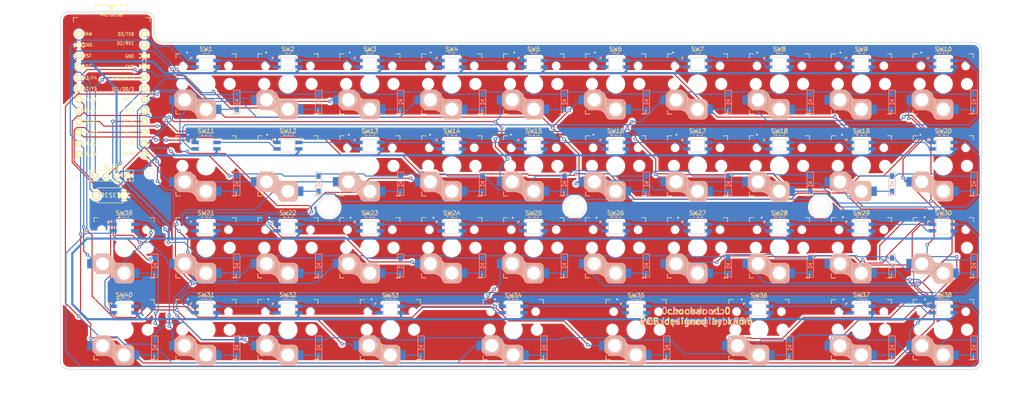
<source format=kicad_pcb>
(kicad_pcb (version 20171130) (host pcbnew 5.1.6)
  (layers (0 F.Cu signal) (31 B.Cu signal) (34 B.Paste user) (35 F.Paste user) (36 B.SilkS user) (37 F.SilkS user) (38 B.Mask user) (39 F.Mask user) (44 Edge.Cuts user))
  (net 0 "")
  (net 1 "Net-(D1-Pad2)")
  (net 2 row0)
  (net 3 "Net-(D2-Pad2)")
  (net 4 "Net-(D3-Pad2)")
  (net 5 "Net-(D4-Pad2)")
  (net 6 "Net-(D5-Pad2)")
  (net 7 "Net-(D6-Pad2)")
  (net 8 "Net-(D7-Pad2)")
  (net 9 "Net-(D8-Pad2)")
  (net 10 "Net-(D9-Pad2)")
  (net 11 "Net-(D10-Pad2)")
  (net 12 "Net-(D11-Pad2)")
  (net 13 row1)
  (net 14 "Net-(D12-Pad2)")
  (net 15 "Net-(D13-Pad2)")
  (net 16 "Net-(D14-Pad2)")
  (net 17 "Net-(D15-Pad2)")
  (net 18 "Net-(D16-Pad2)")
  (net 19 "Net-(D17-Pad2)")
  (net 20 "Net-(D18-Pad2)")
  (net 21 "Net-(D19-Pad2)")
  (net 22 "Net-(D20-Pad2)")
  (net 23 "Net-(D21-Pad2)")
  (net 24 row2)
  (net 25 "Net-(D22-Pad2)")
  (net 26 "Net-(D23-Pad2)")
  (net 27 "Net-(D24-Pad2)")
  (net 28 "Net-(D25-Pad2)")
  (net 29 "Net-(D26-Pad2)")
  (net 30 "Net-(D27-Pad2)")
  (net 31 "Net-(D28-Pad2)")
  (net 32 "Net-(D29-Pad2)")
  (net 33 "Net-(D30-Pad2)")
  (net 34 "Net-(D31-Pad2)")
  (net 35 row3)
  (net 36 "Net-(D32-Pad2)")
  (net 37 "Net-(D33-Pad2)")
  (net 38 "Net-(D34-Pad2)")
  (net 39 "Net-(D35-Pad2)")
  (net 40 "Net-(D36-Pad2)")
  (net 41 "Net-(D37-Pad2)")
  (net 42 "Net-(D38-Pad2)")
  (net 43 "Net-(D39-Pad2)")
  (net 44 VCC)
  (net 45 "Net-(L1-Pad2)")
  (net 46 GND)
  (net 47 LED)
  (net 48 "Net-(L2-Pad2)")
  (net 49 "Net-(L3-Pad2)")
  (net 50 "Net-(L4-Pad2)")
  (net 51 "Net-(L5-Pad2)")
  (net 52 "Net-(L6-Pad2)")
  (net 53 "Net-(L7-Pad2)")
  (net 54 "Net-(L8-Pad2)")
  (net 55 "Net-(L10-Pad4)")
  (net 56 "Net-(L10-Pad2)")
  (net 57 "Net-(L11-Pad2)")
  (net 58 "Net-(L12-Pad2)")
  (net 59 "Net-(L13-Pad2)")
  (net 60 "Net-(L14-Pad2)")
  (net 61 "Net-(L15-Pad2)")
  (net 62 "Net-(L16-Pad2)")
  (net 63 "Net-(L17-Pad2)")
  (net 64 "Net-(L18-Pad2)")
  (net 65 "Net-(L19-Pad2)")
  (net 66 "Net-(L20-Pad2)")
  (net 67 "Net-(L21-Pad2)")
  (net 68 "Net-(L22-Pad2)")
  (net 69 "Net-(L23-Pad2)")
  (net 70 "Net-(L24-Pad2)")
  (net 71 "Net-(L25-Pad2)")
  (net 72 "Net-(L26-Pad2)")
  (net 73 "Net-(L27-Pad2)")
  (net 74 "Net-(L28-Pad2)")
  (net 75 "Net-(L29-Pad2)")
  (net 76 "Net-(L30-Pad2)")
  (net 77 "Net-(L31-Pad2)")
  (net 78 "Net-(L32-Pad2)")
  (net 79 "Net-(L33-Pad2)")
  (net 80 "Net-(L34-Pad2)")
  (net 81 "Net-(L35-Pad2)")
  (net 82 "Net-(L36-Pad2)")
  (net 83 "Net-(L37-Pad2)")
  (net 84 "Net-(L38-Pad2)")
  (net 85 "Net-(L39-Pad2)")
  (net 86 SCL)
  (net 87 SDA)
  (net 88 col0)
  (net 89 col1)
  (net 90 col2)
  (net 91 col3)
  (net 92 col4)
  (net 93 col5)
  (net 94 col6)
  (net 95 col7)
  (net 96 col8)
  (net 97 col9)
  (net 98 reset)
  (net 99 "Net-(D40-Pad2)")
  (module foostan:M2_HOLE_v2 (layer F.Cu) (at 57.1812 113.594)
    (fp_text reference H1 hide)
    (fp_text value Val** hide)
    (pad "" thru_hole circle (at 0 0) (size 2.1 2.1) (drill 2.1) (layers *.Cu *.Mask))
  )
  (module foostan:M2_HOLE_v2 (layer F.Cu) (at 75.1812 113.594)
    (fp_text reference H2 hide)
    (fp_text value Val** hide)
    (pad "" thru_hole circle (at 0 0) (size 2.1 2.1) (drill 2.1) (layers *.Cu *.Mask))
  )
  (module foostan:M2_HOLE_v2 (layer F.Cu) (at 230.981 121.506)
    (fp_text reference H5 hide)
    (fp_text value Val** hide)
    (pad "" thru_hole circle (at 0 0) (size 4.8 4.8) (drill 4.8) (layers *.Cu *.Mask))
  )
  (module foostan:M2_HOLE_v2 (layer F.Cu) (at 116.681 121.506)
    (fp_text reference H3 hide)
    (fp_text value Val** hide)
    (pad "" thru_hole circle (at 0 0) (size 4.8 4.8) (drill 4.8) (layers *.Cu *.Mask))
  )
  (module foostan:M2_HOLE_v2 (layer F.Cu) (at 173.831 121.506)
    (fp_text reference H4 hide)
    (fp_text value Val** hide)
    (pad "" thru_hole circle (at 0 0) (size 4.8 4.8) (drill 4.8) (layers *.Cu *.Mask))
  )
  (module mikamo3:OLED_1side (layer F.Cu) (at 62.3562 114.194)
    (fp_text reference OL1)
    (fp_text value OLED hide)
    (fp_text user OLED (at 3.8 -2.1) (layer F.SilkS))
    (pad 1 thru_hole circle (at 0 0) (size 1.397 1.397) (drill 0.8128) (layers *.Cu F.SilkS B.Mask) (net 87 SDA))
    (pad 2 thru_hole circle (at 2.54 0) (size 1.397 1.397) (drill 0.8128) (layers *.Cu F.SilkS B.Mask) (net 86 SCL))
    (pad 3 thru_hole circle (at 5.08 0) (size 1.397 1.397) (drill 0.8128) (layers *.Cu F.SilkS B.Mask) (net 44 VCC))
    (pad 4 thru_hole circle (at 7.62 0) (size 1.397 1.397) (drill 0.8128) (layers *.Cu F.SilkS B.Mask) (net 46 GND))
  )
  (module foostan:ResetSW_1side (layer F.Cu) (at 65.8062 118.769 180)
    (fp_text reference SW_RESET1 hide)
    (fp_text value SW_Push)
    (fp_text user RESET (at 0 0) (layer F.SilkS))
    (pad 2 thru_hole circle (at -3.25 0 180) (size 2 2) (drill 1.3) (layers *.Cu F.SilkS B.Mask) (net 46 GND))
    (pad 1 thru_hole circle (at 3.25 0 180) (size 2 2) (drill 1.3) (layers *.Cu F.SilkS B.Mask) (net 98 reset))
  )
  (module mikamo3:Choc_Hotswap_1side (layer F.Cu) (at 69.0562 130.969 180)
    (fp_text reference SW39 (at 0 8.1 180) (layer F.SilkS))
    (fp_text value SW_PUSH hide)
    (pad "" np_thru_hole circle (at -5.5 0 90) (size 1.8 1.8) (drill 1.8) (layers *.Cu *.Mask))
    (pad "" np_thru_hole circle (at 5.5 0 90) (size 1.8 1.8) (drill 1.8) (layers *.Cu *.Mask))
    (pad "" np_thru_hole circle (at 0 0 90) (size 3.4 3.4) (drill 3.4) (layers *.Cu *.Mask))
    (pad "" np_thru_hole circle (at 0 -5.9 90) (size 3 3) (drill 3) (layers *.Cu *.Mask))
    (pad "" np_thru_hole circle (at 5 -3.7 90) (size 3 3) (drill 3) (layers *.Cu *.Mask))
    (pad 2 smd rect (at -2.8 -5.9 180) (size 1.6 2.2) (layers B.Cu B.Paste B.Mask) (net 43 "Net-(D39-Pad2)"))
    (pad 1 smd rect (at 7.8 -3.7 180) (size 1.6 2.2) (layers B.Cu B.Paste B.Mask) (net 96 col8))
    (pad "" np_thru_hole circle (at 5.22 4.2 180) (size 1 1) (drill 1) (layers *.Cu *.Mask))
    (pad "" np_thru_hole circle (at -5.22 4.2 180) (size 1 1) (drill 1) (layers *.Cu *.Mask))
  )
  (module mikamo3:Choc_Hotswap_1side (layer F.Cu) (at 259.556 150.019 180)
    (fp_text reference SW38 (at 0 8.1 180) (layer F.SilkS))
    (fp_text value SW_PUSH hide)
    (pad "" np_thru_hole circle (at -5.5 0 90) (size 1.8 1.8) (drill 1.8) (layers *.Cu *.Mask))
    (pad "" np_thru_hole circle (at 5.5 0 90) (size 1.8 1.8) (drill 1.8) (layers *.Cu *.Mask))
    (pad "" np_thru_hole circle (at 0 0 90) (size 3.4 3.4) (drill 3.4) (layers *.Cu *.Mask))
    (pad "" np_thru_hole circle (at 0 -5.9 90) (size 3 3) (drill 3) (layers *.Cu *.Mask))
    (pad "" np_thru_hole circle (at 5 -3.7 90) (size 3 3) (drill 3) (layers *.Cu *.Mask))
    (pad 2 smd rect (at -2.8 -5.9 180) (size 1.6 2.2) (layers B.Cu B.Paste B.Mask) (net 42 "Net-(D38-Pad2)"))
    (pad 1 smd rect (at 7.8 -3.7 180) (size 1.6 2.2) (layers B.Cu B.Paste B.Mask) (net 95 col7))
    (pad "" np_thru_hole circle (at 5.22 4.2 180) (size 1 1) (drill 1) (layers *.Cu *.Mask))
    (pad "" np_thru_hole circle (at -5.22 4.2 180) (size 1 1) (drill 1) (layers *.Cu *.Mask))
  )
  (module mikamo3:Choc_Hotswap_1side (layer F.Cu) (at 240.506 150.019 180)
    (fp_text reference SW37 (at 0 8.1 180) (layer F.SilkS))
    (fp_text value SW_PUSH hide)
    (pad "" np_thru_hole circle (at -5.5 0 90) (size 1.8 1.8) (drill 1.8) (layers *.Cu *.Mask))
    (pad "" np_thru_hole circle (at 5.5 0 90) (size 1.8 1.8) (drill 1.8) (layers *.Cu *.Mask))
    (pad "" np_thru_hole circle (at 0 0 90) (size 3.4 3.4) (drill 3.4) (layers *.Cu *.Mask))
    (pad "" np_thru_hole circle (at 0 -5.9 90) (size 3 3) (drill 3) (layers *.Cu *.Mask))
    (pad "" np_thru_hole circle (at 5 -3.7 90) (size 3 3) (drill 3) (layers *.Cu *.Mask))
    (pad 2 smd rect (at -2.8 -5.9 180) (size 1.6 2.2) (layers B.Cu B.Paste B.Mask) (net 41 "Net-(D37-Pad2)"))
    (pad 1 smd rect (at 7.8 -3.7 180) (size 1.6 2.2) (layers B.Cu B.Paste B.Mask) (net 94 col6))
    (pad "" np_thru_hole circle (at 5.22 4.2 180) (size 1 1) (drill 1) (layers *.Cu *.Mask))
    (pad "" np_thru_hole circle (at -5.22 4.2 180) (size 1 1) (drill 1) (layers *.Cu *.Mask))
  )
  (module mikamo3:Choc_Hotswap_1.5u_1side (layer F.Cu) (at 216.694 150.019 180)
    (fp_text reference SW36 (at 0 8 180) (layer F.SilkS))
    (fp_text value SW_PUSH hide)
    (pad "" np_thru_hole circle (at 5 -3.7 90) (size 3 3) (drill 3) (layers *.Cu *.Mask))
    (pad "" np_thru_hole circle (at 0 -5.9 90) (size 3 3) (drill 3) (layers *.Cu *.Mask))
    (pad "" np_thru_hole circle (at 0 0 90) (size 3.4 3.4) (drill 3.4) (layers *.Cu *.Mask))
    (pad "" np_thru_hole circle (at 5.5 0 90) (size 1.8 1.8) (drill 1.8) (layers *.Cu *.Mask))
    (pad "" np_thru_hole circle (at -5.5 0 90) (size 1.8 1.8) (drill 1.8) (layers *.Cu *.Mask))
    (pad "" np_thru_hole circle (at -5.22 4.2 180) (size 1 1) (drill 1) (layers *.Cu *.Mask))
    (pad "" np_thru_hole circle (at 5.22 4.2 180) (size 1 1) (drill 1) (layers *.Cu *.Mask))
    (pad 1 smd rect (at 7.8 -3.7 180) (size 1.6 2.2) (layers B.Cu B.Paste B.Mask) (net 93 col5))
    (pad 2 smd rect (at -2.8 -5.9 180) (size 1.6 2.2) (layers B.Cu B.Paste B.Mask) (net 40 "Net-(D36-Pad2)"))
  )
  (module mikamo3:Choc_Hotswap_1.5u_1side (layer F.Cu) (at 188.119 150.019 180)
    (fp_text reference SW35 (at 0 8 180) (layer F.SilkS))
    (fp_text value SW_PUSH hide)
    (pad "" np_thru_hole circle (at 5 -3.7 90) (size 3 3) (drill 3) (layers *.Cu *.Mask))
    (pad "" np_thru_hole circle (at 0 -5.9 90) (size 3 3) (drill 3) (layers *.Cu *.Mask))
    (pad "" np_thru_hole circle (at 0 0 90) (size 3.4 3.4) (drill 3.4) (layers *.Cu *.Mask))
    (pad "" np_thru_hole circle (at 5.5 0 90) (size 1.8 1.8) (drill 1.8) (layers *.Cu *.Mask))
    (pad "" np_thru_hole circle (at -5.5 0 90) (size 1.8 1.8) (drill 1.8) (layers *.Cu *.Mask))
    (pad "" np_thru_hole circle (at -5.22 4.2 180) (size 1 1) (drill 1) (layers *.Cu *.Mask))
    (pad "" np_thru_hole circle (at 5.22 4.2 180) (size 1 1) (drill 1) (layers *.Cu *.Mask))
    (pad 1 smd rect (at 7.8 -3.7 180) (size 1.6 2.2) (layers B.Cu B.Paste B.Mask) (net 92 col4))
    (pad 2 smd rect (at -2.8 -5.9 180) (size 1.6 2.2) (layers B.Cu B.Paste B.Mask) (net 39 "Net-(D35-Pad2)"))
  )
  (module mikamo3:Choc_Hotswap_1.5u_1side (layer F.Cu) (at 159.544 150.019 180)
    (fp_text reference SW34 (at 0 8 180) (layer F.SilkS))
    (fp_text value SW_PUSH hide)
    (pad "" np_thru_hole circle (at 5 -3.7 90) (size 3 3) (drill 3) (layers *.Cu *.Mask))
    (pad "" np_thru_hole circle (at 0 -5.9 90) (size 3 3) (drill 3) (layers *.Cu *.Mask))
    (pad "" np_thru_hole circle (at 0 0 90) (size 3.4 3.4) (drill 3.4) (layers *.Cu *.Mask))
    (pad "" np_thru_hole circle (at 5.5 0 90) (size 1.8 1.8) (drill 1.8) (layers *.Cu *.Mask))
    (pad "" np_thru_hole circle (at -5.5 0 90) (size 1.8 1.8) (drill 1.8) (layers *.Cu *.Mask))
    (pad "" np_thru_hole circle (at -5.22 4.2 180) (size 1 1) (drill 1) (layers *.Cu *.Mask))
    (pad "" np_thru_hole circle (at 5.22 4.2 180) (size 1 1) (drill 1) (layers *.Cu *.Mask))
    (pad 1 smd rect (at 7.8 -3.7 180) (size 1.6 2.2) (layers B.Cu B.Paste B.Mask) (net 91 col3))
    (pad 2 smd rect (at -2.8 -5.9 180) (size 1.6 2.2) (layers B.Cu B.Paste B.Mask) (net 38 "Net-(D34-Pad2)"))
  )
  (module mikamo3:Choc_Hotswap_1.5u_1side (layer F.Cu) (at 130.969 150.019 180)
    (fp_text reference SW33 (at 0 8 180) (layer F.SilkS))
    (fp_text value SW_PUSH hide)
    (pad "" np_thru_hole circle (at 5 -3.7 90) (size 3 3) (drill 3) (layers *.Cu *.Mask))
    (pad "" np_thru_hole circle (at 0 -5.9 90) (size 3 3) (drill 3) (layers *.Cu *.Mask))
    (pad "" np_thru_hole circle (at 0 0 90) (size 3.4 3.4) (drill 3.4) (layers *.Cu *.Mask))
    (pad "" np_thru_hole circle (at 5.5 0 90) (size 1.8 1.8) (drill 1.8) (layers *.Cu *.Mask))
    (pad "" np_thru_hole circle (at -5.5 0 90) (size 1.8 1.8) (drill 1.8) (layers *.Cu *.Mask))
    (pad "" np_thru_hole circle (at -5.22 4.2 180) (size 1 1) (drill 1) (layers *.Cu *.Mask))
    (pad "" np_thru_hole circle (at 5.22 4.2 180) (size 1 1) (drill 1) (layers *.Cu *.Mask))
    (pad 1 smd rect (at 7.8 -3.7 180) (size 1.6 2.2) (layers B.Cu B.Paste B.Mask) (net 90 col2))
    (pad 2 smd rect (at -2.8 -5.9 180) (size 1.6 2.2) (layers B.Cu B.Paste B.Mask) (net 37 "Net-(D33-Pad2)"))
  )
  (module mikamo3:Choc_Hotswap_1side (layer F.Cu) (at 107.156 150.019 180)
    (fp_text reference SW32 (at 0 8.1 180) (layer F.SilkS))
    (fp_text value SW_PUSH hide)
    (pad "" np_thru_hole circle (at -5.5 0 90) (size 1.8 1.8) (drill 1.8) (layers *.Cu *.Mask))
    (pad "" np_thru_hole circle (at 5.5 0 90) (size 1.8 1.8) (drill 1.8) (layers *.Cu *.Mask))
    (pad "" np_thru_hole circle (at 0 0 90) (size 3.4 3.4) (drill 3.4) (layers *.Cu *.Mask))
    (pad "" np_thru_hole circle (at 0 -5.9 90) (size 3 3) (drill 3) (layers *.Cu *.Mask))
    (pad "" np_thru_hole circle (at 5 -3.7 90) (size 3 3) (drill 3) (layers *.Cu *.Mask))
    (pad 2 smd rect (at -2.8 -5.9 180) (size 1.6 2.2) (layers B.Cu B.Paste B.Mask) (net 36 "Net-(D32-Pad2)"))
    (pad 1 smd rect (at 7.8 -3.7 180) (size 1.6 2.2) (layers B.Cu B.Paste B.Mask) (net 89 col1))
    (pad "" np_thru_hole circle (at 5.22 4.2 180) (size 1 1) (drill 1) (layers *.Cu *.Mask))
    (pad "" np_thru_hole circle (at -5.22 4.2 180) (size 1 1) (drill 1) (layers *.Cu *.Mask))
  )
  (module mikamo3:Choc_Hotswap_1side (layer F.Cu) (at 88.1062 150.019 180)
    (fp_text reference SW31 (at 0 8.1 180) (layer F.SilkS))
    (fp_text value SW_PUSH hide)
    (pad "" np_thru_hole circle (at -5.5 0 90) (size 1.8 1.8) (drill 1.8) (layers *.Cu *.Mask))
    (pad "" np_thru_hole circle (at 5.5 0 90) (size 1.8 1.8) (drill 1.8) (layers *.Cu *.Mask))
    (pad "" np_thru_hole circle (at 0 0 90) (size 3.4 3.4) (drill 3.4) (layers *.Cu *.Mask))
    (pad "" np_thru_hole circle (at 0 -5.9 90) (size 3 3) (drill 3) (layers *.Cu *.Mask))
    (pad "" np_thru_hole circle (at 5 -3.7 90) (size 3 3) (drill 3) (layers *.Cu *.Mask))
    (pad 2 smd rect (at -2.8 -5.9 180) (size 1.6 2.2) (layers B.Cu B.Paste B.Mask) (net 34 "Net-(D31-Pad2)"))
    (pad 1 smd rect (at 7.8 -3.7 180) (size 1.6 2.2) (layers B.Cu B.Paste B.Mask) (net 88 col0))
    (pad "" np_thru_hole circle (at 5.22 4.2 180) (size 1 1) (drill 1) (layers *.Cu *.Mask))
    (pad "" np_thru_hole circle (at -5.22 4.2 180) (size 1 1) (drill 1) (layers *.Cu *.Mask))
  )
  (module mikamo3:Choc_Hotswap_1side (layer F.Cu) (at 259.556 130.969 180)
    (fp_text reference SW30 (at 0 8.1 180) (layer F.SilkS))
    (fp_text value SW_PUSH hide)
    (pad "" np_thru_hole circle (at -5.5 0 90) (size 1.8 1.8) (drill 1.8) (layers *.Cu *.Mask))
    (pad "" np_thru_hole circle (at 5.5 0 90) (size 1.8 1.8) (drill 1.8) (layers *.Cu *.Mask))
    (pad "" np_thru_hole circle (at 0 0 90) (size 3.4 3.4) (drill 3.4) (layers *.Cu *.Mask))
    (pad "" np_thru_hole circle (at 0 -5.9 90) (size 3 3) (drill 3) (layers *.Cu *.Mask))
    (pad "" np_thru_hole circle (at 5 -3.7 90) (size 3 3) (drill 3) (layers *.Cu *.Mask))
    (pad 2 smd rect (at -2.8 -5.9 180) (size 1.6 2.2) (layers B.Cu B.Paste B.Mask) (net 33 "Net-(D30-Pad2)"))
    (pad 1 smd rect (at 7.8 -3.7 180) (size 1.6 2.2) (layers B.Cu B.Paste B.Mask) (net 97 col9))
    (pad "" np_thru_hole circle (at 5.22 4.2 180) (size 1 1) (drill 1) (layers *.Cu *.Mask))
    (pad "" np_thru_hole circle (at -5.22 4.2 180) (size 1 1) (drill 1) (layers *.Cu *.Mask))
  )
  (module mikamo3:Choc_Hotswap_1side (layer F.Cu) (at 240.506 130.969 180)
    (fp_text reference SW29 (at 0 8.1 180) (layer F.SilkS))
    (fp_text value SW_PUSH hide)
    (pad "" np_thru_hole circle (at -5.5 0 90) (size 1.8 1.8) (drill 1.8) (layers *.Cu *.Mask))
    (pad "" np_thru_hole circle (at 5.5 0 90) (size 1.8 1.8) (drill 1.8) (layers *.Cu *.Mask))
    (pad "" np_thru_hole circle (at 0 0 90) (size 3.4 3.4) (drill 3.4) (layers *.Cu *.Mask))
    (pad "" np_thru_hole circle (at 0 -5.9 90) (size 3 3) (drill 3) (layers *.Cu *.Mask))
    (pad "" np_thru_hole circle (at 5 -3.7 90) (size 3 3) (drill 3) (layers *.Cu *.Mask))
    (pad 2 smd rect (at -2.8 -5.9 180) (size 1.6 2.2) (layers B.Cu B.Paste B.Mask) (net 32 "Net-(D29-Pad2)"))
    (pad 1 smd rect (at 7.8 -3.7 180) (size 1.6 2.2) (layers B.Cu B.Paste B.Mask) (net 96 col8))
    (pad "" np_thru_hole circle (at 5.22 4.2 180) (size 1 1) (drill 1) (layers *.Cu *.Mask))
    (pad "" np_thru_hole circle (at -5.22 4.2 180) (size 1 1) (drill 1) (layers *.Cu *.Mask))
  )
  (module mikamo3:Choc_Hotswap_1side (layer F.Cu) (at 221.456 130.969 180)
    (fp_text reference SW28 (at 0 8.1 180) (layer F.SilkS))
    (fp_text value SW_PUSH hide)
    (pad "" np_thru_hole circle (at -5.5 0 90) (size 1.8 1.8) (drill 1.8) (layers *.Cu *.Mask))
    (pad "" np_thru_hole circle (at 5.5 0 90) (size 1.8 1.8) (drill 1.8) (layers *.Cu *.Mask))
    (pad "" np_thru_hole circle (at 0 0 90) (size 3.4 3.4) (drill 3.4) (layers *.Cu *.Mask))
    (pad "" np_thru_hole circle (at 0 -5.9 90) (size 3 3) (drill 3) (layers *.Cu *.Mask))
    (pad "" np_thru_hole circle (at 5 -3.7 90) (size 3 3) (drill 3) (layers *.Cu *.Mask))
    (pad 2 smd rect (at -2.8 -5.9 180) (size 1.6 2.2) (layers B.Cu B.Paste B.Mask) (net 31 "Net-(D28-Pad2)"))
    (pad 1 smd rect (at 7.8 -3.7 180) (size 1.6 2.2) (layers B.Cu B.Paste B.Mask) (net 95 col7))
    (pad "" np_thru_hole circle (at 5.22 4.2 180) (size 1 1) (drill 1) (layers *.Cu *.Mask))
    (pad "" np_thru_hole circle (at -5.22 4.2 180) (size 1 1) (drill 1) (layers *.Cu *.Mask))
  )
  (module mikamo3:Choc_Hotswap_1side (layer F.Cu) (at 202.406 130.969 180)
    (fp_text reference SW27 (at 0 8.1 180) (layer F.SilkS))
    (fp_text value SW_PUSH hide)
    (pad "" np_thru_hole circle (at -5.5 0 90) (size 1.8 1.8) (drill 1.8) (layers *.Cu *.Mask))
    (pad "" np_thru_hole circle (at 5.5 0 90) (size 1.8 1.8) (drill 1.8) (layers *.Cu *.Mask))
    (pad "" np_thru_hole circle (at 0 0 90) (size 3.4 3.4) (drill 3.4) (layers *.Cu *.Mask))
    (pad "" np_thru_hole circle (at 0 -5.9 90) (size 3 3) (drill 3) (layers *.Cu *.Mask))
    (pad "" np_thru_hole circle (at 5 -3.7 90) (size 3 3) (drill 3) (layers *.Cu *.Mask))
    (pad 2 smd rect (at -2.8 -5.9 180) (size 1.6 2.2) (layers B.Cu B.Paste B.Mask) (net 30 "Net-(D27-Pad2)"))
    (pad 1 smd rect (at 7.8 -3.7 180) (size 1.6 2.2) (layers B.Cu B.Paste B.Mask) (net 94 col6))
    (pad "" np_thru_hole circle (at 5.22 4.2 180) (size 1 1) (drill 1) (layers *.Cu *.Mask))
    (pad "" np_thru_hole circle (at -5.22 4.2 180) (size 1 1) (drill 1) (layers *.Cu *.Mask))
  )
  (module mikamo3:Choc_Hotswap_1side (layer F.Cu) (at 183.356 130.969 180)
    (fp_text reference SW26 (at 0 8.1 180) (layer F.SilkS))
    (fp_text value SW_PUSH hide)
    (pad "" np_thru_hole circle (at -5.5 0 90) (size 1.8 1.8) (drill 1.8) (layers *.Cu *.Mask))
    (pad "" np_thru_hole circle (at 5.5 0 90) (size 1.8 1.8) (drill 1.8) (layers *.Cu *.Mask))
    (pad "" np_thru_hole circle (at 0 0 90) (size 3.4 3.4) (drill 3.4) (layers *.Cu *.Mask))
    (pad "" np_thru_hole circle (at 0 -5.9 90) (size 3 3) (drill 3) (layers *.Cu *.Mask))
    (pad "" np_thru_hole circle (at 5 -3.7 90) (size 3 3) (drill 3) (layers *.Cu *.Mask))
    (pad 2 smd rect (at -2.8 -5.9 180) (size 1.6 2.2) (layers B.Cu B.Paste B.Mask) (net 29 "Net-(D26-Pad2)"))
    (pad 1 smd rect (at 7.8 -3.7 180) (size 1.6 2.2) (layers B.Cu B.Paste B.Mask) (net 93 col5))
    (pad "" np_thru_hole circle (at 5.22 4.2 180) (size 1 1) (drill 1) (layers *.Cu *.Mask))
    (pad "" np_thru_hole circle (at -5.22 4.2 180) (size 1 1) (drill 1) (layers *.Cu *.Mask))
  )
  (module mikamo3:Choc_Hotswap_1side (layer F.Cu) (at 164.306 130.969 180)
    (fp_text reference SW25 (at 0 8.1 180) (layer F.SilkS))
    (fp_text value SW_PUSH hide)
    (pad "" np_thru_hole circle (at -5.5 0 90) (size 1.8 1.8) (drill 1.8) (layers *.Cu *.Mask))
    (pad "" np_thru_hole circle (at 5.5 0 90) (size 1.8 1.8) (drill 1.8) (layers *.Cu *.Mask))
    (pad "" np_thru_hole circle (at 0 0 90) (size 3.4 3.4) (drill 3.4) (layers *.Cu *.Mask))
    (pad "" np_thru_hole circle (at 0 -5.9 90) (size 3 3) (drill 3) (layers *.Cu *.Mask))
    (pad "" np_thru_hole circle (at 5 -3.7 90) (size 3 3) (drill 3) (layers *.Cu *.Mask))
    (pad 2 smd rect (at -2.8 -5.9 180) (size 1.6 2.2) (layers B.Cu B.Paste B.Mask) (net 28 "Net-(D25-Pad2)"))
    (pad 1 smd rect (at 7.8 -3.7 180) (size 1.6 2.2) (layers B.Cu B.Paste B.Mask) (net 92 col4))
    (pad "" np_thru_hole circle (at 5.22 4.2 180) (size 1 1) (drill 1) (layers *.Cu *.Mask))
    (pad "" np_thru_hole circle (at -5.22 4.2 180) (size 1 1) (drill 1) (layers *.Cu *.Mask))
  )
  (module mikamo3:Choc_Hotswap_1side (layer F.Cu) (at 145.256 130.969 180)
    (fp_text reference SW24 (at 0 8.1 180) (layer F.SilkS))
    (fp_text value SW_PUSH hide)
    (pad "" np_thru_hole circle (at -5.5 0 90) (size 1.8 1.8) (drill 1.8) (layers *.Cu *.Mask))
    (pad "" np_thru_hole circle (at 5.5 0 90) (size 1.8 1.8) (drill 1.8) (layers *.Cu *.Mask))
    (pad "" np_thru_hole circle (at 0 0 90) (size 3.4 3.4) (drill 3.4) (layers *.Cu *.Mask))
    (pad "" np_thru_hole circle (at 0 -5.9 90) (size 3 3) (drill 3) (layers *.Cu *.Mask))
    (pad "" np_thru_hole circle (at 5 -3.7 90) (size 3 3) (drill 3) (layers *.Cu *.Mask))
    (pad 2 smd rect (at -2.8 -5.9 180) (size 1.6 2.2) (layers B.Cu B.Paste B.Mask) (net 27 "Net-(D24-Pad2)"))
    (pad 1 smd rect (at 7.8 -3.7 180) (size 1.6 2.2) (layers B.Cu B.Paste B.Mask) (net 91 col3))
    (pad "" np_thru_hole circle (at 5.22 4.2 180) (size 1 1) (drill 1) (layers *.Cu *.Mask))
    (pad "" np_thru_hole circle (at -5.22 4.2 180) (size 1 1) (drill 1) (layers *.Cu *.Mask))
  )
  (module mikamo3:Choc_Hotswap_1side (layer F.Cu) (at 126.206 130.969 180)
    (fp_text reference SW23 (at 0 8.1 180) (layer F.SilkS))
    (fp_text value SW_PUSH hide)
    (pad "" np_thru_hole circle (at -5.5 0 90) (size 1.8 1.8) (drill 1.8) (layers *.Cu *.Mask))
    (pad "" np_thru_hole circle (at 5.5 0 90) (size 1.8 1.8) (drill 1.8) (layers *.Cu *.Mask))
    (pad "" np_thru_hole circle (at 0 0 90) (size 3.4 3.4) (drill 3.4) (layers *.Cu *.Mask))
    (pad "" np_thru_hole circle (at 0 -5.9 90) (size 3 3) (drill 3) (layers *.Cu *.Mask))
    (pad "" np_thru_hole circle (at 5 -3.7 90) (size 3 3) (drill 3) (layers *.Cu *.Mask))
    (pad 2 smd rect (at -2.8 -5.9 180) (size 1.6 2.2) (layers B.Cu B.Paste B.Mask) (net 26 "Net-(D23-Pad2)"))
    (pad 1 smd rect (at 7.8 -3.7 180) (size 1.6 2.2) (layers B.Cu B.Paste B.Mask) (net 90 col2))
    (pad "" np_thru_hole circle (at 5.22 4.2 180) (size 1 1) (drill 1) (layers *.Cu *.Mask))
    (pad "" np_thru_hole circle (at -5.22 4.2 180) (size 1 1) (drill 1) (layers *.Cu *.Mask))
  )
  (module mikamo3:Choc_Hotswap_1side (layer F.Cu) (at 107.156 130.969 180)
    (fp_text reference SW22 (at 0 8.1 180) (layer F.SilkS))
    (fp_text value SW_PUSH hide)
    (pad "" np_thru_hole circle (at -5.5 0 90) (size 1.8 1.8) (drill 1.8) (layers *.Cu *.Mask))
    (pad "" np_thru_hole circle (at 5.5 0 90) (size 1.8 1.8) (drill 1.8) (layers *.Cu *.Mask))
    (pad "" np_thru_hole circle (at 0 0 90) (size 3.4 3.4) (drill 3.4) (layers *.Cu *.Mask))
    (pad "" np_thru_hole circle (at 0 -5.9 90) (size 3 3) (drill 3) (layers *.Cu *.Mask))
    (pad "" np_thru_hole circle (at 5 -3.7 90) (size 3 3) (drill 3) (layers *.Cu *.Mask))
    (pad 2 smd rect (at -2.8 -5.9 180) (size 1.6 2.2) (layers B.Cu B.Paste B.Mask) (net 25 "Net-(D22-Pad2)"))
    (pad 1 smd rect (at 7.8 -3.7 180) (size 1.6 2.2) (layers B.Cu B.Paste B.Mask) (net 89 col1))
    (pad "" np_thru_hole circle (at 5.22 4.2 180) (size 1 1) (drill 1) (layers *.Cu *.Mask))
    (pad "" np_thru_hole circle (at -5.22 4.2 180) (size 1 1) (drill 1) (layers *.Cu *.Mask))
  )
  (module mikamo3:Choc_Hotswap_1side (layer F.Cu) (at 88.1062 130.969 180)
    (fp_text reference SW21 (at 0 8.1 180) (layer F.SilkS))
    (fp_text value SW_PUSH hide)
    (pad "" np_thru_hole circle (at -5.5 0 90) (size 1.8 1.8) (drill 1.8) (layers *.Cu *.Mask))
    (pad "" np_thru_hole circle (at 5.5 0 90) (size 1.8 1.8) (drill 1.8) (layers *.Cu *.Mask))
    (pad "" np_thru_hole circle (at 0 0 90) (size 3.4 3.4) (drill 3.4) (layers *.Cu *.Mask))
    (pad "" np_thru_hole circle (at 0 -5.9 90) (size 3 3) (drill 3) (layers *.Cu *.Mask))
    (pad "" np_thru_hole circle (at 5 -3.7 90) (size 3 3) (drill 3) (layers *.Cu *.Mask))
    (pad 2 smd rect (at -2.8 -5.9 180) (size 1.6 2.2) (layers B.Cu B.Paste B.Mask) (net 23 "Net-(D21-Pad2)"))
    (pad 1 smd rect (at 7.8 -3.7 180) (size 1.6 2.2) (layers B.Cu B.Paste B.Mask) (net 88 col0))
    (pad "" np_thru_hole circle (at 5.22 4.2 180) (size 1 1) (drill 1) (layers *.Cu *.Mask))
    (pad "" np_thru_hole circle (at -5.22 4.2 180) (size 1 1) (drill 1) (layers *.Cu *.Mask))
  )
  (module mikamo3:Choc_Hotswap_1side (layer F.Cu) (at 259.556 111.919 180)
    (fp_text reference SW20 (at 0 8.1 180) (layer F.SilkS))
    (fp_text value SW_PUSH hide)
    (pad "" np_thru_hole circle (at -5.5 0 90) (size 1.8 1.8) (drill 1.8) (layers *.Cu *.Mask))
    (pad "" np_thru_hole circle (at 5.5 0 90) (size 1.8 1.8) (drill 1.8) (layers *.Cu *.Mask))
    (pad "" np_thru_hole circle (at 0 0 90) (size 3.4 3.4) (drill 3.4) (layers *.Cu *.Mask))
    (pad "" np_thru_hole circle (at 0 -5.9 90) (size 3 3) (drill 3) (layers *.Cu *.Mask))
    (pad "" np_thru_hole circle (at 5 -3.7 90) (size 3 3) (drill 3) (layers *.Cu *.Mask))
    (pad 2 smd rect (at -2.8 -5.9 180) (size 1.6 2.2) (layers B.Cu B.Paste B.Mask) (net 22 "Net-(D20-Pad2)"))
    (pad 1 smd rect (at 7.8 -3.7 180) (size 1.6 2.2) (layers B.Cu B.Paste B.Mask) (net 97 col9))
    (pad "" np_thru_hole circle (at 5.22 4.2 180) (size 1 1) (drill 1) (layers *.Cu *.Mask))
    (pad "" np_thru_hole circle (at -5.22 4.2 180) (size 1 1) (drill 1) (layers *.Cu *.Mask))
  )
  (module mikamo3:Choc_Hotswap_1side (layer F.Cu) (at 240.506 111.919 180)
    (fp_text reference SW19 (at 0 8.1 180) (layer F.SilkS))
    (fp_text value SW_PUSH hide)
    (pad "" np_thru_hole circle (at -5.5 0 90) (size 1.8 1.8) (drill 1.8) (layers *.Cu *.Mask))
    (pad "" np_thru_hole circle (at 5.5 0 90) (size 1.8 1.8) (drill 1.8) (layers *.Cu *.Mask))
    (pad "" np_thru_hole circle (at 0 0 90) (size 3.4 3.4) (drill 3.4) (layers *.Cu *.Mask))
    (pad "" np_thru_hole circle (at 0 -5.9 90) (size 3 3) (drill 3) (layers *.Cu *.Mask))
    (pad "" np_thru_hole circle (at 5 -3.7 90) (size 3 3) (drill 3) (layers *.Cu *.Mask))
    (pad 2 smd rect (at -2.8 -5.9 180) (size 1.6 2.2) (layers B.Cu B.Paste B.Mask) (net 21 "Net-(D19-Pad2)"))
    (pad 1 smd rect (at 7.8 -3.7 180) (size 1.6 2.2) (layers B.Cu B.Paste B.Mask) (net 96 col8))
    (pad "" np_thru_hole circle (at 5.22 4.2 180) (size 1 1) (drill 1) (layers *.Cu *.Mask))
    (pad "" np_thru_hole circle (at -5.22 4.2 180) (size 1 1) (drill 1) (layers *.Cu *.Mask))
  )
  (module mikamo3:Choc_Hotswap_1side (layer F.Cu) (at 221.456 111.919 180)
    (fp_text reference SW18 (at 0 8.1 180) (layer F.SilkS))
    (fp_text value SW_PUSH hide)
    (pad "" np_thru_hole circle (at -5.5 0 90) (size 1.8 1.8) (drill 1.8) (layers *.Cu *.Mask))
    (pad "" np_thru_hole circle (at 5.5 0 90) (size 1.8 1.8) (drill 1.8) (layers *.Cu *.Mask))
    (pad "" np_thru_hole circle (at 0 0 90) (size 3.4 3.4) (drill 3.4) (layers *.Cu *.Mask))
    (pad "" np_thru_hole circle (at 0 -5.9 90) (size 3 3) (drill 3) (layers *.Cu *.Mask))
    (pad "" np_thru_hole circle (at 5 -3.7 90) (size 3 3) (drill 3) (layers *.Cu *.Mask))
    (pad 2 smd rect (at -2.8 -5.9 180) (size 1.6 2.2) (layers B.Cu B.Paste B.Mask) (net 20 "Net-(D18-Pad2)"))
    (pad 1 smd rect (at 7.8 -3.7 180) (size 1.6 2.2) (layers B.Cu B.Paste B.Mask) (net 95 col7))
    (pad "" np_thru_hole circle (at 5.22 4.2 180) (size 1 1) (drill 1) (layers *.Cu *.Mask))
    (pad "" np_thru_hole circle (at -5.22 4.2 180) (size 1 1) (drill 1) (layers *.Cu *.Mask))
  )
  (module mikamo3:Choc_Hotswap_1side (layer F.Cu) (at 202.406 111.919 180)
    (fp_text reference SW17 (at 0 8.1 180) (layer F.SilkS))
    (fp_text value SW_PUSH hide)
    (pad "" np_thru_hole circle (at -5.5 0 90) (size 1.8 1.8) (drill 1.8) (layers *.Cu *.Mask))
    (pad "" np_thru_hole circle (at 5.5 0 90) (size 1.8 1.8) (drill 1.8) (layers *.Cu *.Mask))
    (pad "" np_thru_hole circle (at 0 0 90) (size 3.4 3.4) (drill 3.4) (layers *.Cu *.Mask))
    (pad "" np_thru_hole circle (at 0 -5.9 90) (size 3 3) (drill 3) (layers *.Cu *.Mask))
    (pad "" np_thru_hole circle (at 5 -3.7 90) (size 3 3) (drill 3) (layers *.Cu *.Mask))
    (pad 2 smd rect (at -2.8 -5.9 180) (size 1.6 2.2) (layers B.Cu B.Paste B.Mask) (net 19 "Net-(D17-Pad2)"))
    (pad 1 smd rect (at 7.8 -3.7 180) (size 1.6 2.2) (layers B.Cu B.Paste B.Mask) (net 94 col6))
    (pad "" np_thru_hole circle (at 5.22 4.2 180) (size 1 1) (drill 1) (layers *.Cu *.Mask))
    (pad "" np_thru_hole circle (at -5.22 4.2 180) (size 1 1) (drill 1) (layers *.Cu *.Mask))
  )
  (module mikamo3:Choc_Hotswap_1side (layer F.Cu) (at 183.356 111.919 180)
    (fp_text reference SW16 (at 0 8.1 180) (layer F.SilkS))
    (fp_text value SW_PUSH hide)
    (pad "" np_thru_hole circle (at -5.5 0 90) (size 1.8 1.8) (drill 1.8) (layers *.Cu *.Mask))
    (pad "" np_thru_hole circle (at 5.5 0 90) (size 1.8 1.8) (drill 1.8) (layers *.Cu *.Mask))
    (pad "" np_thru_hole circle (at 0 0 90) (size 3.4 3.4) (drill 3.4) (layers *.Cu *.Mask))
    (pad "" np_thru_hole circle (at 0 -5.9 90) (size 3 3) (drill 3) (layers *.Cu *.Mask))
    (pad "" np_thru_hole circle (at 5 -3.7 90) (size 3 3) (drill 3) (layers *.Cu *.Mask))
    (pad 2 smd rect (at -2.8 -5.9 180) (size 1.6 2.2) (layers B.Cu B.Paste B.Mask) (net 18 "Net-(D16-Pad2)"))
    (pad 1 smd rect (at 7.8 -3.7 180) (size 1.6 2.2) (layers B.Cu B.Paste B.Mask) (net 93 col5))
    (pad "" np_thru_hole circle (at 5.22 4.2 180) (size 1 1) (drill 1) (layers *.Cu *.Mask))
    (pad "" np_thru_hole circle (at -5.22 4.2 180) (size 1 1) (drill 1) (layers *.Cu *.Mask))
  )
  (module mikamo3:Choc_Hotswap_1side (layer F.Cu) (at 164.306 111.919 180)
    (fp_text reference SW15 (at 0 8.1 180) (layer F.SilkS))
    (fp_text value SW_PUSH hide)
    (pad "" np_thru_hole circle (at -5.5 0 90) (size 1.8 1.8) (drill 1.8) (layers *.Cu *.Mask))
    (pad "" np_thru_hole circle (at 5.5 0 90) (size 1.8 1.8) (drill 1.8) (layers *.Cu *.Mask))
    (pad "" np_thru_hole circle (at 0 0 90) (size 3.4 3.4) (drill 3.4) (layers *.Cu *.Mask))
    (pad "" np_thru_hole circle (at 0 -5.9 90) (size 3 3) (drill 3) (layers *.Cu *.Mask))
    (pad "" np_thru_hole circle (at 5 -3.7 90) (size 3 3) (drill 3) (layers *.Cu *.Mask))
    (pad 2 smd rect (at -2.8 -5.9 180) (size 1.6 2.2) (layers B.Cu B.Paste B.Mask) (net 17 "Net-(D15-Pad2)"))
    (pad 1 smd rect (at 7.8 -3.7 180) (size 1.6 2.2) (layers B.Cu B.Paste B.Mask) (net 92 col4))
    (pad "" np_thru_hole circle (at 5.22 4.2 180) (size 1 1) (drill 1) (layers *.Cu *.Mask))
    (pad "" np_thru_hole circle (at -5.22 4.2 180) (size 1 1) (drill 1) (layers *.Cu *.Mask))
  )
  (module mikamo3:Choc_Hotswap_1side (layer F.Cu) (at 145.256 111.919 180)
    (fp_text reference SW14 (at 0 8.1 180) (layer F.SilkS))
    (fp_text value SW_PUSH hide)
    (pad "" np_thru_hole circle (at -5.5 0 90) (size 1.8 1.8) (drill 1.8) (layers *.Cu *.Mask))
    (pad "" np_thru_hole circle (at 5.5 0 90) (size 1.8 1.8) (drill 1.8) (layers *.Cu *.Mask))
    (pad "" np_thru_hole circle (at 0 0 90) (size 3.4 3.4) (drill 3.4) (layers *.Cu *.Mask))
    (pad "" np_thru_hole circle (at 0 -5.9 90) (size 3 3) (drill 3) (layers *.Cu *.Mask))
    (pad "" np_thru_hole circle (at 5 -3.7 90) (size 3 3) (drill 3) (layers *.Cu *.Mask))
    (pad 2 smd rect (at -2.8 -5.9 180) (size 1.6 2.2) (layers B.Cu B.Paste B.Mask) (net 16 "Net-(D14-Pad2)"))
    (pad 1 smd rect (at 7.8 -3.7 180) (size 1.6 2.2) (layers B.Cu B.Paste B.Mask) (net 91 col3))
    (pad "" np_thru_hole circle (at 5.22 4.2 180) (size 1 1) (drill 1) (layers *.Cu *.Mask))
    (pad "" np_thru_hole circle (at -5.22 4.2 180) (size 1 1) (drill 1) (layers *.Cu *.Mask))
  )
  (module mikamo3:Choc_Hotswap_1side (layer F.Cu) (at 126.206 111.919 180)
    (fp_text reference SW13 (at 0 8.1 180) (layer F.SilkS))
    (fp_text value SW_PUSH hide)
    (pad "" np_thru_hole circle (at -5.5 0 90) (size 1.8 1.8) (drill 1.8) (layers *.Cu *.Mask))
    (pad "" np_thru_hole circle (at 5.5 0 90) (size 1.8 1.8) (drill 1.8) (layers *.Cu *.Mask))
    (pad "" np_thru_hole circle (at 0 0 90) (size 3.4 3.4) (drill 3.4) (layers *.Cu *.Mask))
    (pad "" np_thru_hole circle (at 0 -5.9 90) (size 3 3) (drill 3) (layers *.Cu *.Mask))
    (pad "" np_thru_hole circle (at 5 -3.7 90) (size 3 3) (drill 3) (layers *.Cu *.Mask))
    (pad 2 smd rect (at -2.8 -5.9 180) (size 1.6 2.2) (layers B.Cu B.Paste B.Mask) (net 15 "Net-(D13-Pad2)"))
    (pad 1 smd rect (at 7.8 -3.7 180) (size 1.6 2.2) (layers B.Cu B.Paste B.Mask) (net 90 col2))
    (pad "" np_thru_hole circle (at 5.22 4.2 180) (size 1 1) (drill 1) (layers *.Cu *.Mask))
    (pad "" np_thru_hole circle (at -5.22 4.2 180) (size 1 1) (drill 1) (layers *.Cu *.Mask))
  )
  (module mikamo3:Choc_Hotswap_1side (layer F.Cu) (at 107.156 111.919 180)
    (fp_text reference SW12 (at 0 8.1 180) (layer F.SilkS))
    (fp_text value SW_PUSH hide)
    (pad "" np_thru_hole circle (at -5.5 0 90) (size 1.8 1.8) (drill 1.8) (layers *.Cu *.Mask))
    (pad "" np_thru_hole circle (at 5.5 0 90) (size 1.8 1.8) (drill 1.8) (layers *.Cu *.Mask))
    (pad "" np_thru_hole circle (at 0 0 90) (size 3.4 3.4) (drill 3.4) (layers *.Cu *.Mask))
    (pad "" np_thru_hole circle (at 0 -5.9 90) (size 3 3) (drill 3) (layers *.Cu *.Mask))
    (pad "" np_thru_hole circle (at 5 -3.7 90) (size 3 3) (drill 3) (layers *.Cu *.Mask))
    (pad 2 smd rect (at -2.8 -5.9 180) (size 1.6 2.2) (layers B.Cu B.Paste B.Mask) (net 14 "Net-(D12-Pad2)"))
    (pad 1 smd rect (at 7.8 -3.7 180) (size 1.6 2.2) (layers B.Cu B.Paste B.Mask) (net 89 col1))
    (pad "" np_thru_hole circle (at 5.22 4.2 180) (size 1 1) (drill 1) (layers *.Cu *.Mask))
    (pad "" np_thru_hole circle (at -5.22 4.2 180) (size 1 1) (drill 1) (layers *.Cu *.Mask))
  )
  (module mikamo3:Choc_Hotswap_1side (layer F.Cu) (at 88.1062 111.919 180)
    (fp_text reference SW11 (at 0 8.1 180) (layer F.SilkS))
    (fp_text value SW_PUSH hide)
    (pad "" np_thru_hole circle (at -5.5 0 90) (size 1.8 1.8) (drill 1.8) (layers *.Cu *.Mask))
    (pad "" np_thru_hole circle (at 5.5 0 90) (size 1.8 1.8) (drill 1.8) (layers *.Cu *.Mask))
    (pad "" np_thru_hole circle (at 0 0 90) (size 3.4 3.4) (drill 3.4) (layers *.Cu *.Mask))
    (pad "" np_thru_hole circle (at 0 -5.9 90) (size 3 3) (drill 3) (layers *.Cu *.Mask))
    (pad "" np_thru_hole circle (at 5 -3.7 90) (size 3 3) (drill 3) (layers *.Cu *.Mask))
    (pad 2 smd rect (at -2.8 -5.9 180) (size 1.6 2.2) (layers B.Cu B.Paste B.Mask) (net 12 "Net-(D11-Pad2)"))
    (pad 1 smd rect (at 7.8 -3.7 180) (size 1.6 2.2) (layers B.Cu B.Paste B.Mask) (net 88 col0))
    (pad "" np_thru_hole circle (at 5.22 4.2 180) (size 1 1) (drill 1) (layers *.Cu *.Mask))
    (pad "" np_thru_hole circle (at -5.22 4.2 180) (size 1 1) (drill 1) (layers *.Cu *.Mask))
  )
  (module mikamo3:Choc_Hotswap_1side (layer F.Cu) (at 259.556 92.8688 180)
    (fp_text reference SW10 (at 0 8.1 180) (layer F.SilkS))
    (fp_text value SW_PUSH hide)
    (pad "" np_thru_hole circle (at -5.5 0 90) (size 1.8 1.8) (drill 1.8) (layers *.Cu *.Mask))
    (pad "" np_thru_hole circle (at 5.5 0 90) (size 1.8 1.8) (drill 1.8) (layers *.Cu *.Mask))
    (pad "" np_thru_hole circle (at 0 0 90) (size 3.4 3.4) (drill 3.4) (layers *.Cu *.Mask))
    (pad "" np_thru_hole circle (at 0 -5.9 90) (size 3 3) (drill 3) (layers *.Cu *.Mask))
    (pad "" np_thru_hole circle (at 5 -3.7 90) (size 3 3) (drill 3) (layers *.Cu *.Mask))
    (pad 2 smd rect (at -2.8 -5.9 180) (size 1.6 2.2) (layers B.Cu B.Paste B.Mask) (net 11 "Net-(D10-Pad2)"))
    (pad 1 smd rect (at 7.8 -3.7 180) (size 1.6 2.2) (layers B.Cu B.Paste B.Mask) (net 97 col9))
    (pad "" np_thru_hole circle (at 5.22 4.2 180) (size 1 1) (drill 1) (layers *.Cu *.Mask))
    (pad "" np_thru_hole circle (at -5.22 4.2 180) (size 1 1) (drill 1) (layers *.Cu *.Mask))
  )
  (module mikamo3:Choc_Hotswap_1side (layer F.Cu) (at 240.506 92.8688 180)
    (fp_text reference SW9 (at 0 8.1 180) (layer F.SilkS))
    (fp_text value SW_PUSH hide)
    (pad "" np_thru_hole circle (at -5.5 0 90) (size 1.8 1.8) (drill 1.8) (layers *.Cu *.Mask))
    (pad "" np_thru_hole circle (at 5.5 0 90) (size 1.8 1.8) (drill 1.8) (layers *.Cu *.Mask))
    (pad "" np_thru_hole circle (at 0 0 90) (size 3.4 3.4) (drill 3.4) (layers *.Cu *.Mask))
    (pad "" np_thru_hole circle (at 0 -5.9 90) (size 3 3) (drill 3) (layers *.Cu *.Mask))
    (pad "" np_thru_hole circle (at 5 -3.7 90) (size 3 3) (drill 3) (layers *.Cu *.Mask))
    (pad 2 smd rect (at -2.8 -5.9 180) (size 1.6 2.2) (layers B.Cu B.Paste B.Mask) (net 10 "Net-(D9-Pad2)"))
    (pad 1 smd rect (at 7.8 -3.7 180) (size 1.6 2.2) (layers B.Cu B.Paste B.Mask) (net 96 col8))
    (pad "" np_thru_hole circle (at 5.22 4.2 180) (size 1 1) (drill 1) (layers *.Cu *.Mask))
    (pad "" np_thru_hole circle (at -5.22 4.2 180) (size 1 1) (drill 1) (layers *.Cu *.Mask))
  )
  (module mikamo3:Choc_Hotswap_1side (layer F.Cu) (at 221.456 92.8688 180)
    (fp_text reference SW8 (at 0 8.1 180) (layer F.SilkS))
    (fp_text value SW_PUSH hide)
    (pad "" np_thru_hole circle (at -5.5 0 90) (size 1.8 1.8) (drill 1.8) (layers *.Cu *.Mask))
    (pad "" np_thru_hole circle (at 5.5 0 90) (size 1.8 1.8) (drill 1.8) (layers *.Cu *.Mask))
    (pad "" np_thru_hole circle (at 0 0 90) (size 3.4 3.4) (drill 3.4) (layers *.Cu *.Mask))
    (pad "" np_thru_hole circle (at 0 -5.9 90) (size 3 3) (drill 3) (layers *.Cu *.Mask))
    (pad "" np_thru_hole circle (at 5 -3.7 90) (size 3 3) (drill 3) (layers *.Cu *.Mask))
    (pad 2 smd rect (at -2.8 -5.9 180) (size 1.6 2.2) (layers B.Cu B.Paste B.Mask) (net 9 "Net-(D8-Pad2)"))
    (pad 1 smd rect (at 7.8 -3.7 180) (size 1.6 2.2) (layers B.Cu B.Paste B.Mask) (net 95 col7))
    (pad "" np_thru_hole circle (at 5.22 4.2 180) (size 1 1) (drill 1) (layers *.Cu *.Mask))
    (pad "" np_thru_hole circle (at -5.22 4.2 180) (size 1 1) (drill 1) (layers *.Cu *.Mask))
  )
  (module mikamo3:Choc_Hotswap_1side (layer F.Cu) (at 202.406 92.8688 180)
    (fp_text reference SW7 (at 0 8.1 180) (layer F.SilkS))
    (fp_text value SW_PUSH hide)
    (pad "" np_thru_hole circle (at -5.5 0 90) (size 1.8 1.8) (drill 1.8) (layers *.Cu *.Mask))
    (pad "" np_thru_hole circle (at 5.5 0 90) (size 1.8 1.8) (drill 1.8) (layers *.Cu *.Mask))
    (pad "" np_thru_hole circle (at 0 0 90) (size 3.4 3.4) (drill 3.4) (layers *.Cu *.Mask))
    (pad "" np_thru_hole circle (at 0 -5.9 90) (size 3 3) (drill 3) (layers *.Cu *.Mask))
    (pad "" np_thru_hole circle (at 5 -3.7 90) (size 3 3) (drill 3) (layers *.Cu *.Mask))
    (pad 2 smd rect (at -2.8 -5.9 180) (size 1.6 2.2) (layers B.Cu B.Paste B.Mask) (net 8 "Net-(D7-Pad2)"))
    (pad 1 smd rect (at 7.8 -3.7 180) (size 1.6 2.2) (layers B.Cu B.Paste B.Mask) (net 94 col6))
    (pad "" np_thru_hole circle (at 5.22 4.2 180) (size 1 1) (drill 1) (layers *.Cu *.Mask))
    (pad "" np_thru_hole circle (at -5.22 4.2 180) (size 1 1) (drill 1) (layers *.Cu *.Mask))
  )
  (module mikamo3:Choc_Hotswap_1side (layer F.Cu) (at 183.356 92.8688 180)
    (fp_text reference SW6 (at 0 8.1 180) (layer F.SilkS))
    (fp_text value SW_PUSH hide)
    (pad "" np_thru_hole circle (at -5.5 0 90) (size 1.8 1.8) (drill 1.8) (layers *.Cu *.Mask))
    (pad "" np_thru_hole circle (at 5.5 0 90) (size 1.8 1.8) (drill 1.8) (layers *.Cu *.Mask))
    (pad "" np_thru_hole circle (at 0 0 90) (size 3.4 3.4) (drill 3.4) (layers *.Cu *.Mask))
    (pad "" np_thru_hole circle (at 0 -5.9 90) (size 3 3) (drill 3) (layers *.Cu *.Mask))
    (pad "" np_thru_hole circle (at 5 -3.7 90) (size 3 3) (drill 3) (layers *.Cu *.Mask))
    (pad 2 smd rect (at -2.8 -5.9 180) (size 1.6 2.2) (layers B.Cu B.Paste B.Mask) (net 7 "Net-(D6-Pad2)"))
    (pad 1 smd rect (at 7.8 -3.7 180) (size 1.6 2.2) (layers B.Cu B.Paste B.Mask) (net 93 col5))
    (pad "" np_thru_hole circle (at 5.22 4.2 180) (size 1 1) (drill 1) (layers *.Cu *.Mask))
    (pad "" np_thru_hole circle (at -5.22 4.2 180) (size 1 1) (drill 1) (layers *.Cu *.Mask))
  )
  (module mikamo3:Choc_Hotswap_1side (layer F.Cu) (at 164.306 92.8688 180)
    (fp_text reference SW5 (at 0 8.1 180) (layer F.SilkS))
    (fp_text value SW_PUSH hide)
    (pad "" np_thru_hole circle (at -5.5 0 90) (size 1.8 1.8) (drill 1.8) (layers *.Cu *.Mask))
    (pad "" np_thru_hole circle (at 5.5 0 90) (size 1.8 1.8) (drill 1.8) (layers *.Cu *.Mask))
    (pad "" np_thru_hole circle (at 0 0 90) (size 3.4 3.4) (drill 3.4) (layers *.Cu *.Mask))
    (pad "" np_thru_hole circle (at 0 -5.9 90) (size 3 3) (drill 3) (layers *.Cu *.Mask))
    (pad "" np_thru_hole circle (at 5 -3.7 90) (size 3 3) (drill 3) (layers *.Cu *.Mask))
    (pad 2 smd rect (at -2.8 -5.9 180) (size 1.6 2.2) (layers B.Cu B.Paste B.Mask) (net 6 "Net-(D5-Pad2)"))
    (pad 1 smd rect (at 7.8 -3.7 180) (size 1.6 2.2) (layers B.Cu B.Paste B.Mask) (net 92 col4))
    (pad "" np_thru_hole circle (at 5.22 4.2 180) (size 1 1) (drill 1) (layers *.Cu *.Mask))
    (pad "" np_thru_hole circle (at -5.22 4.2 180) (size 1 1) (drill 1) (layers *.Cu *.Mask))
  )
  (module mikamo3:Choc_Hotswap_1side (layer F.Cu) (at 145.256 92.8688 180)
    (fp_text reference SW4 (at 0 8.1 180) (layer F.SilkS))
    (fp_text value SW_PUSH hide)
    (pad "" np_thru_hole circle (at -5.5 0 90) (size 1.8 1.8) (drill 1.8) (layers *.Cu *.Mask))
    (pad "" np_thru_hole circle (at 5.5 0 90) (size 1.8 1.8) (drill 1.8) (layers *.Cu *.Mask))
    (pad "" np_thru_hole circle (at 0 0 90) (size 3.4 3.4) (drill 3.4) (layers *.Cu *.Mask))
    (pad "" np_thru_hole circle (at 0 -5.9 90) (size 3 3) (drill 3) (layers *.Cu *.Mask))
    (pad "" np_thru_hole circle (at 5 -3.7 90) (size 3 3) (drill 3) (layers *.Cu *.Mask))
    (pad 2 smd rect (at -2.8 -5.9 180) (size 1.6 2.2) (layers B.Cu B.Paste B.Mask) (net 5 "Net-(D4-Pad2)"))
    (pad 1 smd rect (at 7.8 -3.7 180) (size 1.6 2.2) (layers B.Cu B.Paste B.Mask) (net 91 col3))
    (pad "" np_thru_hole circle (at 5.22 4.2 180) (size 1 1) (drill 1) (layers *.Cu *.Mask))
    (pad "" np_thru_hole circle (at -5.22 4.2 180) (size 1 1) (drill 1) (layers *.Cu *.Mask))
  )
  (module mikamo3:Choc_Hotswap_1side (layer F.Cu) (at 126.206 92.8688 180)
    (fp_text reference SW3 (at 0 8.1 180) (layer F.SilkS))
    (fp_text value SW_PUSH hide)
    (pad "" np_thru_hole circle (at -5.5 0 90) (size 1.8 1.8) (drill 1.8) (layers *.Cu *.Mask))
    (pad "" np_thru_hole circle (at 5.5 0 90) (size 1.8 1.8) (drill 1.8) (layers *.Cu *.Mask))
    (pad "" np_thru_hole circle (at 0 0 90) (size 3.4 3.4) (drill 3.4) (layers *.Cu *.Mask))
    (pad "" np_thru_hole circle (at 0 -5.9 90) (size 3 3) (drill 3) (layers *.Cu *.Mask))
    (pad "" np_thru_hole circle (at 5 -3.7 90) (size 3 3) (drill 3) (layers *.Cu *.Mask))
    (pad 2 smd rect (at -2.8 -5.9 180) (size 1.6 2.2) (layers B.Cu B.Paste B.Mask) (net 4 "Net-(D3-Pad2)"))
    (pad 1 smd rect (at 7.8 -3.7 180) (size 1.6 2.2) (layers B.Cu B.Paste B.Mask) (net 90 col2))
    (pad "" np_thru_hole circle (at 5.22 4.2 180) (size 1 1) (drill 1) (layers *.Cu *.Mask))
    (pad "" np_thru_hole circle (at -5.22 4.2 180) (size 1 1) (drill 1) (layers *.Cu *.Mask))
  )
  (module mikamo3:Choc_Hotswap_1side (layer F.Cu) (at 107.156 92.8688 180)
    (fp_text reference SW2 (at 0 8.1 180) (layer F.SilkS))
    (fp_text value SW_PUSH hide)
    (pad "" np_thru_hole circle (at -5.5 0 90) (size 1.8 1.8) (drill 1.8) (layers *.Cu *.Mask))
    (pad "" np_thru_hole circle (at 5.5 0 90) (size 1.8 1.8) (drill 1.8) (layers *.Cu *.Mask))
    (pad "" np_thru_hole circle (at 0 0 90) (size 3.4 3.4) (drill 3.4) (layers *.Cu *.Mask))
    (pad "" np_thru_hole circle (at 0 -5.9 90) (size 3 3) (drill 3) (layers *.Cu *.Mask))
    (pad "" np_thru_hole circle (at 5 -3.7 90) (size 3 3) (drill 3) (layers *.Cu *.Mask))
    (pad 2 smd rect (at -2.8 -5.9 180) (size 1.6 2.2) (layers B.Cu B.Paste B.Mask) (net 3 "Net-(D2-Pad2)"))
    (pad 1 smd rect (at 7.8 -3.7 180) (size 1.6 2.2) (layers B.Cu B.Paste B.Mask) (net 89 col1))
    (pad "" np_thru_hole circle (at 5.22 4.2 180) (size 1 1) (drill 1) (layers *.Cu *.Mask))
    (pad "" np_thru_hole circle (at -5.22 4.2 180) (size 1 1) (drill 1) (layers *.Cu *.Mask))
  )
  (module mikamo3:Choc_Hotswap_1side (layer F.Cu) (at 88.1062 92.8688 180)
    (fp_text reference SW1 (at 0 8.1 180) (layer F.SilkS))
    (fp_text value SW_PUSH hide)
    (pad "" np_thru_hole circle (at -5.5 0 90) (size 1.8 1.8) (drill 1.8) (layers *.Cu *.Mask))
    (pad "" np_thru_hole circle (at 5.5 0 90) (size 1.8 1.8) (drill 1.8) (layers *.Cu *.Mask))
    (pad "" np_thru_hole circle (at 0 0 90) (size 3.4 3.4) (drill 3.4) (layers *.Cu *.Mask))
    (pad "" np_thru_hole circle (at 0 -5.9 90) (size 3 3) (drill 3) (layers *.Cu *.Mask))
    (pad "" np_thru_hole circle (at 5 -3.7 90) (size 3 3) (drill 3) (layers *.Cu *.Mask))
    (pad 2 smd rect (at -2.8 -5.9 180) (size 1.6 2.2) (layers B.Cu B.Paste B.Mask) (net 1 "Net-(D1-Pad2)"))
    (pad 1 smd rect (at 7.8 -3.7 180) (size 1.6 2.2) (layers B.Cu B.Paste B.Mask) (net 88 col0))
    (pad "" np_thru_hole circle (at 5.22 4.2 180) (size 1 1) (drill 1) (layers *.Cu *.Mask))
    (pad "" np_thru_hole circle (at -5.22 4.2 180) (size 1 1) (drill 1) (layers *.Cu *.Mask))
  )
  (module swanmatch:YS-SK6812MINI-E (layer B.Cu) (at 69.0562 145.319)
    (fp_text reference L40 (at 0 -2.8) (layer B.SilkS) (effects (justify mirror)))
    (fp_text value SK6812MINI-E)
    (fp_line (start -1.7 1.5) (end -1.7 -1.5) (layer Edge.Cuts) (width 0.12))
    (fp_line (start -1.7 -1.5) (end 1.7 -1.5) (layer Edge.Cuts) (width 0.12))
    (fp_line (start 1.7 -1.5) (end 1.7 1.5) (layer Edge.Cuts) (width 0.12))
    (fp_line (start 1.7 1.5) (end -1.7 1.5) (layer Edge.Cuts) (width 0.12))
    (pad 1 smd rect (at 2.5 0.75) (size 1.8 0.82) (layers B.Cu B.Paste B.Mask) (net 44 VCC))
    (pad 2 smd rect (at 2.5 -0.75) (size 1.8 0.82) (layers B.Cu B.Paste B.Mask))
    (pad 3 smd rect (at -2.5 -0.75) (size 1.8 0.82) (layers B.Cu B.Paste B.Mask) (net 46 GND))
    (pad 4 smd rect (at -2.5 0.75) (size 1.8 0.82) (layers B.Cu B.Paste B.Mask) (net 85 "Net-(L39-Pad2)"))
  )
  (module swanmatch:YS-SK6812MINI-E (layer B.Cu) (at 69.0562 126.269)
    (fp_text reference L39 (at 0 -2.8) (layer B.SilkS) (effects (justify mirror)))
    (fp_text value SK6812MINI-E)
    (fp_line (start -1.7 1.5) (end -1.7 -1.5) (layer Edge.Cuts) (width 0.12))
    (fp_line (start -1.7 -1.5) (end 1.7 -1.5) (layer Edge.Cuts) (width 0.12))
    (fp_line (start 1.7 -1.5) (end 1.7 1.5) (layer Edge.Cuts) (width 0.12))
    (fp_line (start 1.7 1.5) (end -1.7 1.5) (layer Edge.Cuts) (width 0.12))
    (pad 1 smd rect (at 2.5 0.75) (size 1.8 0.82) (layers B.Cu B.Paste B.Mask) (net 44 VCC))
    (pad 2 smd rect (at 2.5 -0.75) (size 1.8 0.82) (layers B.Cu B.Paste B.Mask) (net 85 "Net-(L39-Pad2)"))
    (pad 3 smd rect (at -2.5 -0.75) (size 1.8 0.82) (layers B.Cu B.Paste B.Mask) (net 46 GND))
    (pad 4 smd rect (at -2.5 0.75) (size 1.8 0.82) (layers B.Cu B.Paste B.Mask) (net 84 "Net-(L38-Pad2)"))
  )
  (module swanmatch:YS-SK6812MINI-E (layer B.Cu) (at 259.556 145.319)
    (fp_text reference L38 (at 0 -2.8) (layer B.SilkS) (effects (justify mirror)))
    (fp_text value SK6812MINI-E)
    (fp_line (start -1.7 1.5) (end -1.7 -1.5) (layer Edge.Cuts) (width 0.12))
    (fp_line (start -1.7 -1.5) (end 1.7 -1.5) (layer Edge.Cuts) (width 0.12))
    (fp_line (start 1.7 -1.5) (end 1.7 1.5) (layer Edge.Cuts) (width 0.12))
    (fp_line (start 1.7 1.5) (end -1.7 1.5) (layer Edge.Cuts) (width 0.12))
    (pad 1 smd rect (at 2.5 0.75) (size 1.8 0.82) (layers B.Cu B.Paste B.Mask) (net 44 VCC))
    (pad 2 smd rect (at 2.5 -0.75) (size 1.8 0.82) (layers B.Cu B.Paste B.Mask) (net 84 "Net-(L38-Pad2)"))
    (pad 3 smd rect (at -2.5 -0.75) (size 1.8 0.82) (layers B.Cu B.Paste B.Mask) (net 46 GND))
    (pad 4 smd rect (at -2.5 0.75) (size 1.8 0.82) (layers B.Cu B.Paste B.Mask) (net 83 "Net-(L37-Pad2)"))
  )
  (module swanmatch:YS-SK6812MINI-E (layer B.Cu) (at 240.506 145.319)
    (fp_text reference L37 (at 0 -2.8) (layer B.SilkS) (effects (justify mirror)))
    (fp_text value SK6812MINI-E)
    (fp_line (start -1.7 1.5) (end -1.7 -1.5) (layer Edge.Cuts) (width 0.12))
    (fp_line (start -1.7 -1.5) (end 1.7 -1.5) (layer Edge.Cuts) (width 0.12))
    (fp_line (start 1.7 -1.5) (end 1.7 1.5) (layer Edge.Cuts) (width 0.12))
    (fp_line (start 1.7 1.5) (end -1.7 1.5) (layer Edge.Cuts) (width 0.12))
    (pad 1 smd rect (at 2.5 0.75) (size 1.8 0.82) (layers B.Cu B.Paste B.Mask) (net 44 VCC))
    (pad 2 smd rect (at 2.5 -0.75) (size 1.8 0.82) (layers B.Cu B.Paste B.Mask) (net 83 "Net-(L37-Pad2)"))
    (pad 3 smd rect (at -2.5 -0.75) (size 1.8 0.82) (layers B.Cu B.Paste B.Mask) (net 46 GND))
    (pad 4 smd rect (at -2.5 0.75) (size 1.8 0.82) (layers B.Cu B.Paste B.Mask) (net 82 "Net-(L36-Pad2)"))
  )
  (module swanmatch:YS-SK6812MINI-E (layer B.Cu) (at 216.694 145.319)
    (fp_text reference L36 (at 0 -2.8) (layer B.SilkS) (effects (justify mirror)))
    (fp_text value SK6812MINI-E)
    (fp_line (start -1.7 1.5) (end -1.7 -1.5) (layer Edge.Cuts) (width 0.12))
    (fp_line (start -1.7 -1.5) (end 1.7 -1.5) (layer Edge.Cuts) (width 0.12))
    (fp_line (start 1.7 -1.5) (end 1.7 1.5) (layer Edge.Cuts) (width 0.12))
    (fp_line (start 1.7 1.5) (end -1.7 1.5) (layer Edge.Cuts) (width 0.12))
    (pad 1 smd rect (at 2.5 0.75) (size 1.8 0.82) (layers B.Cu B.Paste B.Mask) (net 44 VCC))
    (pad 2 smd rect (at 2.5 -0.75) (size 1.8 0.82) (layers B.Cu B.Paste B.Mask) (net 82 "Net-(L36-Pad2)"))
    (pad 3 smd rect (at -2.5 -0.75) (size 1.8 0.82) (layers B.Cu B.Paste B.Mask) (net 46 GND))
    (pad 4 smd rect (at -2.5 0.75) (size 1.8 0.82) (layers B.Cu B.Paste B.Mask) (net 81 "Net-(L35-Pad2)"))
  )
  (module swanmatch:YS-SK6812MINI-E (layer B.Cu) (at 188.119 145.319)
    (fp_text reference L35 (at 0 -2.8) (layer B.SilkS) (effects (justify mirror)))
    (fp_text value SK6812MINI-E)
    (fp_line (start -1.7 1.5) (end -1.7 -1.5) (layer Edge.Cuts) (width 0.12))
    (fp_line (start -1.7 -1.5) (end 1.7 -1.5) (layer Edge.Cuts) (width 0.12))
    (fp_line (start 1.7 -1.5) (end 1.7 1.5) (layer Edge.Cuts) (width 0.12))
    (fp_line (start 1.7 1.5) (end -1.7 1.5) (layer Edge.Cuts) (width 0.12))
    (pad 1 smd rect (at 2.5 0.75) (size 1.8 0.82) (layers B.Cu B.Paste B.Mask) (net 44 VCC))
    (pad 2 smd rect (at 2.5 -0.75) (size 1.8 0.82) (layers B.Cu B.Paste B.Mask) (net 81 "Net-(L35-Pad2)"))
    (pad 3 smd rect (at -2.5 -0.75) (size 1.8 0.82) (layers B.Cu B.Paste B.Mask) (net 46 GND))
    (pad 4 smd rect (at -2.5 0.75) (size 1.8 0.82) (layers B.Cu B.Paste B.Mask) (net 80 "Net-(L34-Pad2)"))
  )
  (module swanmatch:YS-SK6812MINI-E (layer B.Cu) (at 159.544 145.319)
    (fp_text reference L34 (at 0 -2.8) (layer B.SilkS) (effects (justify mirror)))
    (fp_text value SK6812MINI-E)
    (fp_line (start -1.7 1.5) (end -1.7 -1.5) (layer Edge.Cuts) (width 0.12))
    (fp_line (start -1.7 -1.5) (end 1.7 -1.5) (layer Edge.Cuts) (width 0.12))
    (fp_line (start 1.7 -1.5) (end 1.7 1.5) (layer Edge.Cuts) (width 0.12))
    (fp_line (start 1.7 1.5) (end -1.7 1.5) (layer Edge.Cuts) (width 0.12))
    (pad 1 smd rect (at 2.5 0.75) (size 1.8 0.82) (layers B.Cu B.Paste B.Mask) (net 44 VCC))
    (pad 2 smd rect (at 2.5 -0.75) (size 1.8 0.82) (layers B.Cu B.Paste B.Mask) (net 80 "Net-(L34-Pad2)"))
    (pad 3 smd rect (at -2.5 -0.75) (size 1.8 0.82) (layers B.Cu B.Paste B.Mask) (net 46 GND))
    (pad 4 smd rect (at -2.5 0.75) (size 1.8 0.82) (layers B.Cu B.Paste B.Mask) (net 79 "Net-(L33-Pad2)"))
  )
  (module swanmatch:YS-SK6812MINI-E (layer B.Cu) (at 130.969 145.319)
    (fp_text reference L33 (at 0 -2.8) (layer B.SilkS) (effects (justify mirror)))
    (fp_text value SK6812MINI-E)
    (fp_line (start -1.7 1.5) (end -1.7 -1.5) (layer Edge.Cuts) (width 0.12))
    (fp_line (start -1.7 -1.5) (end 1.7 -1.5) (layer Edge.Cuts) (width 0.12))
    (fp_line (start 1.7 -1.5) (end 1.7 1.5) (layer Edge.Cuts) (width 0.12))
    (fp_line (start 1.7 1.5) (end -1.7 1.5) (layer Edge.Cuts) (width 0.12))
    (pad 1 smd rect (at 2.5 0.75) (size 1.8 0.82) (layers B.Cu B.Paste B.Mask) (net 44 VCC))
    (pad 2 smd rect (at 2.5 -0.75) (size 1.8 0.82) (layers B.Cu B.Paste B.Mask) (net 79 "Net-(L33-Pad2)"))
    (pad 3 smd rect (at -2.5 -0.75) (size 1.8 0.82) (layers B.Cu B.Paste B.Mask) (net 46 GND))
    (pad 4 smd rect (at -2.5 0.75) (size 1.8 0.82) (layers B.Cu B.Paste B.Mask) (net 78 "Net-(L32-Pad2)"))
  )
  (module swanmatch:YS-SK6812MINI-E (layer B.Cu) (at 107.156 145.319)
    (fp_text reference L32 (at 0 -2.8) (layer B.SilkS) (effects (justify mirror)))
    (fp_text value SK6812MINI-E)
    (fp_line (start -1.7 1.5) (end -1.7 -1.5) (layer Edge.Cuts) (width 0.12))
    (fp_line (start -1.7 -1.5) (end 1.7 -1.5) (layer Edge.Cuts) (width 0.12))
    (fp_line (start 1.7 -1.5) (end 1.7 1.5) (layer Edge.Cuts) (width 0.12))
    (fp_line (start 1.7 1.5) (end -1.7 1.5) (layer Edge.Cuts) (width 0.12))
    (pad 1 smd rect (at 2.5 0.75) (size 1.8 0.82) (layers B.Cu B.Paste B.Mask) (net 44 VCC))
    (pad 2 smd rect (at 2.5 -0.75) (size 1.8 0.82) (layers B.Cu B.Paste B.Mask) (net 78 "Net-(L32-Pad2)"))
    (pad 3 smd rect (at -2.5 -0.75) (size 1.8 0.82) (layers B.Cu B.Paste B.Mask) (net 46 GND))
    (pad 4 smd rect (at -2.5 0.75) (size 1.8 0.82) (layers B.Cu B.Paste B.Mask) (net 77 "Net-(L31-Pad2)"))
  )
  (module swanmatch:YS-SK6812MINI-E (layer B.Cu) (at 88.1062 145.319)
    (fp_text reference L31 (at 0 -2.8) (layer B.SilkS) (effects (justify mirror)))
    (fp_text value SK6812MINI-E)
    (fp_line (start -1.7 1.5) (end -1.7 -1.5) (layer Edge.Cuts) (width 0.12))
    (fp_line (start -1.7 -1.5) (end 1.7 -1.5) (layer Edge.Cuts) (width 0.12))
    (fp_line (start 1.7 -1.5) (end 1.7 1.5) (layer Edge.Cuts) (width 0.12))
    (fp_line (start 1.7 1.5) (end -1.7 1.5) (layer Edge.Cuts) (width 0.12))
    (pad 1 smd rect (at 2.5 0.75) (size 1.8 0.82) (layers B.Cu B.Paste B.Mask) (net 44 VCC))
    (pad 2 smd rect (at 2.5 -0.75) (size 1.8 0.82) (layers B.Cu B.Paste B.Mask) (net 77 "Net-(L31-Pad2)"))
    (pad 3 smd rect (at -2.5 -0.75) (size 1.8 0.82) (layers B.Cu B.Paste B.Mask) (net 46 GND))
    (pad 4 smd rect (at -2.5 0.75) (size 1.8 0.82) (layers B.Cu B.Paste B.Mask) (net 76 "Net-(L30-Pad2)"))
  )
  (module swanmatch:YS-SK6812MINI-E (layer B.Cu) (at 259.556 126.269)
    (fp_text reference L30 (at 0 -2.8) (layer B.SilkS) (effects (justify mirror)))
    (fp_text value SK6812MINI-E)
    (fp_line (start -1.7 1.5) (end -1.7 -1.5) (layer Edge.Cuts) (width 0.12))
    (fp_line (start -1.7 -1.5) (end 1.7 -1.5) (layer Edge.Cuts) (width 0.12))
    (fp_line (start 1.7 -1.5) (end 1.7 1.5) (layer Edge.Cuts) (width 0.12))
    (fp_line (start 1.7 1.5) (end -1.7 1.5) (layer Edge.Cuts) (width 0.12))
    (pad 1 smd rect (at 2.5 0.75) (size 1.8 0.82) (layers B.Cu B.Paste B.Mask) (net 44 VCC))
    (pad 2 smd rect (at 2.5 -0.75) (size 1.8 0.82) (layers B.Cu B.Paste B.Mask) (net 76 "Net-(L30-Pad2)"))
    (pad 3 smd rect (at -2.5 -0.75) (size 1.8 0.82) (layers B.Cu B.Paste B.Mask) (net 46 GND))
    (pad 4 smd rect (at -2.5 0.75) (size 1.8 0.82) (layers B.Cu B.Paste B.Mask) (net 75 "Net-(L29-Pad2)"))
  )
  (module swanmatch:YS-SK6812MINI-E (layer B.Cu) (at 240.506 126.269)
    (fp_text reference L29 (at 0 -2.8) (layer B.SilkS) (effects (justify mirror)))
    (fp_text value SK6812MINI-E)
    (fp_line (start -1.7 1.5) (end -1.7 -1.5) (layer Edge.Cuts) (width 0.12))
    (fp_line (start -1.7 -1.5) (end 1.7 -1.5) (layer Edge.Cuts) (width 0.12))
    (fp_line (start 1.7 -1.5) (end 1.7 1.5) (layer Edge.Cuts) (width 0.12))
    (fp_line (start 1.7 1.5) (end -1.7 1.5) (layer Edge.Cuts) (width 0.12))
    (pad 1 smd rect (at 2.5 0.75) (size 1.8 0.82) (layers B.Cu B.Paste B.Mask) (net 44 VCC))
    (pad 2 smd rect (at 2.5 -0.75) (size 1.8 0.82) (layers B.Cu B.Paste B.Mask) (net 75 "Net-(L29-Pad2)"))
    (pad 3 smd rect (at -2.5 -0.75) (size 1.8 0.82) (layers B.Cu B.Paste B.Mask) (net 46 GND))
    (pad 4 smd rect (at -2.5 0.75) (size 1.8 0.82) (layers B.Cu B.Paste B.Mask) (net 74 "Net-(L28-Pad2)"))
  )
  (module swanmatch:YS-SK6812MINI-E (layer B.Cu) (at 221.456 126.269)
    (fp_text reference L28 (at 0 -2.8) (layer B.SilkS) (effects (justify mirror)))
    (fp_text value SK6812MINI-E)
    (fp_line (start -1.7 1.5) (end -1.7 -1.5) (layer Edge.Cuts) (width 0.12))
    (fp_line (start -1.7 -1.5) (end 1.7 -1.5) (layer Edge.Cuts) (width 0.12))
    (fp_line (start 1.7 -1.5) (end 1.7 1.5) (layer Edge.Cuts) (width 0.12))
    (fp_line (start 1.7 1.5) (end -1.7 1.5) (layer Edge.Cuts) (width 0.12))
    (pad 1 smd rect (at 2.5 0.75) (size 1.8 0.82) (layers B.Cu B.Paste B.Mask) (net 44 VCC))
    (pad 2 smd rect (at 2.5 -0.75) (size 1.8 0.82) (layers B.Cu B.Paste B.Mask) (net 74 "Net-(L28-Pad2)"))
    (pad 3 smd rect (at -2.5 -0.75) (size 1.8 0.82) (layers B.Cu B.Paste B.Mask) (net 46 GND))
    (pad 4 smd rect (at -2.5 0.75) (size 1.8 0.82) (layers B.Cu B.Paste B.Mask) (net 73 "Net-(L27-Pad2)"))
  )
  (module swanmatch:YS-SK6812MINI-E (layer B.Cu) (at 202.406 126.269)
    (fp_text reference L27 (at 0 -2.8) (layer B.SilkS) (effects (justify mirror)))
    (fp_text value SK6812MINI-E)
    (fp_line (start -1.7 1.5) (end -1.7 -1.5) (layer Edge.Cuts) (width 0.12))
    (fp_line (start -1.7 -1.5) (end 1.7 -1.5) (layer Edge.Cuts) (width 0.12))
    (fp_line (start 1.7 -1.5) (end 1.7 1.5) (layer Edge.Cuts) (width 0.12))
    (fp_line (start 1.7 1.5) (end -1.7 1.5) (layer Edge.Cuts) (width 0.12))
    (pad 1 smd rect (at 2.5 0.75) (size 1.8 0.82) (layers B.Cu B.Paste B.Mask) (net 44 VCC))
    (pad 2 smd rect (at 2.5 -0.75) (size 1.8 0.82) (layers B.Cu B.Paste B.Mask) (net 73 "Net-(L27-Pad2)"))
    (pad 3 smd rect (at -2.5 -0.75) (size 1.8 0.82) (layers B.Cu B.Paste B.Mask) (net 46 GND))
    (pad 4 smd rect (at -2.5 0.75) (size 1.8 0.82) (layers B.Cu B.Paste B.Mask) (net 72 "Net-(L26-Pad2)"))
  )
  (module swanmatch:YS-SK6812MINI-E (layer B.Cu) (at 183.356 126.269)
    (fp_text reference L26 (at 0 -2.8) (layer B.SilkS) (effects (justify mirror)))
    (fp_text value SK6812MINI-E)
    (fp_line (start -1.7 1.5) (end -1.7 -1.5) (layer Edge.Cuts) (width 0.12))
    (fp_line (start -1.7 -1.5) (end 1.7 -1.5) (layer Edge.Cuts) (width 0.12))
    (fp_line (start 1.7 -1.5) (end 1.7 1.5) (layer Edge.Cuts) (width 0.12))
    (fp_line (start 1.7 1.5) (end -1.7 1.5) (layer Edge.Cuts) (width 0.12))
    (pad 1 smd rect (at 2.5 0.75) (size 1.8 0.82) (layers B.Cu B.Paste B.Mask) (net 44 VCC))
    (pad 2 smd rect (at 2.5 -0.75) (size 1.8 0.82) (layers B.Cu B.Paste B.Mask) (net 72 "Net-(L26-Pad2)"))
    (pad 3 smd rect (at -2.5 -0.75) (size 1.8 0.82) (layers B.Cu B.Paste B.Mask) (net 46 GND))
    (pad 4 smd rect (at -2.5 0.75) (size 1.8 0.82) (layers B.Cu B.Paste B.Mask) (net 71 "Net-(L25-Pad2)"))
  )
  (module swanmatch:YS-SK6812MINI-E (layer B.Cu) (at 164.306 126.269)
    (fp_text reference L25 (at 0 -2.8) (layer B.SilkS) (effects (justify mirror)))
    (fp_text value SK6812MINI-E)
    (fp_line (start -1.7 1.5) (end -1.7 -1.5) (layer Edge.Cuts) (width 0.12))
    (fp_line (start -1.7 -1.5) (end 1.7 -1.5) (layer Edge.Cuts) (width 0.12))
    (fp_line (start 1.7 -1.5) (end 1.7 1.5) (layer Edge.Cuts) (width 0.12))
    (fp_line (start 1.7 1.5) (end -1.7 1.5) (layer Edge.Cuts) (width 0.12))
    (pad 1 smd rect (at 2.5 0.75) (size 1.8 0.82) (layers B.Cu B.Paste B.Mask) (net 44 VCC))
    (pad 2 smd rect (at 2.5 -0.75) (size 1.8 0.82) (layers B.Cu B.Paste B.Mask) (net 71 "Net-(L25-Pad2)"))
    (pad 3 smd rect (at -2.5 -0.75) (size 1.8 0.82) (layers B.Cu B.Paste B.Mask) (net 46 GND))
    (pad 4 smd rect (at -2.5 0.75) (size 1.8 0.82) (layers B.Cu B.Paste B.Mask) (net 70 "Net-(L24-Pad2)"))
  )
  (module swanmatch:YS-SK6812MINI-E (layer B.Cu) (at 145.256 126.269)
    (fp_text reference L24 (at 0 -2.8) (layer B.SilkS) (effects (justify mirror)))
    (fp_text value SK6812MINI-E)
    (fp_line (start -1.7 1.5) (end -1.7 -1.5) (layer Edge.Cuts) (width 0.12))
    (fp_line (start -1.7 -1.5) (end 1.7 -1.5) (layer Edge.Cuts) (width 0.12))
    (fp_line (start 1.7 -1.5) (end 1.7 1.5) (layer Edge.Cuts) (width 0.12))
    (fp_line (start 1.7 1.5) (end -1.7 1.5) (layer Edge.Cuts) (width 0.12))
    (pad 1 smd rect (at 2.5 0.75) (size 1.8 0.82) (layers B.Cu B.Paste B.Mask) (net 44 VCC))
    (pad 2 smd rect (at 2.5 -0.75) (size 1.8 0.82) (layers B.Cu B.Paste B.Mask) (net 70 "Net-(L24-Pad2)"))
    (pad 3 smd rect (at -2.5 -0.75) (size 1.8 0.82) (layers B.Cu B.Paste B.Mask) (net 46 GND))
    (pad 4 smd rect (at -2.5 0.75) (size 1.8 0.82) (layers B.Cu B.Paste B.Mask) (net 69 "Net-(L23-Pad2)"))
  )
  (module swanmatch:YS-SK6812MINI-E (layer B.Cu) (at 126.206 126.269)
    (fp_text reference L23 (at 0 -2.8) (layer B.SilkS) (effects (justify mirror)))
    (fp_text value SK6812MINI-E)
    (fp_line (start -1.7 1.5) (end -1.7 -1.5) (layer Edge.Cuts) (width 0.12))
    (fp_line (start -1.7 -1.5) (end 1.7 -1.5) (layer Edge.Cuts) (width 0.12))
    (fp_line (start 1.7 -1.5) (end 1.7 1.5) (layer Edge.Cuts) (width 0.12))
    (fp_line (start 1.7 1.5) (end -1.7 1.5) (layer Edge.Cuts) (width 0.12))
    (pad 1 smd rect (at 2.5 0.75) (size 1.8 0.82) (layers B.Cu B.Paste B.Mask) (net 44 VCC))
    (pad 2 smd rect (at 2.5 -0.75) (size 1.8 0.82) (layers B.Cu B.Paste B.Mask) (net 69 "Net-(L23-Pad2)"))
    (pad 3 smd rect (at -2.5 -0.75) (size 1.8 0.82) (layers B.Cu B.Paste B.Mask) (net 46 GND))
    (pad 4 smd rect (at -2.5 0.75) (size 1.8 0.82) (layers B.Cu B.Paste B.Mask) (net 68 "Net-(L22-Pad2)"))
  )
  (module swanmatch:YS-SK6812MINI-E (layer B.Cu) (at 107.156 126.269)
    (fp_text reference L22 (at 0 -2.8) (layer B.SilkS) (effects (justify mirror)))
    (fp_text value SK6812MINI-E)
    (fp_line (start -1.7 1.5) (end -1.7 -1.5) (layer Edge.Cuts) (width 0.12))
    (fp_line (start -1.7 -1.5) (end 1.7 -1.5) (layer Edge.Cuts) (width 0.12))
    (fp_line (start 1.7 -1.5) (end 1.7 1.5) (layer Edge.Cuts) (width 0.12))
    (fp_line (start 1.7 1.5) (end -1.7 1.5) (layer Edge.Cuts) (width 0.12))
    (pad 1 smd rect (at 2.5 0.75) (size 1.8 0.82) (layers B.Cu B.Paste B.Mask) (net 44 VCC))
    (pad 2 smd rect (at 2.5 -0.75) (size 1.8 0.82) (layers B.Cu B.Paste B.Mask) (net 68 "Net-(L22-Pad2)"))
    (pad 3 smd rect (at -2.5 -0.75) (size 1.8 0.82) (layers B.Cu B.Paste B.Mask) (net 46 GND))
    (pad 4 smd rect (at -2.5 0.75) (size 1.8 0.82) (layers B.Cu B.Paste B.Mask) (net 67 "Net-(L21-Pad2)"))
  )
  (module swanmatch:YS-SK6812MINI-E (layer B.Cu) (at 88.1062 126.269)
    (fp_text reference L21 (at 0 -2.8) (layer B.SilkS) (effects (justify mirror)))
    (fp_text value SK6812MINI-E)
    (fp_line (start -1.7 1.5) (end -1.7 -1.5) (layer Edge.Cuts) (width 0.12))
    (fp_line (start -1.7 -1.5) (end 1.7 -1.5) (layer Edge.Cuts) (width 0.12))
    (fp_line (start 1.7 -1.5) (end 1.7 1.5) (layer Edge.Cuts) (width 0.12))
    (fp_line (start 1.7 1.5) (end -1.7 1.5) (layer Edge.Cuts) (width 0.12))
    (pad 1 smd rect (at 2.5 0.75) (size 1.8 0.82) (layers B.Cu B.Paste B.Mask) (net 44 VCC))
    (pad 2 smd rect (at 2.5 -0.75) (size 1.8 0.82) (layers B.Cu B.Paste B.Mask) (net 67 "Net-(L21-Pad2)"))
    (pad 3 smd rect (at -2.5 -0.75) (size 1.8 0.82) (layers B.Cu B.Paste B.Mask) (net 46 GND))
    (pad 4 smd rect (at -2.5 0.75) (size 1.8 0.82) (layers B.Cu B.Paste B.Mask) (net 66 "Net-(L20-Pad2)"))
  )
  (module swanmatch:YS-SK6812MINI-E (layer B.Cu) (at 259.556 107.219)
    (fp_text reference L20 (at 0 -2.8) (layer B.SilkS) (effects (justify mirror)))
    (fp_text value SK6812MINI-E)
    (fp_line (start -1.7 1.5) (end -1.7 -1.5) (layer Edge.Cuts) (width 0.12))
    (fp_line (start -1.7 -1.5) (end 1.7 -1.5) (layer Edge.Cuts) (width 0.12))
    (fp_line (start 1.7 -1.5) (end 1.7 1.5) (layer Edge.Cuts) (width 0.12))
    (fp_line (start 1.7 1.5) (end -1.7 1.5) (layer Edge.Cuts) (width 0.12))
    (pad 1 smd rect (at 2.5 0.75) (size 1.8 0.82) (layers B.Cu B.Paste B.Mask) (net 44 VCC))
    (pad 2 smd rect (at 2.5 -0.75) (size 1.8 0.82) (layers B.Cu B.Paste B.Mask) (net 66 "Net-(L20-Pad2)"))
    (pad 3 smd rect (at -2.5 -0.75) (size 1.8 0.82) (layers B.Cu B.Paste B.Mask) (net 46 GND))
    (pad 4 smd rect (at -2.5 0.75) (size 1.8 0.82) (layers B.Cu B.Paste B.Mask) (net 65 "Net-(L19-Pad2)"))
  )
  (module swanmatch:YS-SK6812MINI-E (layer B.Cu) (at 240.506 107.219)
    (fp_text reference L19 (at 0 -2.8) (layer B.SilkS) (effects (justify mirror)))
    (fp_text value SK6812MINI-E)
    (fp_line (start -1.7 1.5) (end -1.7 -1.5) (layer Edge.Cuts) (width 0.12))
    (fp_line (start -1.7 -1.5) (end 1.7 -1.5) (layer Edge.Cuts) (width 0.12))
    (fp_line (start 1.7 -1.5) (end 1.7 1.5) (layer Edge.Cuts) (width 0.12))
    (fp_line (start 1.7 1.5) (end -1.7 1.5) (layer Edge.Cuts) (width 0.12))
    (pad 1 smd rect (at 2.5 0.75) (size 1.8 0.82) (layers B.Cu B.Paste B.Mask) (net 44 VCC))
    (pad 2 smd rect (at 2.5 -0.75) (size 1.8 0.82) (layers B.Cu B.Paste B.Mask) (net 65 "Net-(L19-Pad2)"))
    (pad 3 smd rect (at -2.5 -0.75) (size 1.8 0.82) (layers B.Cu B.Paste B.Mask) (net 46 GND))
    (pad 4 smd rect (at -2.5 0.75) (size 1.8 0.82) (layers B.Cu B.Paste B.Mask) (net 64 "Net-(L18-Pad2)"))
  )
  (module swanmatch:YS-SK6812MINI-E (layer B.Cu) (at 221.456 107.219)
    (fp_text reference L18 (at 0 -2.8) (layer B.SilkS) (effects (justify mirror)))
    (fp_text value SK6812MINI-E)
    (fp_line (start -1.7 1.5) (end -1.7 -1.5) (layer Edge.Cuts) (width 0.12))
    (fp_line (start -1.7 -1.5) (end 1.7 -1.5) (layer Edge.Cuts) (width 0.12))
    (fp_line (start 1.7 -1.5) (end 1.7 1.5) (layer Edge.Cuts) (width 0.12))
    (fp_line (start 1.7 1.5) (end -1.7 1.5) (layer Edge.Cuts) (width 0.12))
    (pad 1 smd rect (at 2.5 0.75) (size 1.8 0.82) (layers B.Cu B.Paste B.Mask) (net 44 VCC))
    (pad 2 smd rect (at 2.5 -0.75) (size 1.8 0.82) (layers B.Cu B.Paste B.Mask) (net 64 "Net-(L18-Pad2)"))
    (pad 3 smd rect (at -2.5 -0.75) (size 1.8 0.82) (layers B.Cu B.Paste B.Mask) (net 46 GND))
    (pad 4 smd rect (at -2.5 0.75) (size 1.8 0.82) (layers B.Cu B.Paste B.Mask) (net 63 "Net-(L17-Pad2)"))
  )
  (module swanmatch:YS-SK6812MINI-E (layer B.Cu) (at 202.406 107.219)
    (fp_text reference L17 (at 0 -2.8) (layer B.SilkS) (effects (justify mirror)))
    (fp_text value SK6812MINI-E)
    (fp_line (start -1.7 1.5) (end -1.7 -1.5) (layer Edge.Cuts) (width 0.12))
    (fp_line (start -1.7 -1.5) (end 1.7 -1.5) (layer Edge.Cuts) (width 0.12))
    (fp_line (start 1.7 -1.5) (end 1.7 1.5) (layer Edge.Cuts) (width 0.12))
    (fp_line (start 1.7 1.5) (end -1.7 1.5) (layer Edge.Cuts) (width 0.12))
    (pad 1 smd rect (at 2.5 0.75) (size 1.8 0.82) (layers B.Cu B.Paste B.Mask) (net 44 VCC))
    (pad 2 smd rect (at 2.5 -0.75) (size 1.8 0.82) (layers B.Cu B.Paste B.Mask) (net 63 "Net-(L17-Pad2)"))
    (pad 3 smd rect (at -2.5 -0.75) (size 1.8 0.82) (layers B.Cu B.Paste B.Mask) (net 46 GND))
    (pad 4 smd rect (at -2.5 0.75) (size 1.8 0.82) (layers B.Cu B.Paste B.Mask) (net 62 "Net-(L16-Pad2)"))
  )
  (module swanmatch:YS-SK6812MINI-E (layer B.Cu) (at 183.356 107.219)
    (fp_text reference L16 (at 0 -2.8) (layer B.SilkS) (effects (justify mirror)))
    (fp_text value SK6812MINI-E)
    (fp_line (start -1.7 1.5) (end -1.7 -1.5) (layer Edge.Cuts) (width 0.12))
    (fp_line (start -1.7 -1.5) (end 1.7 -1.5) (layer Edge.Cuts) (width 0.12))
    (fp_line (start 1.7 -1.5) (end 1.7 1.5) (layer Edge.Cuts) (width 0.12))
    (fp_line (start 1.7 1.5) (end -1.7 1.5) (layer Edge.Cuts) (width 0.12))
    (pad 1 smd rect (at 2.5 0.75) (size 1.8 0.82) (layers B.Cu B.Paste B.Mask) (net 44 VCC))
    (pad 2 smd rect (at 2.5 -0.75) (size 1.8 0.82) (layers B.Cu B.Paste B.Mask) (net 62 "Net-(L16-Pad2)"))
    (pad 3 smd rect (at -2.5 -0.75) (size 1.8 0.82) (layers B.Cu B.Paste B.Mask) (net 46 GND))
    (pad 4 smd rect (at -2.5 0.75) (size 1.8 0.82) (layers B.Cu B.Paste B.Mask) (net 61 "Net-(L15-Pad2)"))
  )
  (module swanmatch:YS-SK6812MINI-E (layer B.Cu) (at 164.306 107.219)
    (fp_text reference L15 (at 0 -2.8) (layer B.SilkS) (effects (justify mirror)))
    (fp_text value SK6812MINI-E)
    (fp_line (start -1.7 1.5) (end -1.7 -1.5) (layer Edge.Cuts) (width 0.12))
    (fp_line (start -1.7 -1.5) (end 1.7 -1.5) (layer Edge.Cuts) (width 0.12))
    (fp_line (start 1.7 -1.5) (end 1.7 1.5) (layer Edge.Cuts) (width 0.12))
    (fp_line (start 1.7 1.5) (end -1.7 1.5) (layer Edge.Cuts) (width 0.12))
    (pad 1 smd rect (at 2.5 0.75) (size 1.8 0.82) (layers B.Cu B.Paste B.Mask) (net 44 VCC))
    (pad 2 smd rect (at 2.5 -0.75) (size 1.8 0.82) (layers B.Cu B.Paste B.Mask) (net 61 "Net-(L15-Pad2)"))
    (pad 3 smd rect (at -2.5 -0.75) (size 1.8 0.82) (layers B.Cu B.Paste B.Mask) (net 46 GND))
    (pad 4 smd rect (at -2.5 0.75) (size 1.8 0.82) (layers B.Cu B.Paste B.Mask) (net 60 "Net-(L14-Pad2)"))
  )
  (module swanmatch:YS-SK6812MINI-E (layer B.Cu) (at 145.256 107.219)
    (fp_text reference L14 (at 0 -2.8) (layer B.SilkS) (effects (justify mirror)))
    (fp_text value SK6812MINI-E)
    (fp_line (start -1.7 1.5) (end -1.7 -1.5) (layer Edge.Cuts) (width 0.12))
    (fp_line (start -1.7 -1.5) (end 1.7 -1.5) (layer Edge.Cuts) (width 0.12))
    (fp_line (start 1.7 -1.5) (end 1.7 1.5) (layer Edge.Cuts) (width 0.12))
    (fp_line (start 1.7 1.5) (end -1.7 1.5) (layer Edge.Cuts) (width 0.12))
    (pad 1 smd rect (at 2.5 0.75) (size 1.8 0.82) (layers B.Cu B.Paste B.Mask) (net 44 VCC))
    (pad 2 smd rect (at 2.5 -0.75) (size 1.8 0.82) (layers B.Cu B.Paste B.Mask) (net 60 "Net-(L14-Pad2)"))
    (pad 3 smd rect (at -2.5 -0.75) (size 1.8 0.82) (layers B.Cu B.Paste B.Mask) (net 46 GND))
    (pad 4 smd rect (at -2.5 0.75) (size 1.8 0.82) (layers B.Cu B.Paste B.Mask) (net 59 "Net-(L13-Pad2)"))
  )
  (module swanmatch:YS-SK6812MINI-E (layer B.Cu) (at 126.206 107.219)
    (fp_text reference L13 (at 0 -2.8) (layer B.SilkS) (effects (justify mirror)))
    (fp_text value SK6812MINI-E)
    (fp_line (start -1.7 1.5) (end -1.7 -1.5) (layer Edge.Cuts) (width 0.12))
    (fp_line (start -1.7 -1.5) (end 1.7 -1.5) (layer Edge.Cuts) (width 0.12))
    (fp_line (start 1.7 -1.5) (end 1.7 1.5) (layer Edge.Cuts) (width 0.12))
    (fp_line (start 1.7 1.5) (end -1.7 1.5) (layer Edge.Cuts) (width 0.12))
    (pad 1 smd rect (at 2.5 0.75) (size 1.8 0.82) (layers B.Cu B.Paste B.Mask) (net 44 VCC))
    (pad 2 smd rect (at 2.5 -0.75) (size 1.8 0.82) (layers B.Cu B.Paste B.Mask) (net 59 "Net-(L13-Pad2)"))
    (pad 3 smd rect (at -2.5 -0.75) (size 1.8 0.82) (layers B.Cu B.Paste B.Mask) (net 46 GND))
    (pad 4 smd rect (at -2.5 0.75) (size 1.8 0.82) (layers B.Cu B.Paste B.Mask) (net 58 "Net-(L12-Pad2)"))
  )
  (module swanmatch:YS-SK6812MINI-E (layer B.Cu) (at 107.156 107.219)
    (fp_text reference L12 (at 0 -2.8) (layer B.SilkS) (effects (justify mirror)))
    (fp_text value SK6812MINI-E)
    (fp_line (start -1.7 1.5) (end -1.7 -1.5) (layer Edge.Cuts) (width 0.12))
    (fp_line (start -1.7 -1.5) (end 1.7 -1.5) (layer Edge.Cuts) (width 0.12))
    (fp_line (start 1.7 -1.5) (end 1.7 1.5) (layer Edge.Cuts) (width 0.12))
    (fp_line (start 1.7 1.5) (end -1.7 1.5) (layer Edge.Cuts) (width 0.12))
    (pad 1 smd rect (at 2.5 0.75) (size 1.8 0.82) (layers B.Cu B.Paste B.Mask) (net 44 VCC))
    (pad 2 smd rect (at 2.5 -0.75) (size 1.8 0.82) (layers B.Cu B.Paste B.Mask) (net 58 "Net-(L12-Pad2)"))
    (pad 3 smd rect (at -2.5 -0.75) (size 1.8 0.82) (layers B.Cu B.Paste B.Mask) (net 46 GND))
    (pad 4 smd rect (at -2.5 0.75) (size 1.8 0.82) (layers B.Cu B.Paste B.Mask) (net 57 "Net-(L11-Pad2)"))
  )
  (module swanmatch:YS-SK6812MINI-E (layer B.Cu) (at 88.1062 107.219)
    (fp_text reference L11 (at 0 -2.8) (layer B.SilkS) (effects (justify mirror)))
    (fp_text value SK6812MINI-E)
    (fp_line (start -1.7 1.5) (end -1.7 -1.5) (layer Edge.Cuts) (width 0.12))
    (fp_line (start -1.7 -1.5) (end 1.7 -1.5) (layer Edge.Cuts) (width 0.12))
    (fp_line (start 1.7 -1.5) (end 1.7 1.5) (layer Edge.Cuts) (width 0.12))
    (fp_line (start 1.7 1.5) (end -1.7 1.5) (layer Edge.Cuts) (width 0.12))
    (pad 1 smd rect (at 2.5 0.75) (size 1.8 0.82) (layers B.Cu B.Paste B.Mask) (net 44 VCC))
    (pad 2 smd rect (at 2.5 -0.75) (size 1.8 0.82) (layers B.Cu B.Paste B.Mask) (net 57 "Net-(L11-Pad2)"))
    (pad 3 smd rect (at -2.5 -0.75) (size 1.8 0.82) (layers B.Cu B.Paste B.Mask) (net 46 GND))
    (pad 4 smd rect (at -2.5 0.75) (size 1.8 0.82) (layers B.Cu B.Paste B.Mask) (net 56 "Net-(L10-Pad2)"))
  )
  (module swanmatch:YS-SK6812MINI-E (layer B.Cu) (at 259.556 88.1688)
    (fp_text reference L10 (at 0 -2.8) (layer B.SilkS) (effects (justify mirror)))
    (fp_text value SK6812MINI-E)
    (fp_line (start -1.7 1.5) (end -1.7 -1.5) (layer Edge.Cuts) (width 0.12))
    (fp_line (start -1.7 -1.5) (end 1.7 -1.5) (layer Edge.Cuts) (width 0.12))
    (fp_line (start 1.7 -1.5) (end 1.7 1.5) (layer Edge.Cuts) (width 0.12))
    (fp_line (start 1.7 1.5) (end -1.7 1.5) (layer Edge.Cuts) (width 0.12))
    (pad 1 smd rect (at 2.5 0.75) (size 1.8 0.82) (layers B.Cu B.Paste B.Mask) (net 44 VCC))
    (pad 2 smd rect (at 2.5 -0.75) (size 1.8 0.82) (layers B.Cu B.Paste B.Mask) (net 56 "Net-(L10-Pad2)"))
    (pad 3 smd rect (at -2.5 -0.75) (size 1.8 0.82) (layers B.Cu B.Paste B.Mask) (net 46 GND))
    (pad 4 smd rect (at -2.5 0.75) (size 1.8 0.82) (layers B.Cu B.Paste B.Mask) (net 55 "Net-(L10-Pad4)"))
  )
  (module swanmatch:YS-SK6812MINI-E (layer B.Cu) (at 240.506 88.1688)
    (fp_text reference L9 (at 0 -2.8) (layer B.SilkS) (effects (justify mirror)))
    (fp_text value SK6812MINI-E)
    (fp_line (start -1.7 1.5) (end -1.7 -1.5) (layer Edge.Cuts) (width 0.12))
    (fp_line (start -1.7 -1.5) (end 1.7 -1.5) (layer Edge.Cuts) (width 0.12))
    (fp_line (start 1.7 -1.5) (end 1.7 1.5) (layer Edge.Cuts) (width 0.12))
    (fp_line (start 1.7 1.5) (end -1.7 1.5) (layer Edge.Cuts) (width 0.12))
    (pad 1 smd rect (at 2.5 0.75) (size 1.8 0.82) (layers B.Cu B.Paste B.Mask) (net 44 VCC))
    (pad 2 smd rect (at 2.5 -0.75) (size 1.8 0.82) (layers B.Cu B.Paste B.Mask) (net 55 "Net-(L10-Pad4)"))
    (pad 3 smd rect (at -2.5 -0.75) (size 1.8 0.82) (layers B.Cu B.Paste B.Mask) (net 46 GND))
    (pad 4 smd rect (at -2.5 0.75) (size 1.8 0.82) (layers B.Cu B.Paste B.Mask) (net 54 "Net-(L8-Pad2)"))
  )
  (module swanmatch:YS-SK6812MINI-E (layer B.Cu) (at 221.456 88.1688)
    (fp_text reference L8 (at 0 -2.8) (layer B.SilkS) (effects (justify mirror)))
    (fp_text value SK6812MINI-E)
    (fp_line (start -1.7 1.5) (end -1.7 -1.5) (layer Edge.Cuts) (width 0.12))
    (fp_line (start -1.7 -1.5) (end 1.7 -1.5) (layer Edge.Cuts) (width 0.12))
    (fp_line (start 1.7 -1.5) (end 1.7 1.5) (layer Edge.Cuts) (width 0.12))
    (fp_line (start 1.7 1.5) (end -1.7 1.5) (layer Edge.Cuts) (width 0.12))
    (pad 1 smd rect (at 2.5 0.75) (size 1.8 0.82) (layers B.Cu B.Paste B.Mask) (net 44 VCC))
    (pad 2 smd rect (at 2.5 -0.75) (size 1.8 0.82) (layers B.Cu B.Paste B.Mask) (net 54 "Net-(L8-Pad2)"))
    (pad 3 smd rect (at -2.5 -0.75) (size 1.8 0.82) (layers B.Cu B.Paste B.Mask) (net 46 GND))
    (pad 4 smd rect (at -2.5 0.75) (size 1.8 0.82) (layers B.Cu B.Paste B.Mask) (net 53 "Net-(L7-Pad2)"))
  )
  (module swanmatch:YS-SK6812MINI-E (layer B.Cu) (at 202.406 88.1688)
    (fp_text reference L7 (at 0 -2.8) (layer B.SilkS) (effects (justify mirror)))
    (fp_text value SK6812MINI-E)
    (fp_line (start -1.7 1.5) (end -1.7 -1.5) (layer Edge.Cuts) (width 0.12))
    (fp_line (start -1.7 -1.5) (end 1.7 -1.5) (layer Edge.Cuts) (width 0.12))
    (fp_line (start 1.7 -1.5) (end 1.7 1.5) (layer Edge.Cuts) (width 0.12))
    (fp_line (start 1.7 1.5) (end -1.7 1.5) (layer Edge.Cuts) (width 0.12))
    (pad 1 smd rect (at 2.5 0.75) (size 1.8 0.82) (layers B.Cu B.Paste B.Mask) (net 44 VCC))
    (pad 2 smd rect (at 2.5 -0.75) (size 1.8 0.82) (layers B.Cu B.Paste B.Mask) (net 53 "Net-(L7-Pad2)"))
    (pad 3 smd rect (at -2.5 -0.75) (size 1.8 0.82) (layers B.Cu B.Paste B.Mask) (net 46 GND))
    (pad 4 smd rect (at -2.5 0.75) (size 1.8 0.82) (layers B.Cu B.Paste B.Mask) (net 52 "Net-(L6-Pad2)"))
  )
  (module swanmatch:YS-SK6812MINI-E (layer B.Cu) (at 183.356 88.1688)
    (fp_text reference L6 (at 0 -2.8) (layer B.SilkS) (effects (justify mirror)))
    (fp_text value SK6812MINI-E)
    (fp_line (start -1.7 1.5) (end -1.7 -1.5) (layer Edge.Cuts) (width 0.12))
    (fp_line (start -1.7 -1.5) (end 1.7 -1.5) (layer Edge.Cuts) (width 0.12))
    (fp_line (start 1.7 -1.5) (end 1.7 1.5) (layer Edge.Cuts) (width 0.12))
    (fp_line (start 1.7 1.5) (end -1.7 1.5) (layer Edge.Cuts) (width 0.12))
    (pad 1 smd rect (at 2.5 0.75) (size 1.8 0.82) (layers B.Cu B.Paste B.Mask) (net 44 VCC))
    (pad 2 smd rect (at 2.5 -0.75) (size 1.8 0.82) (layers B.Cu B.Paste B.Mask) (net 52 "Net-(L6-Pad2)"))
    (pad 3 smd rect (at -2.5 -0.75) (size 1.8 0.82) (layers B.Cu B.Paste B.Mask) (net 46 GND))
    (pad 4 smd rect (at -2.5 0.75) (size 1.8 0.82) (layers B.Cu B.Paste B.Mask) (net 51 "Net-(L5-Pad2)"))
  )
  (module swanmatch:YS-SK6812MINI-E (layer B.Cu) (at 164.306 88.1688)
    (fp_text reference L5 (at 0 -2.8) (layer B.SilkS) (effects (justify mirror)))
    (fp_text value SK6812MINI-E)
    (fp_line (start -1.7 1.5) (end -1.7 -1.5) (layer Edge.Cuts) (width 0.12))
    (fp_line (start -1.7 -1.5) (end 1.7 -1.5) (layer Edge.Cuts) (width 0.12))
    (fp_line (start 1.7 -1.5) (end 1.7 1.5) (layer Edge.Cuts) (width 0.12))
    (fp_line (start 1.7 1.5) (end -1.7 1.5) (layer Edge.Cuts) (width 0.12))
    (pad 1 smd rect (at 2.5 0.75) (size 1.8 0.82) (layers B.Cu B.Paste B.Mask) (net 44 VCC))
    (pad 2 smd rect (at 2.5 -0.75) (size 1.8 0.82) (layers B.Cu B.Paste B.Mask) (net 51 "Net-(L5-Pad2)"))
    (pad 3 smd rect (at -2.5 -0.75) (size 1.8 0.82) (layers B.Cu B.Paste B.Mask) (net 46 GND))
    (pad 4 smd rect (at -2.5 0.75) (size 1.8 0.82) (layers B.Cu B.Paste B.Mask) (net 50 "Net-(L4-Pad2)"))
  )
  (module swanmatch:YS-SK6812MINI-E (layer B.Cu) (at 145.256 88.1688)
    (fp_text reference L4 (at 0 -2.8) (layer B.SilkS) (effects (justify mirror)))
    (fp_text value SK6812MINI-E)
    (fp_line (start -1.7 1.5) (end -1.7 -1.5) (layer Edge.Cuts) (width 0.12))
    (fp_line (start -1.7 -1.5) (end 1.7 -1.5) (layer Edge.Cuts) (width 0.12))
    (fp_line (start 1.7 -1.5) (end 1.7 1.5) (layer Edge.Cuts) (width 0.12))
    (fp_line (start 1.7 1.5) (end -1.7 1.5) (layer Edge.Cuts) (width 0.12))
    (pad 1 smd rect (at 2.5 0.75) (size 1.8 0.82) (layers B.Cu B.Paste B.Mask) (net 44 VCC))
    (pad 2 smd rect (at 2.5 -0.75) (size 1.8 0.82) (layers B.Cu B.Paste B.Mask) (net 50 "Net-(L4-Pad2)"))
    (pad 3 smd rect (at -2.5 -0.75) (size 1.8 0.82) (layers B.Cu B.Paste B.Mask) (net 46 GND))
    (pad 4 smd rect (at -2.5 0.75) (size 1.8 0.82) (layers B.Cu B.Paste B.Mask) (net 49 "Net-(L3-Pad2)"))
  )
  (module swanmatch:YS-SK6812MINI-E (layer B.Cu) (at 126.206 88.1688)
    (fp_text reference L3 (at 0 -2.8) (layer B.SilkS) (effects (justify mirror)))
    (fp_text value SK6812MINI-E)
    (fp_line (start -1.7 1.5) (end -1.7 -1.5) (layer Edge.Cuts) (width 0.12))
    (fp_line (start -1.7 -1.5) (end 1.7 -1.5) (layer Edge.Cuts) (width 0.12))
    (fp_line (start 1.7 -1.5) (end 1.7 1.5) (layer Edge.Cuts) (width 0.12))
    (fp_line (start 1.7 1.5) (end -1.7 1.5) (layer Edge.Cuts) (width 0.12))
    (pad 1 smd rect (at 2.5 0.75) (size 1.8 0.82) (layers B.Cu B.Paste B.Mask) (net 44 VCC))
    (pad 2 smd rect (at 2.5 -0.75) (size 1.8 0.82) (layers B.Cu B.Paste B.Mask) (net 49 "Net-(L3-Pad2)"))
    (pad 3 smd rect (at -2.5 -0.75) (size 1.8 0.82) (layers B.Cu B.Paste B.Mask) (net 46 GND))
    (pad 4 smd rect (at -2.5 0.75) (size 1.8 0.82) (layers B.Cu B.Paste B.Mask) (net 48 "Net-(L2-Pad2)"))
  )
  (module swanmatch:YS-SK6812MINI-E (layer B.Cu) (at 107.156 88.1688)
    (fp_text reference L2 (at 0 -2.8) (layer B.SilkS) (effects (justify mirror)))
    (fp_text value SK6812MINI-E)
    (fp_line (start -1.7 1.5) (end -1.7 -1.5) (layer Edge.Cuts) (width 0.12))
    (fp_line (start -1.7 -1.5) (end 1.7 -1.5) (layer Edge.Cuts) (width 0.12))
    (fp_line (start 1.7 -1.5) (end 1.7 1.5) (layer Edge.Cuts) (width 0.12))
    (fp_line (start 1.7 1.5) (end -1.7 1.5) (layer Edge.Cuts) (width 0.12))
    (pad 1 smd rect (at 2.5 0.75) (size 1.8 0.82) (layers B.Cu B.Paste B.Mask) (net 44 VCC))
    (pad 2 smd rect (at 2.5 -0.75) (size 1.8 0.82) (layers B.Cu B.Paste B.Mask) (net 48 "Net-(L2-Pad2)"))
    (pad 3 smd rect (at -2.5 -0.75) (size 1.8 0.82) (layers B.Cu B.Paste B.Mask) (net 46 GND))
    (pad 4 smd rect (at -2.5 0.75) (size 1.8 0.82) (layers B.Cu B.Paste B.Mask) (net 45 "Net-(L1-Pad2)"))
  )
  (module swanmatch:YS-SK6812MINI-E (layer B.Cu) (at 88.1062 88.1688)
    (fp_text reference L1 (at 0 -2.8) (layer B.SilkS) (effects (justify mirror)))
    (fp_text value SK6812MINI-E)
    (fp_line (start -1.7 1.5) (end -1.7 -1.5) (layer Edge.Cuts) (width 0.12))
    (fp_line (start -1.7 -1.5) (end 1.7 -1.5) (layer Edge.Cuts) (width 0.12))
    (fp_line (start 1.7 -1.5) (end 1.7 1.5) (layer Edge.Cuts) (width 0.12))
    (fp_line (start 1.7 1.5) (end -1.7 1.5) (layer Edge.Cuts) (width 0.12))
    (pad 1 smd rect (at 2.5 0.75) (size 1.8 0.82) (layers B.Cu B.Paste B.Mask) (net 44 VCC))
    (pad 2 smd rect (at 2.5 -0.75) (size 1.8 0.82) (layers B.Cu B.Paste B.Mask) (net 45 "Net-(L1-Pad2)"))
    (pad 3 smd rect (at -2.5 -0.75) (size 1.8 0.82) (layers B.Cu B.Paste B.Mask) (net 46 GND))
    (pad 4 smd rect (at -2.5 0.75) (size 1.8 0.82) (layers B.Cu B.Paste B.Mask) (net 47 LED))
  )
  (module mikamo3:D3_SMD_1side (layer B.Cu) (at 76.2 135.119 270)
    (fp_text reference D39 hide)
    (fp_text value D hide)
    (pad 2 smd rect (at 1.775 0 270) (size 1.3 0.95) (layers B.Cu B.Paste B.Mask) (net 43 "Net-(D39-Pad2)"))
    (pad 1 smd rect (at -1.775 0 270) (size 1.3 0.95) (layers B.Cu B.Paste B.Mask) (net 35 row3))
  )
  (module mikamo3:D3_SMD_1side (layer B.Cu) (at 266.7 154.169 270)
    (fp_text reference D38 hide)
    (fp_text value D hide)
    (pad 2 smd rect (at 1.775 0 270) (size 1.3 0.95) (layers B.Cu B.Paste B.Mask) (net 42 "Net-(D38-Pad2)"))
    (pad 1 smd rect (at -1.775 0 270) (size 1.3 0.95) (layers B.Cu B.Paste B.Mask) (net 35 row3))
  )
  (module mikamo3:D3_SMD_1side (layer B.Cu) (at 247.65 154.169 270)
    (fp_text reference D37 hide)
    (fp_text value D hide)
    (pad 2 smd rect (at 1.775 0 270) (size 1.3 0.95) (layers B.Cu B.Paste B.Mask) (net 41 "Net-(D37-Pad2)"))
    (pad 1 smd rect (at -1.775 0 270) (size 1.3 0.95) (layers B.Cu B.Paste B.Mask) (net 35 row3))
  )
  (module mikamo3:D3_SMD_1side (layer B.Cu) (at 223.838 154.169 270)
    (fp_text reference D36 hide)
    (fp_text value D hide)
    (pad 2 smd rect (at 1.775 0 270) (size 1.3 0.95) (layers B.Cu B.Paste B.Mask) (net 40 "Net-(D36-Pad2)"))
    (pad 1 smd rect (at -1.775 0 270) (size 1.3 0.95) (layers B.Cu B.Paste B.Mask) (net 35 row3))
  )
  (module mikamo3:D3_SMD_1side (layer B.Cu) (at 195.262 154.169 270)
    (fp_text reference D35 hide)
    (fp_text value D hide)
    (pad 2 smd rect (at 1.775 0 270) (size 1.3 0.95) (layers B.Cu B.Paste B.Mask) (net 39 "Net-(D35-Pad2)"))
    (pad 1 smd rect (at -1.775 0 270) (size 1.3 0.95) (layers B.Cu B.Paste B.Mask) (net 35 row3))
  )
  (module mikamo3:D3_SMD_1side (layer B.Cu) (at 166.688 154.169 270)
    (fp_text reference D34 hide)
    (fp_text value D hide)
    (pad 2 smd rect (at 1.775 0 270) (size 1.3 0.95) (layers B.Cu B.Paste B.Mask) (net 38 "Net-(D34-Pad2)"))
    (pad 1 smd rect (at -1.775 0 270) (size 1.3 0.95) (layers B.Cu B.Paste B.Mask) (net 35 row3))
  )
  (module mikamo3:D3_SMD_1side (layer B.Cu) (at 138.112 154.169 270)
    (fp_text reference D33 hide)
    (fp_text value D hide)
    (pad 2 smd rect (at 1.775 0 270) (size 1.3 0.95) (layers B.Cu B.Paste B.Mask) (net 37 "Net-(D33-Pad2)"))
    (pad 1 smd rect (at -1.775 0 270) (size 1.3 0.95) (layers B.Cu B.Paste B.Mask) (net 35 row3))
  )
  (module mikamo3:D3_SMD_1side (layer B.Cu) (at 114.3 154.169 270)
    (fp_text reference D32 hide)
    (fp_text value D hide)
    (pad 2 smd rect (at 1.775 0 270) (size 1.3 0.95) (layers B.Cu B.Paste B.Mask) (net 36 "Net-(D32-Pad2)"))
    (pad 1 smd rect (at -1.775 0 270) (size 1.3 0.95) (layers B.Cu B.Paste B.Mask) (net 35 row3))
  )
  (module mikamo3:D3_SMD_1side (layer B.Cu) (at 95.25 154.169 270)
    (fp_text reference D31 hide)
    (fp_text value D hide)
    (pad 2 smd rect (at 1.775 0 270) (size 1.3 0.95) (layers B.Cu B.Paste B.Mask) (net 34 "Net-(D31-Pad2)"))
    (pad 1 smd rect (at -1.775 0 270) (size 1.3 0.95) (layers B.Cu B.Paste B.Mask) (net 35 row3))
  )
  (module mikamo3:D3_SMD_1side (layer B.Cu) (at 266.7 135.119 270)
    (fp_text reference D30 hide)
    (fp_text value D hide)
    (pad 2 smd rect (at 1.775 0 270) (size 1.3 0.95) (layers B.Cu B.Paste B.Mask) (net 33 "Net-(D30-Pad2)"))
    (pad 1 smd rect (at -1.775 0 270) (size 1.3 0.95) (layers B.Cu B.Paste B.Mask) (net 24 row2))
  )
  (module mikamo3:D3_SMD_1side (layer B.Cu) (at 247.65 135.119 270)
    (fp_text reference D29 hide)
    (fp_text value D hide)
    (pad 2 smd rect (at 1.775 0 270) (size 1.3 0.95) (layers B.Cu B.Paste B.Mask) (net 32 "Net-(D29-Pad2)"))
    (pad 1 smd rect (at -1.775 0 270) (size 1.3 0.95) (layers B.Cu B.Paste B.Mask) (net 24 row2))
  )
  (module mikamo3:D3_SMD_1side (layer B.Cu) (at 228.6 135.119 270)
    (fp_text reference D28 hide)
    (fp_text value D hide)
    (pad 2 smd rect (at 1.775 0 270) (size 1.3 0.95) (layers B.Cu B.Paste B.Mask) (net 31 "Net-(D28-Pad2)"))
    (pad 1 smd rect (at -1.775 0 270) (size 1.3 0.95) (layers B.Cu B.Paste B.Mask) (net 24 row2))
  )
  (module mikamo3:D3_SMD_1side (layer B.Cu) (at 209.55 135.119 270)
    (fp_text reference D27 hide)
    (fp_text value D hide)
    (pad 2 smd rect (at 1.775 0 270) (size 1.3 0.95) (layers B.Cu B.Paste B.Mask) (net 30 "Net-(D27-Pad2)"))
    (pad 1 smd rect (at -1.775 0 270) (size 1.3 0.95) (layers B.Cu B.Paste B.Mask) (net 24 row2))
  )
  (module mikamo3:D3_SMD_1side (layer B.Cu) (at 190.5 135.119 270)
    (fp_text reference D26 hide)
    (fp_text value D hide)
    (pad 2 smd rect (at 1.775 0 270) (size 1.3 0.95) (layers B.Cu B.Paste B.Mask) (net 29 "Net-(D26-Pad2)"))
    (pad 1 smd rect (at -1.775 0 270) (size 1.3 0.95) (layers B.Cu B.Paste B.Mask) (net 24 row2))
  )
  (module mikamo3:D3_SMD_1side (layer B.Cu) (at 171.45 135.119 270)
    (fp_text reference D25 hide)
    (fp_text value D hide)
    (pad 2 smd rect (at 1.775 0 270) (size 1.3 0.95) (layers B.Cu B.Paste B.Mask) (net 28 "Net-(D25-Pad2)"))
    (pad 1 smd rect (at -1.775 0 270) (size 1.3 0.95) (layers B.Cu B.Paste B.Mask) (net 24 row2))
  )
  (module mikamo3:D3_SMD_1side (layer B.Cu) (at 152.4 135.119 270)
    (fp_text reference D24 hide)
    (fp_text value D hide)
    (pad 2 smd rect (at 1.775 0 270) (size 1.3 0.95) (layers B.Cu B.Paste B.Mask) (net 27 "Net-(D24-Pad2)"))
    (pad 1 smd rect (at -1.775 0 270) (size 1.3 0.95) (layers B.Cu B.Paste B.Mask) (net 24 row2))
  )
  (module mikamo3:D3_SMD_1side (layer B.Cu) (at 133.35 135.119 270)
    (fp_text reference D23 hide)
    (fp_text value D hide)
    (pad 2 smd rect (at 1.775 0 270) (size 1.3 0.95) (layers B.Cu B.Paste B.Mask) (net 26 "Net-(D23-Pad2)"))
    (pad 1 smd rect (at -1.775 0 270) (size 1.3 0.95) (layers B.Cu B.Paste B.Mask) (net 24 row2))
  )
  (module mikamo3:D3_SMD_1side (layer B.Cu) (at 114.3 135.119 270)
    (fp_text reference D22 hide)
    (fp_text value D hide)
    (pad 2 smd rect (at 1.775 0 270) (size 1.3 0.95) (layers B.Cu B.Paste B.Mask) (net 25 "Net-(D22-Pad2)"))
    (pad 1 smd rect (at -1.775 0 270) (size 1.3 0.95) (layers B.Cu B.Paste B.Mask) (net 24 row2))
  )
  (module mikamo3:D3_SMD_1side (layer B.Cu) (at 95.25 135.119 270)
    (fp_text reference D21 hide)
    (fp_text value D hide)
    (pad 2 smd rect (at 1.775 0 270) (size 1.3 0.95) (layers B.Cu B.Paste B.Mask) (net 23 "Net-(D21-Pad2)"))
    (pad 1 smd rect (at -1.775 0 270) (size 1.3 0.95) (layers B.Cu B.Paste B.Mask) (net 24 row2))
  )
  (module mikamo3:D3_SMD_1side (layer B.Cu) (at 266.7 116.069 270)
    (fp_text reference D20 hide)
    (fp_text value D hide)
    (pad 2 smd rect (at 1.775 0 270) (size 1.3 0.95) (layers B.Cu B.Paste B.Mask) (net 22 "Net-(D20-Pad2)"))
    (pad 1 smd rect (at -1.775 0 270) (size 1.3 0.95) (layers B.Cu B.Paste B.Mask) (net 13 row1))
  )
  (module mikamo3:D3_SMD_1side (layer B.Cu) (at 247.65 116.069 270)
    (fp_text reference D19 hide)
    (fp_text value D hide)
    (pad 2 smd rect (at 1.775 0 270) (size 1.3 0.95) (layers B.Cu B.Paste B.Mask) (net 21 "Net-(D19-Pad2)"))
    (pad 1 smd rect (at -1.775 0 270) (size 1.3 0.95) (layers B.Cu B.Paste B.Mask) (net 13 row1))
  )
  (module mikamo3:D3_SMD_1side (layer B.Cu) (at 228.6 116.069 270)
    (fp_text reference D18 hide)
    (fp_text value D hide)
    (pad 2 smd rect (at 1.775 0 270) (size 1.3 0.95) (layers B.Cu B.Paste B.Mask) (net 20 "Net-(D18-Pad2)"))
    (pad 1 smd rect (at -1.775 0 270) (size 1.3 0.95) (layers B.Cu B.Paste B.Mask) (net 13 row1))
  )
  (module mikamo3:D3_SMD_1side (layer B.Cu) (at 209.55 116.069 270)
    (fp_text reference D17 hide)
    (fp_text value D hide)
    (pad 2 smd rect (at 1.775 0 270) (size 1.3 0.95) (layers B.Cu B.Paste B.Mask) (net 19 "Net-(D17-Pad2)"))
    (pad 1 smd rect (at -1.775 0 270) (size 1.3 0.95) (layers B.Cu B.Paste B.Mask) (net 13 row1))
  )
  (module mikamo3:D3_SMD_1side (layer B.Cu) (at 190.5 116.069 270)
    (fp_text reference D16 hide)
    (fp_text value D hide)
    (pad 2 smd rect (at 1.775 0 270) (size 1.3 0.95) (layers B.Cu B.Paste B.Mask) (net 18 "Net-(D16-Pad2)"))
    (pad 1 smd rect (at -1.775 0 270) (size 1.3 0.95) (layers B.Cu B.Paste B.Mask) (net 13 row1))
  )
  (module mikamo3:D3_SMD_1side (layer B.Cu) (at 171.45 116.069 270)
    (fp_text reference D15 hide)
    (fp_text value D hide)
    (pad 2 smd rect (at 1.775 0 270) (size 1.3 0.95) (layers B.Cu B.Paste B.Mask) (net 17 "Net-(D15-Pad2)"))
    (pad 1 smd rect (at -1.775 0 270) (size 1.3 0.95) (layers B.Cu B.Paste B.Mask) (net 13 row1))
  )
  (module mikamo3:D3_SMD_1side (layer B.Cu) (at 152.4 116.069 270)
    (fp_text reference D14 hide)
    (fp_text value D hide)
    (pad 2 smd rect (at 1.775 0 270) (size 1.3 0.95) (layers B.Cu B.Paste B.Mask) (net 16 "Net-(D14-Pad2)"))
    (pad 1 smd rect (at -1.775 0 270) (size 1.3 0.95) (layers B.Cu B.Paste B.Mask) (net 13 row1))
  )
  (module mikamo3:D3_SMD_1side (layer B.Cu) (at 133.35 116.069 270)
    (fp_text reference D13 hide)
    (fp_text value D hide)
    (pad 2 smd rect (at 1.775 0 270) (size 1.3 0.95) (layers B.Cu B.Paste B.Mask) (net 15 "Net-(D13-Pad2)"))
    (pad 1 smd rect (at -1.775 0 270) (size 1.3 0.95) (layers B.Cu B.Paste B.Mask) (net 13 row1))
  )
  (module mikamo3:D3_SMD_1side (layer B.Cu) (at 114.3 116.069 270)
    (fp_text reference D12 hide)
    (fp_text value D hide)
    (pad 2 smd rect (at 1.775 0 270) (size 1.3 0.95) (layers B.Cu B.Paste B.Mask) (net 14 "Net-(D12-Pad2)"))
    (pad 1 smd rect (at -1.775 0 270) (size 1.3 0.95) (layers B.Cu B.Paste B.Mask) (net 13 row1))
  )
  (module mikamo3:D3_SMD_1side (layer B.Cu) (at 95.25 116.069 270)
    (fp_text reference D11 hide)
    (fp_text value D hide)
    (pad 2 smd rect (at 1.775 0 270) (size 1.3 0.95) (layers B.Cu B.Paste B.Mask) (net 12 "Net-(D11-Pad2)"))
    (pad 1 smd rect (at -1.775 0 270) (size 1.3 0.95) (layers B.Cu B.Paste B.Mask) (net 13 row1))
  )
  (module mikamo3:D3_SMD_1side (layer B.Cu) (at 266.7 97.0188 270)
    (fp_text reference D10 hide)
    (fp_text value D hide)
    (pad 2 smd rect (at 1.775 0 270) (size 1.3 0.95) (layers B.Cu B.Paste B.Mask) (net 11 "Net-(D10-Pad2)"))
    (pad 1 smd rect (at -1.775 0 270) (size 1.3 0.95) (layers B.Cu B.Paste B.Mask) (net 2 row0))
  )
  (module mikamo3:D3_SMD_1side (layer B.Cu) (at 247.65 97.0188 270)
    (fp_text reference D9 hide)
    (fp_text value D hide)
    (pad 2 smd rect (at 1.775 0 270) (size 1.3 0.95) (layers B.Cu B.Paste B.Mask) (net 10 "Net-(D9-Pad2)"))
    (pad 1 smd rect (at -1.775 0 270) (size 1.3 0.95) (layers B.Cu B.Paste B.Mask) (net 2 row0))
  )
  (module mikamo3:D3_SMD_1side (layer B.Cu) (at 228.6 97.0188 270)
    (fp_text reference D8 hide)
    (fp_text value D hide)
    (pad 2 smd rect (at 1.775 0 270) (size 1.3 0.95) (layers B.Cu B.Paste B.Mask) (net 9 "Net-(D8-Pad2)"))
    (pad 1 smd rect (at -1.775 0 270) (size 1.3 0.95) (layers B.Cu B.Paste B.Mask) (net 2 row0))
  )
  (module mikamo3:D3_SMD_1side (layer B.Cu) (at 209.55 97.0188 270)
    (fp_text reference D7 hide)
    (fp_text value D hide)
    (pad 2 smd rect (at 1.775 0 270) (size 1.3 0.95) (layers B.Cu B.Paste B.Mask) (net 8 "Net-(D7-Pad2)"))
    (pad 1 smd rect (at -1.775 0 270) (size 1.3 0.95) (layers B.Cu B.Paste B.Mask) (net 2 row0))
  )
  (module mikamo3:D3_SMD_1side (layer B.Cu) (at 190.5 97.0188 270)
    (fp_text reference D6 hide)
    (fp_text value D hide)
    (pad 2 smd rect (at 1.775 0 270) (size 1.3 0.95) (layers B.Cu B.Paste B.Mask) (net 7 "Net-(D6-Pad2)"))
    (pad 1 smd rect (at -1.775 0 270) (size 1.3 0.95) (layers B.Cu B.Paste B.Mask) (net 2 row0))
  )
  (module mikamo3:D3_SMD_1side (layer B.Cu) (at 171.45 97.0188 270)
    (fp_text reference D5 hide)
    (fp_text value D hide)
    (pad 2 smd rect (at 1.775 0 270) (size 1.3 0.95) (layers B.Cu B.Paste B.Mask) (net 6 "Net-(D5-Pad2)"))
    (pad 1 smd rect (at -1.775 0 270) (size 1.3 0.95) (layers B.Cu B.Paste B.Mask) (net 2 row0))
  )
  (module mikamo3:D3_SMD_1side (layer B.Cu) (at 152.4 97.0188 270)
    (fp_text reference D4 hide)
    (fp_text value D hide)
    (pad 2 smd rect (at 1.775 0 270) (size 1.3 0.95) (layers B.Cu B.Paste B.Mask) (net 5 "Net-(D4-Pad2)"))
    (pad 1 smd rect (at -1.775 0 270) (size 1.3 0.95) (layers B.Cu B.Paste B.Mask) (net 2 row0))
  )
  (module mikamo3:D3_SMD_1side (layer B.Cu) (at 133.35 97.0188 270)
    (fp_text reference D3 hide)
    (fp_text value D hide)
    (pad 2 smd rect (at 1.775 0 270) (size 1.3 0.95) (layers B.Cu B.Paste B.Mask) (net 4 "Net-(D3-Pad2)"))
    (pad 1 smd rect (at -1.775 0 270) (size 1.3 0.95) (layers B.Cu B.Paste B.Mask) (net 2 row0))
  )
  (module mikamo3:D3_SMD_1side (layer B.Cu) (at 114.3 97.0188 270)
    (fp_text reference D2 hide)
    (fp_text value D hide)
    (pad 2 smd rect (at 1.775 0 270) (size 1.3 0.95) (layers B.Cu B.Paste B.Mask) (net 3 "Net-(D2-Pad2)"))
    (pad 1 smd rect (at -1.775 0 270) (size 1.3 0.95) (layers B.Cu B.Paste B.Mask) (net 2 row0))
  )
  (module mikamo3:D3_SMD_1side (layer B.Cu) (at 95.25 97.0188 270)
    (fp_text reference D1 hide)
    (fp_text value D hide)
    (pad 2 smd rect (at 1.775 0 270) (size 1.3 0.95) (layers B.Cu B.Paste B.Mask) (net 1 "Net-(D1-Pad2)"))
    (pad 1 smd rect (at -1.775 0 270) (size 1.3 0.95) (layers B.Cu B.Paste B.Mask) (net 2 row0))
  )
  (module foostan:ProMicro_v3.5 (layer F.Cu) (at 66.1562 95.7315)
    (fp_text reference U1 hide)
    (fp_text value ProMicro hide)
    (fp_text user MicroUSB (at -0.05 -18.95) (layer F.SilkS) (effects (font (size 0.75 0.75) (thickness 0.12))))
    (fp_text user B4/8 (at 5.2813 10.9 unlocked) (layer F.SilkS) (effects (font (size 0.75 0.67) (thickness 0.125)) (justify right)))
    (fp_text user D2/RX1 (at 5.2813 -12.32525 unlocked) (layer F.SilkS) (effects (font (size 0.75 0.67) (thickness 0.125)) (justify right)))
    (fp_text user B5/9 (at 5.2813 13.4 unlocked) (layer F.SilkS) (effects (font (size 0.75 0.67) (thickness 0.125)) (justify right)))
    (fp_text user C6/5 (at 5.2813 3.25 unlocked) (layer F.SilkS) (effects (font (size 0.75 0.67) (thickness 0.125)) (justify right)))
    (fp_text user SCL/D0/3 (at 5.2813 -1.7 unlocked) (layer F.SilkS) (effects (font (size 0.75 0.67) (thickness 0.125)) (justify right)))
    (fp_text user SDA/D1/2 (at 5.2813 -4.2 unlocked) (layer F.SilkS) (effects (font (size 0.75 0.67) (thickness 0.125)) (justify right)))
    (fp_text user D4/4 (at 5.2813 0.7 unlocked) (layer F.SilkS) (effects (font (size 0.75 0.67) (thickness 0.125)) (justify right)))
    (fp_text user D3/TX0 (at 5.2813 -14.45 unlocked) (layer F.SilkS) (effects (font (size 0.75 0.67) (thickness 0.125)) (justify right)))
    (fp_text user GND (at 5.2813 -6.85 unlocked) (layer F.SilkS) (effects (font (size 0.75 0.67) (thickness 0.125)) (justify right)))
    (fp_text user GND (at 5.2813 -9.3 unlocked) (layer F.SilkS) (effects (font (size 0.75 0.67) (thickness 0.125)) (justify right)))
    (fp_text user D7/6 (at 5.2813 5.8 unlocked) (layer F.SilkS) (effects (font (size 0.75 0.67) (thickness 0.125)) (justify right)))
    (fp_text user E6/7 (at 5.2813 8.35 unlocked) (layer F.SilkS) (effects (font (size 0.75 0.67) (thickness 0.125)) (justify right)))
    (fp_text user 16/B2 (at -6.62495 10.95 unlocked) (layer F.SilkS) (effects (font (size 0.75 0.67) (thickness 0.125)) (justify left)))
    (fp_text user 10/B6 (at -6.62495 13.45 unlocked) (layer F.SilkS) (effects (font (size 0.75 0.67) (thickness 0.125)) (justify left)))
    (fp_text user 14/B3 (at -6.62495 8.4 unlocked) (layer F.SilkS) (effects (font (size 0.75 0.67) (thickness 0.125)) (justify left)))
    (fp_text user 15/B1 (at -6.62495 5.85 unlocked) (layer F.SilkS) (effects (font (size 0.75 0.67) (thickness 0.125)) (justify left)))
    (fp_text user A0/F7 (at -6.62495 3.3 unlocked) (layer F.SilkS) (effects (font (size 0.75 0.67) (thickness 0.125)) (justify left)))
    (fp_text user A1/F6 (at -6.62495 0.75 unlocked) (layer F.SilkS) (effects (font (size 0.75 0.67) (thickness 0.125)) (justify left)))
    (fp_text user A2/F5 (at -6.62495 -1.75 unlocked) (layer F.SilkS) (effects (font (size 0.75 0.67) (thickness 0.125)) (justify left)))
    (fp_text user A3/F4 (at -6.62495 -4.25 unlocked) (layer F.SilkS) (effects (font (size 0.75 0.67) (thickness 0.125)) (justify left)))
    (fp_text user VCC (at -6.62495 -6.95 unlocked) (layer F.SilkS) (effects (font (size 0.75 0.67) (thickness 0.125)) (justify left)))
    (fp_text user RST (at -6.62495 -9.4 unlocked) (layer F.SilkS) (effects (font (size 0.75 0.67) (thickness 0.125)) (justify left)))
    (fp_text user GND (at -6.62495 -11.95 unlocked) (layer F.SilkS) (effects (font (size 0.75 0.67) (thickness 0.125)) (justify left)))
    (fp_text user RAW (at -6.62495 -14.5 unlocked) (layer F.SilkS) (effects (font (size 0.75 0.67) (thickness 0.125)) (justify left)))
    (fp_text user "" (at -0.545 -17.4) (layer F.SilkS))
    (fp_text user "" (at -1.2515 -16.256) (layer B.SilkS) (effects (justify mirror)))
    (pad 1 thru_hole circle (at 7.6114 -14.478) (size 1.524 1.524) (drill 0.8128) (layers *.Cu F.SilkS B.Mask) (net 47 LED))
    (pad 2 thru_hole circle (at 7.6114 -11.938) (size 1.524 1.524) (drill 0.8128) (layers *.Cu F.SilkS B.Mask))
    (pad 3 thru_hole circle (at 7.6114 -9.398) (size 1.524 1.524) (drill 0.8128) (layers *.Cu F.SilkS B.Mask) (net 46 GND))
    (pad 4 thru_hole circle (at 7.6114 -6.858) (size 1.524 1.524) (drill 0.8128) (layers *.Cu F.SilkS B.Mask) (net 46 GND))
    (pad 5 thru_hole circle (at 7.6114 -4.318) (size 1.524 1.524) (drill 0.8128) (layers *.Cu F.SilkS B.Mask) (net 87 SDA))
    (pad 6 thru_hole circle (at 7.6114 -1.778) (size 1.524 1.524) (drill 0.8128) (layers *.Cu F.SilkS B.Mask) (net 86 SCL))
    (pad 7 thru_hole circle (at 7.6114 0.762) (size 1.524 1.524) (drill 0.8128) (layers *.Cu F.SilkS B.Mask) (net 2 row0))
    (pad 8 thru_hole circle (at 7.6114 3.302) (size 1.524 1.524) (drill 0.8128) (layers *.Cu F.SilkS B.Mask) (net 13 row1))
    (pad 9 thru_hole circle (at 7.6114 5.842) (size 1.524 1.524) (drill 0.8128) (layers *.Cu F.SilkS B.Mask) (net 24 row2))
    (pad 10 thru_hole circle (at 7.6114 8.382) (size 1.524 1.524) (drill 0.8128) (layers *.Cu F.SilkS B.Mask) (net 35 row3))
    (pad 11 thru_hole circle (at 7.6114 10.922) (size 1.524 1.524) (drill 0.8128) (layers *.Cu F.SilkS B.Mask) (net 88 col0))
    (pad 12 thru_hole circle (at 7.6114 13.462) (size 1.524 1.524) (drill 0.8128) (layers *.Cu F.SilkS B.Mask) (net 89 col1))
    (pad 13 thru_hole circle (at -7.6086 13.462) (size 1.524 1.524) (drill 0.8128) (layers *.Cu F.SilkS B.Mask) (net 97 col9))
    (pad 14 thru_hole circle (at -7.6086 10.922) (size 1.524 1.524) (drill 0.8128) (layers *.Cu F.SilkS B.Mask) (net 96 col8))
    (pad 15 thru_hole circle (at -7.6086 8.382) (size 1.524 1.524) (drill 0.8128) (layers *.Cu F.SilkS B.Mask) (net 95 col7))
    (pad 16 thru_hole circle (at -7.6086 5.842) (size 1.524 1.524) (drill 0.8128) (layers *.Cu F.SilkS B.Mask) (net 94 col6))
    (pad 17 thru_hole circle (at -7.6086 3.302) (size 1.524 1.524) (drill 0.8128) (layers *.Cu F.SilkS B.Mask) (net 93 col5))
    (pad 18 thru_hole circle (at -7.6086 0.762) (size 1.524 1.524) (drill 0.8128) (layers *.Cu F.SilkS B.Mask) (net 92 col4))
    (pad 19 thru_hole circle (at -7.6086 -1.778) (size 1.524 1.524) (drill 0.8128) (layers *.Cu F.SilkS B.Mask) (net 91 col3))
    (pad 20 thru_hole circle (at -7.6086 -4.318) (size 1.524 1.524) (drill 0.8128) (layers *.Cu F.SilkS B.Mask) (net 90 col2))
    (pad 21 thru_hole circle (at -7.6086 -6.858) (size 1.524 1.524) (drill 0.8128) (layers *.Cu F.SilkS B.Mask) (net 44 VCC))
    (pad 22 thru_hole circle (at -7.6086 -9.398) (size 1.524 1.524) (drill 0.8128) (layers *.Cu F.SilkS B.Mask) (net 98 reset))
    (pad 23 thru_hole circle (at -7.6086 -11.938) (size 1.524 1.524) (drill 0.8128) (layers *.Cu F.SilkS B.Mask) (net 46 GND))
    (pad 24 thru_hole circle (at -7.6086 -14.478) (size 1.524 1.524) (drill 0.8128) (layers *.Cu F.SilkS B.Mask))
  )
  (module mikamo3:D3_SMD_1side (layer B.Cu) (at 76.2 154.169 270)
    (fp_text reference D40 hide)
    (fp_text value D hide)
    (pad 1 smd rect (at -1.775 0 270) (size 1.3 0.95) (layers B.Cu B.Paste B.Mask) (net 35 row3))
    (pad 2 smd rect (at 1.775 0 270) (size 1.3 0.95) (layers B.Cu B.Paste B.Mask) (net 99 "Net-(D40-Pad2)"))
  )
  (module mikamo3:Choc_Hotswap_1side (layer F.Cu) (at 69.0562 150.019 180)
    (fp_text reference SW40 (at 0 8.1 180) (layer F.SilkS))
    (fp_text value SW_PUSH hide)
    (pad "" np_thru_hole circle (at -5.22 4.2 180) (size 1 1) (drill 1) (layers *.Cu *.Mask))
    (pad "" np_thru_hole circle (at 5.22 4.2 180) (size 1 1) (drill 1) (layers *.Cu *.Mask))
    (pad 1 smd rect (at 7.8 -3.7 180) (size 1.6 2.2) (layers B.Cu B.Paste B.Mask) (net 97 col9))
    (pad 2 smd rect (at -2.8 -5.9 180) (size 1.6 2.2) (layers B.Cu B.Paste B.Mask) (net 99 "Net-(D40-Pad2)"))
    (pad "" np_thru_hole circle (at 5 -3.7 90) (size 3 3) (drill 3) (layers *.Cu *.Mask))
    (pad "" np_thru_hole circle (at 0 -5.9 90) (size 3 3) (drill 3) (layers *.Cu *.Mask))
    (pad "" np_thru_hole circle (at 0 0 90) (size 3.4 3.4) (drill 3.4) (layers *.Cu *.Mask))
    (pad "" np_thru_hole circle (at 5.5 0 90) (size 1.8 1.8) (drill 1.8) (layers *.Cu *.Mask))
    (pad "" np_thru_hole circle (at -5.5 0 90) (size 1.8 1.8) (drill 1.8) (layers *.Cu *.Mask))
  )
  (gr_text "chocbar v1.0\nPCB designed by kamo " (at 201.40625 146.86875) (layer B.SilkS) (effects (font (size 1.5 1.5) (thickness 0.3)) (justify mirror)))
  (gr_text "chocbar v1.0\nPCB designed by kamo " (at 202.70625 146.86875) (layer F.SilkS) (effects (font (size 1.5 1.5) (thickness 0.3))))
  (gr_line (start 56.2562 159.243999) (end 266.45 159.244) (layer Edge.Cuts) (width 0.15))
  (gr_line (start 268.45 157.244) (end 268.449999 85.2211) (layer Edge.Cuts) (width 0.15))
  (gr_line (start 54.2562 78.1315) (end 54.2562 157.243999) (layer Edge.Cuts) (width 0.15))
  (gr_arc (start 56.2562 157.243999) (end 54.2562 157.243999) (angle -90) (layer Edge.Cuts) (width 0.15))
  (gr_line (start 56.2562 76.1315) (end 74.056199 76.131499) (layer Edge.Cuts) (width 0.15))
  (gr_arc (start 56.2562 78.1315) (end 56.256199 76.1315) (angle -90) (layer Edge.Cuts) (width 0.15))
  (gr_line (start 76.0562 81.2211) (end 76.0562 78.1315) (layer Edge.Cuts) (width 0.15))
  (gr_arc (start 74.056199 78.131499) (end 76.056199 78.131499) (angle -90) (layer Edge.Cuts) (width 0.15))
  (gr_arc (start 78.056199 81.2211) (end 76.056199 81.2211) (angle -90) (layer Edge.Cuts) (width 0.15))
  (gr_line (start 266.449999 83.221099) (end 78.056199 83.221099) (layer Edge.Cuts) (width 0.15))
  (gr_arc (start 266.449999 85.2211) (end 268.449999 85.2211) (angle -90) (layer Edge.Cuts) (width 0.15))
  (gr_arc (start 266.45 157.244) (end 266.45 159.244) (angle -90) (layer Edge.Cuts) (width 0.15))
  (segment (start 90.9062 98.7688) (end 95.225 98.7688) (width 0.25) (layer B.Cu) (net 1))
  (segment (start 95.225 98.7688) (end 95.25 98.7938) (width 0.25) (layer B.Cu) (net 1))
  (segment (start 95.25 95.2438) (end 94.4497 95.2438) (width 0.25) (layer B.Cu) (net 2))
  (segment (start 73.7676 96.4935) (end 73.7676 96.4034) (width 0.25) (layer B.Cu) (net 2))
  (segment (start 73.7676 96.4034) (end 78.5416 91.6294) (width 0.25) (layer B.Cu) (net 2))
  (segment (start 78.5416 91.6294) (end 83.2298 91.6294) (width 0.25) (layer B.Cu) (net 2))
  (segment (start 83.2298 91.6294) (end 86.9568 95.3564) (width 0.25) (layer B.Cu) (net 2))
  (segment (start 86.9568 95.3564) (end 94.3371 95.3564) (width 0.25) (layer B.Cu) (net 2))
  (segment (start 94.3371 95.3564) (end 94.4497 95.2438) (width 0.25) (layer B.Cu) (net 2))
  (segment (start 95.25 95.2438) (end 95.75 94.7437) (width 0.25) (layer B.Cu) (net 2))
  (segment (start 95.75 94.7437) (end 105.181 94.7437) (width 0.25) (layer B.Cu) (net 2))
  (segment (start 105.181 94.7437) (end 105.681 95.2438) (width 0.25) (layer B.Cu) (net 2))
  (segment (start 105.681 95.2438) (end 114.3 95.2438) (width 0.25) (layer B.Cu) (net 2))
  (segment (start 247.65 95.2438) (end 248.15 94.7437) (width 0.25) (layer B.Cu) (net 2))
  (segment (start 248.15 94.7437) (end 258.434 94.7437) (width 0.25) (layer B.Cu) (net 2))
  (segment (start 258.434 94.7437) (end 258.934 95.2438) (width 0.25) (layer B.Cu) (net 2))
  (segment (start 258.934 95.2438) (end 266.7 95.2438) (width 0.25) (layer B.Cu) (net 2))
  (segment (start 228.6 95.2438) (end 229.1 94.7437) (width 0.25) (layer B.Cu) (net 2))
  (segment (start 229.1 94.7437) (end 238.281 94.7437) (width 0.25) (layer B.Cu) (net 2))
  (segment (start 238.281 94.7437) (end 238.781 95.2438) (width 0.25) (layer B.Cu) (net 2))
  (segment (start 238.781 95.2438) (end 247.65 95.2438) (width 0.25) (layer B.Cu) (net 2))
  (segment (start 209.55 95.2438) (end 210.05 94.7437) (width 0.25) (layer B.Cu) (net 2))
  (segment (start 210.05 94.7437) (end 220.334 94.7437) (width 0.25) (layer B.Cu) (net 2))
  (segment (start 220.334 94.7437) (end 220.834 95.2438) (width 0.25) (layer B.Cu) (net 2))
  (segment (start 220.834 95.2438) (end 228.6 95.2438) (width 0.25) (layer B.Cu) (net 2))
  (segment (start 190.5 95.2438) (end 191 94.7437) (width 0.25) (layer B.Cu) (net 2))
  (segment (start 191 94.7437) (end 201.284 94.7437) (width 0.25) (layer B.Cu) (net 2))
  (segment (start 201.284 94.7437) (end 201.784 95.2438) (width 0.25) (layer B.Cu) (net 2))
  (segment (start 201.784 95.2438) (end 209.55 95.2438) (width 0.25) (layer B.Cu) (net 2))
  (segment (start 171.45 95.2438) (end 171.95 94.7437) (width 0.25) (layer B.Cu) (net 2))
  (segment (start 171.95 94.7437) (end 182.234 94.7437) (width 0.25) (layer B.Cu) (net 2))
  (segment (start 182.234 94.7437) (end 182.734 95.2438) (width 0.25) (layer B.Cu) (net 2))
  (segment (start 182.734 95.2438) (end 190.5 95.2438) (width 0.25) (layer B.Cu) (net 2))
  (segment (start 152.4 95.2438) (end 152.9 94.7437) (width 0.25) (layer B.Cu) (net 2))
  (segment (start 152.9 94.7437) (end 163.184 94.7437) (width 0.25) (layer B.Cu) (net 2))
  (segment (start 163.184 94.7437) (end 163.684 95.2438) (width 0.25) (layer B.Cu) (net 2))
  (segment (start 163.684 95.2438) (end 171.45 95.2438) (width 0.25) (layer B.Cu) (net 2))
  (segment (start 133.35 95.2438) (end 133.85 94.7437) (width 0.25) (layer B.Cu) (net 2))
  (segment (start 133.85 94.7437) (end 144.134 94.7437) (width 0.25) (layer B.Cu) (net 2))
  (segment (start 144.134 94.7437) (end 144.634 95.2438) (width 0.25) (layer B.Cu) (net 2))
  (segment (start 144.634 95.2438) (end 152.4 95.2438) (width 0.25) (layer B.Cu) (net 2))
  (segment (start 114.3 95.2438) (end 114.8 94.7437) (width 0.25) (layer B.Cu) (net 2))
  (segment (start 114.8 94.7437) (end 125.084 94.7437) (width 0.25) (layer B.Cu) (net 2))
  (segment (start 125.084 94.7437) (end 125.584 95.2438) (width 0.25) (layer B.Cu) (net 2))
  (segment (start 125.584 95.2438) (end 133.35 95.2438) (width 0.25) (layer B.Cu) (net 2))
  (segment (start 114.3 98.7938) (end 109.981 98.7938) (width 0.25) (layer B.Cu) (net 3))
  (segment (start 109.981 98.7938) (end 109.956 98.7688) (width 0.25) (layer B.Cu) (net 3))
  (segment (start 133.35 98.7938) (end 129.031 98.7938) (width 0.25) (layer B.Cu) (net 4))
  (segment (start 129.031 98.7938) (end 129.006 98.7688) (width 0.25) (layer B.Cu) (net 4))
  (segment (start 152.4 98.7938) (end 148.081 98.7938) (width 0.25) (layer B.Cu) (net 5))
  (segment (start 148.081 98.7938) (end 148.056 98.7688) (width 0.25) (layer B.Cu) (net 5))
  (segment (start 171.45 98.7938) (end 167.131 98.7938) (width 0.25) (layer B.Cu) (net 6))
  (segment (start 167.131 98.7938) (end 167.106 98.7688) (width 0.25) (layer B.Cu) (net 6))
  (segment (start 190.5 98.7938) (end 186.181 98.7938) (width 0.25) (layer B.Cu) (net 7))
  (segment (start 186.181 98.7938) (end 186.156 98.7688) (width 0.25) (layer B.Cu) (net 7))
  (segment (start 209.55 98.7938) (end 205.231 98.7938) (width 0.25) (layer B.Cu) (net 8))
  (segment (start 205.231 98.7938) (end 205.206 98.7688) (width 0.25) (layer B.Cu) (net 8))
  (segment (start 228.6 98.7938) (end 224.281 98.7938) (width 0.25) (layer B.Cu) (net 9))
  (segment (start 224.281 98.7938) (end 224.256 98.7688) (width 0.25) (layer B.Cu) (net 9))
  (segment (start 247.65 98.7938) (end 243.331 98.7938) (width 0.25) (layer B.Cu) (net 10))
  (segment (start 243.331 98.7938) (end 243.306 98.7688) (width 0.25) (layer B.Cu) (net 10))
  (segment (start 266.7 98.7938) (end 262.381 98.7938) (width 0.25) (layer B.Cu) (net 11))
  (segment (start 262.381 98.7938) (end 262.356 98.7688) (width 0.25) (layer B.Cu) (net 11))
  (segment (start 90.9062 117.819) (end 95.225 117.819) (width 0.25) (layer B.Cu) (net 12))
  (segment (start 95.225 117.819) (end 95.25 117.844) (width 0.25) (layer B.Cu) (net 12))
  (segment (start 247.65 114.294) (end 248.4503 114.294) (width 0.25) (layer B.Cu) (net 13))
  (segment (start 248.4503 114.294) (end 248.9599 113.7844) (width 0.25) (layer B.Cu) (net 13))
  (segment (start 248.9599 113.7844) (end 258.103 113.7844) (width 0.25) (layer B.Cu) (net 13))
  (segment (start 258.103 113.7844) (end 258.6126 114.294) (width 0.25) (layer B.Cu) (net 13))
  (segment (start 258.6126 114.294) (end 266.7 114.294) (width 0.25) (layer B.Cu) (net 13))
  (segment (start 227.7787 113.9855) (end 227.7787 113.4551) (width 0.25) (layer B.Cu) (net 13))
  (segment (start 227.7787 113.4551) (end 227.9555 113.2783) (width 0.25) (layer B.Cu) (net 13))
  (segment (start 227.9555 113.2783) (end 238.5469 113.2783) (width 0.25) (layer B.Cu) (net 13))
  (segment (start 238.5469 113.2783) (end 239.5626 114.294) (width 0.25) (layer B.Cu) (net 13))
  (segment (start 239.5626 114.294) (end 247.65 114.294) (width 0.25) (layer B.Cu) (net 13))
  (segment (start 209.55 114.294) (end 201.2265 114.294) (width 0.25) (layer B.Cu) (net 13))
  (segment (start 201.2265 114.294) (end 200.0872 113.1547) (width 0.25) (layer B.Cu) (net 13))
  (segment (start 200.0872 113.1547) (end 192.3846 113.1547) (width 0.25) (layer B.Cu) (net 13))
  (segment (start 192.3846 113.1547) (end 191.3003 114.239) (width 0.25) (layer B.Cu) (net 13))
  (segment (start 191.3003 114.239) (end 191.3003 114.294) (width 0.25) (layer B.Cu) (net 13))
  (segment (start 190.5 114.294) (end 182.4126 114.294) (width 0.25) (layer B.Cu) (net 13))
  (segment (start 182.4126 114.294) (end 181.263 113.1444) (width 0.25) (layer B.Cu) (net 13))
  (segment (start 181.263 113.1444) (end 176.3277 113.1444) (width 0.25) (layer B.Cu) (net 13))
  (segment (start 176.3277 113.1444) (end 176.1588 112.9755) (width 0.25) (layer B.Cu) (net 13))
  (segment (start 176.1588 112.9755) (end 173.5688 112.9755) (width 0.25) (layer B.Cu) (net 13))
  (segment (start 173.5688 112.9755) (end 172.2503 114.294) (width 0.25) (layer B.Cu) (net 13))
  (segment (start 190.5 114.294) (end 191.3003 114.294) (width 0.25) (layer B.Cu) (net 13))
  (segment (start 95.25 114.294) (end 94.4497 114.294) (width 0.25) (layer B.Cu) (net 13))
  (segment (start 93.5464 114.2613) (end 94.417 114.2613) (width 0.25) (layer B.Cu) (net 13))
  (segment (start 94.417 114.2613) (end 94.4497 114.294) (width 0.25) (layer B.Cu) (net 13))
  (segment (start 79.9432 108.494) (end 80.9841 109.5349) (width 0.25) (layer F.Cu) (net 13))
  (segment (start 80.9841 109.5349) (end 88.82 109.5349) (width 0.25) (layer F.Cu) (net 13))
  (segment (start 88.82 109.5349) (end 93.5464 114.2613) (width 0.25) (layer F.Cu) (net 13))
  (segment (start 73.7676 99.0335) (end 72.6777 100.1234) (width 0.25) (layer B.Cu) (net 13))
  (segment (start 72.6777 100.1234) (end 72.6777 107.1039) (width 0.25) (layer B.Cu) (net 13))
  (segment (start 72.6777 107.1039) (end 73.3379 107.7641) (width 0.25) (layer B.Cu) (net 13))
  (segment (start 73.3379 107.7641) (end 79.2133 107.7641) (width 0.25) (layer B.Cu) (net 13))
  (segment (start 79.2133 107.7641) (end 79.9432 108.494) (width 0.25) (layer B.Cu) (net 13))
  (segment (start 95.25 114.294) (end 96.0503 114.294) (width 0.25) (layer B.Cu) (net 13))
  (segment (start 228.6 114.294) (end 227.7997 114.294) (width 0.25) (layer B.Cu) (net 13))
  (segment (start 227.7997 114.294) (end 227.7997 114.0065) (width 0.25) (layer B.Cu) (net 13))
  (segment (start 227.7997 114.0065) (end 227.7787 113.9855) (width 0.25) (layer B.Cu) (net 13))
  (segment (start 210.3503 114.294) (end 210.9134 113.7309) (width 0.25) (layer B.Cu) (net 13))
  (segment (start 210.9134 113.7309) (end 220.1649 113.7309) (width 0.25) (layer B.Cu) (net 13))
  (segment (start 220.1649 113.7309) (end 220.4195 113.9855) (width 0.25) (layer B.Cu) (net 13))
  (segment (start 220.4195 113.9855) (end 227.7787 113.9855) (width 0.25) (layer B.Cu) (net 13))
  (segment (start 209.55 114.294) (end 210.3503 114.294) (width 0.25) (layer B.Cu) (net 13))
  (segment (start 171.45 114.294) (end 172.2503 114.294) (width 0.25) (layer B.Cu) (net 13))
  (segment (start 153.2003 114.294) (end 153.2003 114.6942) (width 0.25) (layer B.Cu) (net 13))
  (segment (start 153.2003 114.6942) (end 155.9893 117.4832) (width 0.25) (layer B.Cu) (net 13))
  (segment (start 155.9893 117.4832) (end 161.6062 117.4832) (width 0.25) (layer B.Cu) (net 13))
  (segment (start 161.6062 117.4832) (end 164.7954 114.294) (width 0.25) (layer B.Cu) (net 13))
  (segment (start 164.7954 114.294) (end 171.45 114.294) (width 0.25) (layer B.Cu) (net 13))
  (segment (start 152.4 114.294) (end 153.2003 114.294) (width 0.25) (layer B.Cu) (net 13))
  (segment (start 134.1503 114.294) (end 134.6599 113.7844) (width 0.25) (layer B.Cu) (net 13))
  (segment (start 134.6599 113.7844) (end 143.803 113.7844) (width 0.25) (layer B.Cu) (net 13))
  (segment (start 143.803 113.7844) (end 144.3126 114.294) (width 0.25) (layer B.Cu) (net 13))
  (segment (start 144.3126 114.294) (end 152.4 114.294) (width 0.25) (layer B.Cu) (net 13))
  (segment (start 133.35 114.294) (end 134.1503 114.294) (width 0.25) (layer B.Cu) (net 13))
  (segment (start 114.1391 114.294) (end 114.6487 113.7844) (width 0.25) (layer B.Cu) (net 13))
  (segment (start 114.6487 113.7844) (end 124.753 113.7844) (width 0.25) (layer B.Cu) (net 13))
  (segment (start 124.753 113.7844) (end 125.2626 114.294) (width 0.25) (layer B.Cu) (net 13))
  (segment (start 125.2626 114.294) (end 133.35 114.294) (width 0.25) (layer B.Cu) (net 13))
  (segment (start 114.1391 114.294) (end 113.9782 114.294) (width 0.25) (layer B.Cu) (net 13))
  (segment (start 114.3 114.294) (end 114.1391 114.294) (width 0.25) (layer B.Cu) (net 13))
  (segment (start 113.4997 114.294) (end 106.2126 114.294) (width 0.25) (layer B.Cu) (net 13))
  (segment (start 106.2126 114.294) (end 105.697 113.7784) (width 0.25) (layer B.Cu) (net 13))
  (segment (start 105.697 113.7784) (end 96.5659 113.7784) (width 0.25) (layer B.Cu) (net 13))
  (segment (start 96.5659 113.7784) (end 96.0503 114.294) (width 0.25) (layer B.Cu) (net 13))
  (segment (start 113.9781 114.294) (end 113.4997 114.294) (width 0.25) (layer B.Cu) (net 13))
  (segment (start 113.9781 114.294) (end 113.9782 114.294) (width 0.25) (layer B.Cu) (net 13))
  (via (at 93.5464 114.2613) (size 0.8) (layers F.Cu B.Cu) (net 13))
  (via (at 79.9432 108.494) (size 0.8) (layers F.Cu B.Cu) (net 13))
  (segment (start 109.956 117.819) (end 114.275 117.819) (width 0.25) (layer B.Cu) (net 14))
  (segment (start 114.275 117.819) (end 114.3 117.844) (width 0.25) (layer B.Cu) (net 14))
  (segment (start 129.006 117.819) (end 133.325 117.819) (width 0.25) (layer B.Cu) (net 15))
  (segment (start 133.325 117.819) (end 133.35 117.844) (width 0.25) (layer B.Cu) (net 15))
  (segment (start 148.056 117.819) (end 152.375 117.819) (width 0.25) (layer B.Cu) (net 16))
  (segment (start 152.375 117.819) (end 152.4 117.844) (width 0.25) (layer B.Cu) (net 16))
  (segment (start 167.106 117.819) (end 171.425 117.819) (width 0.25) (layer B.Cu) (net 17))
  (segment (start 171.425 117.819) (end 171.45 117.844) (width 0.25) (layer B.Cu) (net 17))
  (segment (start 186.156 117.819) (end 190.475 117.819) (width 0.25) (layer B.Cu) (net 18))
  (segment (start 190.475 117.819) (end 190.5 117.844) (width 0.25) (layer B.Cu) (net 18))
  (segment (start 205.206 117.819) (end 209.525 117.819) (width 0.25) (layer B.Cu) (net 19))
  (segment (start 209.525 117.819) (end 209.55 117.844) (width 0.25) (layer B.Cu) (net 19))
  (segment (start 224.256 117.819) (end 228.575 117.819) (width 0.25) (layer B.Cu) (net 20))
  (segment (start 228.575 117.819) (end 228.6 117.844) (width 0.25) (layer B.Cu) (net 20))
  (segment (start 243.306 117.819) (end 247.625 117.819) (width 0.25) (layer B.Cu) (net 21))
  (segment (start 247.625 117.819) (end 247.65 117.844) (width 0.25) (layer B.Cu) (net 21))
  (segment (start 262.356 117.819) (end 266.675 117.819) (width 0.25) (layer B.Cu) (net 22))
  (segment (start 266.675 117.819) (end 266.7 117.844) (width 0.25) (layer B.Cu) (net 22))
  (segment (start 90.9062 136.869) (end 95.225 136.869) (width 0.25) (layer B.Cu) (net 23))
  (segment (start 95.225 136.869) (end 95.25 136.894) (width 0.25) (layer B.Cu) (net 23))
  (segment (start 73.7676 101.5735) (end 66.4409 101.5735) (width 0.25) (layer F.Cu) (net 24))
  (segment (start 78.5792 126.7252) (end 78.5792 126.4064) (width 0.25) (layer B.Cu) (net 24))
  (segment (start 78.5792 126.4064) (end 67.6311 115.4583) (width 0.25) (layer B.Cu) (net 24))
  (segment (start 67.6311 115.4583) (end 67.2407 115.4583) (width 0.25) (layer B.Cu) (net 24))
  (segment (start 67.2407 115.4583) (end 66.4066 114.6242) (width 0.25) (layer B.Cu) (net 24))
  (segment (start 66.4066 114.6242) (end 66.4066 101.6078) (width 0.25) (layer B.Cu) (net 24))
  (segment (start 66.4066 101.6078) (end 66.4409 101.5735) (width 0.25) (layer B.Cu) (net 24))
  (segment (start 248.4503 133.344) (end 248.4503 133.7442) (width 0.25) (layer B.Cu) (net 24))
  (segment (start 248.4503 133.7442) (end 251.2088 136.5027) (width 0.25) (layer B.Cu) (net 24))
  (segment (start 251.2088 136.5027) (end 257.0295 136.5027) (width 0.25) (layer B.Cu) (net 24))
  (segment (start 257.0295 136.5027) (end 259.7048 133.8274) (width 0.25) (layer B.Cu) (net 24))
  (segment (start 259.7048 133.8274) (end 265.4163 133.8274) (width 0.25) (layer B.Cu) (net 24))
  (segment (start 265.4163 133.8274) (end 265.8997 133.344) (width 0.25) (layer B.Cu) (net 24))
  (segment (start 266.7 133.344) (end 265.8997 133.344) (width 0.25) (layer B.Cu) (net 24))
  (segment (start 247.65 133.344) (end 246.8497 133.344) (width 0.25) (layer B.Cu) (net 24))
  (segment (start 246.8497 133.344) (end 246.5588 133.0531) (width 0.25) (layer B.Cu) (net 24))
  (segment (start 246.5588 133.0531) (end 239.6189 133.0531) (width 0.25) (layer B.Cu) (net 24))
  (segment (start 239.6189 133.0531) (end 239.3578 132.792) (width 0.25) (layer B.Cu) (net 24))
  (segment (start 239.3578 132.792) (end 229.9523 132.792) (width 0.25) (layer B.Cu) (net 24))
  (segment (start 229.9523 132.792) (end 229.4003 133.344) (width 0.25) (layer B.Cu) (net 24))
  (segment (start 78.5792 126.7252) (end 79.3403 127.4863) (width 0.25) (layer F.Cu) (net 24))
  (segment (start 79.3403 127.4863) (end 79.3403 129.7118) (width 0.25) (layer F.Cu) (net 24))
  (segment (start 95.25 133.344) (end 86.7211 133.344) (width 0.25) (layer B.Cu) (net 24))
  (segment (start 86.7211 133.344) (end 83.089 129.7119) (width 0.25) (layer B.Cu) (net 24))
  (segment (start 83.089 129.7119) (end 79.3403 129.7119) (width 0.25) (layer B.Cu) (net 24))
  (segment (start 79.3403 129.7119) (end 79.3403 129.7118) (width 0.25) (layer B.Cu) (net 24))
  (segment (start 247.65 133.344) (end 248.4503 133.344) (width 0.25) (layer B.Cu) (net 24))
  (segment (start 228.6 133.344) (end 229.4003 133.344) (width 0.25) (layer B.Cu) (net 24))
  (segment (start 208.7453 133.0255) (end 208.7453 132.5921) (width 0.25) (layer B.Cu) (net 24))
  (segment (start 208.7453 132.5921) (end 208.8184 132.519) (width 0.25) (layer B.Cu) (net 24))
  (segment (start 208.8184 132.519) (end 219.6876 132.519) (width 0.25) (layer B.Cu) (net 24))
  (segment (start 219.6876 132.519) (end 220.5126 133.344) (width 0.25) (layer B.Cu) (net 24))
  (segment (start 220.5126 133.344) (end 228.6 133.344) (width 0.25) (layer B.Cu) (net 24))
  (segment (start 209.55 133.344) (end 208.7497 133.344) (width 0.25) (layer B.Cu) (net 24))
  (segment (start 208.7497 133.344) (end 208.7497 133.0299) (width 0.25) (layer B.Cu) (net 24))
  (segment (start 208.7497 133.0299) (end 208.7453 133.0255) (width 0.25) (layer B.Cu) (net 24))
  (segment (start 190.0999 133.344) (end 190.6095 132.8344) (width 0.25) (layer B.Cu) (net 24))
  (segment (start 190.6095 132.8344) (end 200.953 132.8344) (width 0.25) (layer B.Cu) (net 24))
  (segment (start 200.953 132.8344) (end 201.1441 133.0255) (width 0.25) (layer B.Cu) (net 24))
  (segment (start 201.1441 133.0255) (end 208.7453 133.0255) (width 0.25) (layer B.Cu) (net 24))
  (segment (start 190.0999 133.344) (end 189.6997 133.344) (width 0.25) (layer B.Cu) (net 24))
  (segment (start 190.5 133.344) (end 190.0999 133.344) (width 0.25) (layer B.Cu) (net 24))
  (segment (start 189.6997 133.344) (end 182.4126 133.344) (width 0.25) (layer B.Cu) (net 24))
  (segment (start 182.4126 133.344) (end 181.903 132.8344) (width 0.25) (layer B.Cu) (net 24))
  (segment (start 181.903 132.8344) (end 171.5595 132.8344) (width 0.25) (layer B.Cu) (net 24))
  (segment (start 171.5595 132.8344) (end 171.0499 133.344) (width 0.25) (layer B.Cu) (net 24))
  (segment (start 171.0499 133.344) (end 170.6497 133.344) (width 0.25) (layer B.Cu) (net 24))
  (segment (start 171.45 133.344) (end 171.0499 133.344) (width 0.25) (layer B.Cu) (net 24))
  (segment (start 170.6497 133.344) (end 163.3626 133.344) (width 0.25) (layer B.Cu) (net 24))
  (segment (start 163.3626 133.344) (end 162.853 132.8344) (width 0.25) (layer B.Cu) (net 24))
  (segment (start 162.853 132.8344) (end 152.5095 132.8344) (width 0.25) (layer B.Cu) (net 24))
  (segment (start 152.5095 132.8344) (end 151.9999 133.344) (width 0.25) (layer B.Cu) (net 24))
  (segment (start 151.9999 133.344) (end 151.5997 133.344) (width 0.25) (layer B.Cu) (net 24))
  (segment (start 152.4 133.344) (end 151.9999 133.344) (width 0.25) (layer B.Cu) (net 24))
  (segment (start 151.5997 133.344) (end 144.3126 133.344) (width 0.25) (layer B.Cu) (net 24))
  (segment (start 144.3126 133.344) (end 143.803 132.8344) (width 0.25) (layer B.Cu) (net 24))
  (segment (start 143.803 132.8344) (end 133.4595 132.8344) (width 0.25) (layer B.Cu) (net 24))
  (segment (start 133.4595 132.8344) (end 132.9499 133.344) (width 0.25) (layer B.Cu) (net 24))
  (segment (start 132.9499 133.344) (end 132.5497 133.344) (width 0.25) (layer B.Cu) (net 24))
  (segment (start 133.35 133.344) (end 132.9499 133.344) (width 0.25) (layer B.Cu) (net 24))
  (segment (start 132.5497 133.344) (end 125.2626 133.344) (width 0.25) (layer B.Cu) (net 24))
  (segment (start 125.2626 133.344) (end 124.753 132.8344) (width 0.25) (layer B.Cu) (net 24))
  (segment (start 124.753 132.8344) (end 114.4095 132.8344) (width 0.25) (layer B.Cu) (net 24))
  (segment (start 114.4095 132.8344) (end 113.8999 133.344) (width 0.25) (layer B.Cu) (net 24))
  (segment (start 113.8999 133.344) (end 113.4997 133.344) (width 0.25) (layer B.Cu) (net 24))
  (segment (start 114.3 133.344) (end 113.8999 133.344) (width 0.25) (layer B.Cu) (net 24))
  (segment (start 113.4997 133.344) (end 106.2126 133.344) (width 0.25) (layer B.Cu) (net 24))
  (segment (start 106.2126 133.344) (end 105.703 132.8344) (width 0.25) (layer B.Cu) (net 24))
  (segment (start 105.703 132.8344) (end 96.5599 132.8344) (width 0.25) (layer B.Cu) (net 24))
  (segment (start 96.5599 132.8344) (end 96.0503 133.344) (width 0.25) (layer B.Cu) (net 24))
  (segment (start 95.25 133.344) (end 96.0503 133.344) (width 0.25) (layer B.Cu) (net 24))
  (via (at 79.3403 129.7118) (size 0.8) (layers F.Cu B.Cu) (net 24))
  (via (at 78.5792 126.7252) (size 0.8) (layers F.Cu B.Cu) (net 24))
  (via (at 66.4409 101.5735) (size 0.8) (layers F.Cu B.Cu) (net 24))
  (segment (start 109.956 136.869) (end 114.275 136.869) (width 0.25) (layer B.Cu) (net 25))
  (segment (start 114.275 136.869) (end 114.3 136.894) (width 0.25) (layer B.Cu) (net 25))
  (segment (start 129.006 136.869) (end 133.325 136.869) (width 0.25) (layer B.Cu) (net 26))
  (segment (start 133.325 136.869) (end 133.35 136.894) (width 0.25) (layer B.Cu) (net 26))
  (segment (start 148.056 136.869) (end 152.375 136.869) (width 0.25) (layer B.Cu) (net 27))
  (segment (start 152.375 136.869) (end 152.4 136.894) (width 0.25) (layer B.Cu) (net 27))
  (segment (start 167.106 136.869) (end 171.425 136.869) (width 0.25) (layer B.Cu) (net 28))
  (segment (start 171.425 136.869) (end 171.45 136.894) (width 0.25) (layer B.Cu) (net 28))
  (segment (start 186.156 136.869) (end 190.475 136.869) (width 0.25) (layer B.Cu) (net 29))
  (segment (start 190.475 136.869) (end 190.5 136.894) (width 0.25) (layer B.Cu) (net 29))
  (segment (start 205.206 136.869) (end 209.525 136.869) (width 0.25) (layer B.Cu) (net 30))
  (segment (start 209.525 136.869) (end 209.55 136.894) (width 0.25) (layer B.Cu) (net 30))
  (segment (start 224.256 136.869) (end 228.575 136.869) (width 0.25) (layer B.Cu) (net 31))
  (segment (start 228.575 136.869) (end 228.6 136.894) (width 0.25) (layer B.Cu) (net 31))
  (segment (start 243.306 136.869) (end 247.625 136.869) (width 0.25) (layer B.Cu) (net 32))
  (segment (start 247.625 136.869) (end 247.65 136.894) (width 0.25) (layer B.Cu) (net 32))
  (segment (start 262.356 136.869) (end 266.675 136.869) (width 0.25) (layer B.Cu) (net 33))
  (segment (start 266.675 136.869) (end 266.7 136.894) (width 0.25) (layer B.Cu) (net 33))
  (segment (start 90.9062 155.919) (end 95.225 155.919) (width 0.25) (layer B.Cu) (net 34))
  (segment (start 95.225 155.919) (end 95.25 155.944) (width 0.25) (layer B.Cu) (net 34))
  (segment (start 113.4997 152.2936) (end 106.1122 152.2936) (width 0.25) (layer B.Cu) (net 35))
  (segment (start 106.1122 152.2936) (end 105.4063 151.5877) (width 0.25) (layer B.Cu) (net 35))
  (segment (start 105.4063 151.5877) (end 96.7341 151.5877) (width 0.25) (layer B.Cu) (net 35))
  (segment (start 96.7341 151.5877) (end 96.0503 152.2715) (width 0.25) (layer B.Cu) (net 35))
  (segment (start 96.0503 152.2715) (end 96.0503 152.394) (width 0.25) (layer B.Cu) (net 35))
  (segment (start 73.7676 104.1135) (end 61.0107 104.1135) (width 0.25) (layer F.Cu) (net 35))
  (segment (start 61.0107 104.1135) (end 59.8946 102.9974) (width 0.25) (layer F.Cu) (net 35))
  (segment (start 59.8946 102.9974) (end 58.0872 102.9974) (width 0.25) (layer F.Cu) (net 35))
  (segment (start 58.0872 102.9974) (end 57.4468 103.6378) (width 0.25) (layer F.Cu) (net 35))
  (segment (start 57.4468 103.6378) (end 57.4468 110.9874) (width 0.25) (layer F.Cu) (net 35))
  (segment (start 57.4468 110.9874) (end 66.5366 120.0772) (width 0.25) (layer F.Cu) (net 35))
  (segment (start 66.5366 120.0772) (end 66.5366 128.0629) (width 0.25) (layer F.Cu) (net 35))
  (segment (start 66.5366 128.0629) (end 67.2837 128.81) (width 0.25) (layer F.Cu) (net 35))
  (segment (start 67.2837 128.81) (end 69.7755 128.81) (width 0.25) (layer F.Cu) (net 35))
  (segment (start 69.7755 128.81) (end 71.6277 130.6622) (width 0.25) (layer F.Cu) (net 35))
  (segment (start 71.6277 130.6622) (end 71.6277 130.8538) (width 0.25) (layer F.Cu) (net 35))
  (segment (start 71.6277 130.8538) (end 74.4785 133.7046) (width 0.25) (layer F.Cu) (net 35))
  (segment (start 74.4785 133.7046) (end 75.0391 133.7046) (width 0.25) (layer F.Cu) (net 35))
  (segment (start 75.0391 133.7046) (end 75.3997 133.344) (width 0.25) (layer B.Cu) (net 35))
  (segment (start 247.65 152.394) (end 248.4503 152.394) (width 0.25) (layer B.Cu) (net 35))
  (segment (start 248.4503 152.394) (end 248.4503 152.7942) (width 0.25) (layer B.Cu) (net 35))
  (segment (start 248.4503 152.7942) (end 251.2393 155.5832) (width 0.25) (layer B.Cu) (net 35))
  (segment (start 251.2393 155.5832) (end 256.8562 155.5832) (width 0.25) (layer B.Cu) (net 35))
  (segment (start 256.8562 155.5832) (end 260.0454 152.394) (width 0.25) (layer B.Cu) (net 35))
  (segment (start 260.0454 152.394) (end 266.7 152.394) (width 0.25) (layer B.Cu) (net 35))
  (segment (start 247.65 152.394) (end 239.5626 152.394) (width 0.25) (layer B.Cu) (net 35))
  (segment (start 239.5626 152.394) (end 238.413 151.2444) (width 0.25) (layer B.Cu) (net 35))
  (segment (start 238.413 151.2444) (end 234.1082 151.2444) (width 0.25) (layer B.Cu) (net 35))
  (segment (start 234.1082 151.2444) (end 234.1027 151.2389) (width 0.25) (layer B.Cu) (net 35))
  (segment (start 234.1027 151.2389) (end 225.7934 151.2389) (width 0.25) (layer B.Cu) (net 35))
  (segment (start 225.7934 151.2389) (end 224.6383 152.394) (width 0.25) (layer B.Cu) (net 35))
  (segment (start 223.838 152.394) (end 224.6383 152.394) (width 0.25) (layer B.Cu) (net 35))
  (segment (start 196.0623 152.394) (end 199.2515 155.5832) (width 0.25) (layer B.Cu) (net 35))
  (segment (start 199.2515 155.5832) (end 213.9942 155.5832) (width 0.25) (layer B.Cu) (net 35))
  (segment (start 213.9942 155.5832) (end 217.1834 152.394) (width 0.25) (layer B.Cu) (net 35))
  (segment (start 217.1834 152.394) (end 223.838 152.394) (width 0.25) (layer B.Cu) (net 35))
  (segment (start 113.4997 152.2936) (end 116.054 152.2936) (width 0.25) (layer B.Cu) (net 35))
  (segment (start 116.054 152.2936) (end 116.4632 151.8844) (width 0.25) (layer B.Cu) (net 35))
  (segment (start 116.4632 151.8844) (end 129.516 151.8844) (width 0.25) (layer B.Cu) (net 35))
  (segment (start 129.516 151.8844) (end 130.0256 152.394) (width 0.25) (layer B.Cu) (net 35))
  (segment (start 130.0256 152.394) (end 138.112 152.394) (width 0.25) (layer B.Cu) (net 35))
  (segment (start 113.4997 152.394) (end 113.4997 152.2936) (width 0.25) (layer B.Cu) (net 35))
  (segment (start 114.3 152.394) (end 113.4997 152.394) (width 0.25) (layer B.Cu) (net 35))
  (segment (start 76.2 133.344) (end 75.3997 133.344) (width 0.25) (layer B.Cu) (net 35))
  (segment (start 76.2 133.344) (end 77.0003 133.344) (width 0.25) (layer B.Cu) (net 35))
  (segment (start 76.3771 146.208) (end 76.3771 148.3916) (width 0.25) (layer F.Cu) (net 35))
  (segment (start 76.3771 148.3916) (end 76.2997 148.469) (width 0.25) (layer F.Cu) (net 35))
  (segment (start 77.5457 149.715) (end 76.2997 148.469) (width 0.25) (layer B.Cu) (net 35))
  (segment (start 76.3771 146.208) (end 77.0003 145.5848) (width 0.25) (layer B.Cu) (net 35))
  (segment (start 77.0003 145.5848) (end 77.0003 133.344) (width 0.25) (layer B.Cu) (net 35))
  (segment (start 77.5457 149.715) (end 76.2 151.0607) (width 0.25) (layer B.Cu) (net 35))
  (segment (start 76.2 151.0607) (end 76.2 152.394) (width 0.25) (layer B.Cu) (net 35))
  (segment (start 95.25 152.394) (end 87.1628 152.394) (width 0.25) (layer B.Cu) (net 35))
  (segment (start 87.1628 152.394) (end 83.1382 148.3694) (width 0.25) (layer B.Cu) (net 35))
  (segment (start 83.1382 148.3694) (end 78.8913 148.3694) (width 0.25) (layer B.Cu) (net 35))
  (segment (start 78.8913 148.3694) (end 77.5457 149.715) (width 0.25) (layer B.Cu) (net 35))
  (segment (start 166.688 152.394) (end 165.8877 152.394) (width 0.25) (layer B.Cu) (net 35))
  (segment (start 165.887 152.2936) (end 170.823 152.2936) (width 0.25) (layer B.Cu) (net 35))
  (segment (start 170.823 152.2936) (end 171.2322 151.8844) (width 0.25) (layer B.Cu) (net 35))
  (segment (start 171.2322 151.8844) (end 186.666 151.8844) (width 0.25) (layer B.Cu) (net 35))
  (segment (start 186.666 151.8844) (end 187.1756 152.394) (width 0.25) (layer B.Cu) (net 35))
  (segment (start 187.1756 152.394) (end 195.262 152.394) (width 0.25) (layer B.Cu) (net 35))
  (segment (start 165.8877 152.394) (end 165.8877 152.2943) (width 0.25) (layer B.Cu) (net 35))
  (segment (start 165.8877 152.2943) (end 165.887 152.2936) (width 0.25) (layer B.Cu) (net 35))
  (segment (start 138.9123 152.394) (end 139.4219 151.8844) (width 0.25) (layer B.Cu) (net 35))
  (segment (start 139.4219 151.8844) (end 158.091 151.8844) (width 0.25) (layer B.Cu) (net 35))
  (segment (start 158.091 151.8844) (end 158.5002 152.2936) (width 0.25) (layer B.Cu) (net 35))
  (segment (start 158.5002 152.2936) (end 165.887 152.2936) (width 0.25) (layer B.Cu) (net 35))
  (segment (start 138.112 152.394) (end 138.9123 152.394) (width 0.25) (layer B.Cu) (net 35))
  (segment (start 95.25 152.394) (end 96.0503 152.394) (width 0.25) (layer B.Cu) (net 35))
  (segment (start 195.262 152.394) (end 196.0623 152.394) (width 0.25) (layer B.Cu) (net 35))
  (via (at 75.0391 133.7046) (size 0.8) (layers F.Cu B.Cu) (net 35))
  (via (at 76.3771 146.208) (size 0.8) (layers F.Cu B.Cu) (net 35))
  (via (at 76.2997 148.469) (size 0.8) (layers F.Cu B.Cu) (net 35))
  (segment (start 109.956 155.919) (end 114.275 155.919) (width 0.25) (layer B.Cu) (net 36))
  (segment (start 114.275 155.919) (end 114.3 155.944) (width 0.25) (layer B.Cu) (net 36))
  (segment (start 133.769 155.919) (end 138.088 155.919) (width 0.25) (layer B.Cu) (net 37))
  (segment (start 138.088 155.919) (end 138.112 155.944) (width 0.25) (layer B.Cu) (net 37))
  (segment (start 162.344 155.919) (end 166.662 155.919) (width 0.25) (layer B.Cu) (net 38))
  (segment (start 166.662 155.919) (end 166.688 155.944) (width 0.25) (layer B.Cu) (net 38))
  (segment (start 190.919 155.919) (end 195.238 155.919) (width 0.25) (layer B.Cu) (net 39))
  (segment (start 195.238 155.919) (end 195.262 155.944) (width 0.25) (layer B.Cu) (net 39))
  (segment (start 219.494 155.919) (end 223.812 155.919) (width 0.25) (layer B.Cu) (net 40))
  (segment (start 223.812 155.919) (end 223.838 155.944) (width 0.25) (layer B.Cu) (net 40))
  (segment (start 243.306 155.919) (end 247.625 155.919) (width 0.25) (layer B.Cu) (net 41))
  (segment (start 247.625 155.919) (end 247.65 155.944) (width 0.25) (layer B.Cu) (net 41))
  (segment (start 262.356 155.919) (end 266.675 155.919) (width 0.25) (layer B.Cu) (net 42))
  (segment (start 266.675 155.919) (end 266.7 155.944) (width 0.25) (layer B.Cu) (net 42))
  (segment (start 71.8562 136.869) (end 76.175 136.869) (width 0.25) (layer B.Cu) (net 43))
  (segment (start 76.175 136.869) (end 76.2 136.894) (width 0.25) (layer B.Cu) (net 43))
  (segment (start 242.228 90.3688) (end 261.516 90.3688) (width 0.5) (layer B.Cu) (net 44))
  (segment (start 261.516 90.3688) (end 262.056 89.8288) (width 0.5) (layer B.Cu) (net 44))
  (segment (start 262.056 89.8288) (end 262.056 88.9188) (width 0.5) (layer B.Cu) (net 44))
  (segment (start 241.706 90.3688) (end 242.228 90.3688) (width 0.5) (layer B.Cu) (net 44))
  (segment (start 223.416 90.3688) (end 241.706 90.3688) (width 0.5) (layer B.Cu) (net 44))
  (segment (start 223.006 90.3688) (end 223.416 90.3688) (width 0.5) (layer B.Cu) (net 44))
  (segment (start 204.366 90.3688) (end 223.006 90.3688) (width 0.5) (layer B.Cu) (net 44))
  (segment (start 203.906 90.3688) (end 204.366 90.3688) (width 0.5) (layer B.Cu) (net 44))
  (segment (start 185.316 90.3688) (end 203.906 90.3688) (width 0.5) (layer B.Cu) (net 44))
  (segment (start 184.506 90.3688) (end 185.316 90.3688) (width 0.5) (layer B.Cu) (net 44))
  (segment (start 185.316 90.3688) (end 184.506 90.3688) (width 0.5) (layer B.Cu) (net 44))
  (segment (start 166.028 90.3688) (end 184.506 90.3688) (width 0.5) (layer B.Cu) (net 44))
  (segment (start 165.106 90.3688) (end 166.028 90.3688) (width 0.5) (layer B.Cu) (net 44))
  (segment (start 146.978 90.3688) (end 165.106 90.3688) (width 0.5) (layer B.Cu) (net 44))
  (segment (start 146.106 90.3688) (end 146.978 90.3688) (width 0.5) (layer B.Cu) (net 44))
  (segment (start 127.928 90.3688) (end 146.106 90.3688) (width 0.5) (layer B.Cu) (net 44))
  (segment (start 127.406 90.3688) (end 127.928 90.3688) (width 0.5) (layer B.Cu) (net 44))
  (segment (start 108.878 90.3688) (end 127.406 90.3688) (width 0.5) (layer B.Cu) (net 44))
  (segment (start 107.906 90.3688) (end 108.878 90.3688) (width 0.5) (layer B.Cu) (net 44))
  (segment (start 242.178 109.469) (end 261.228 109.469) (width 0.5) (layer B.Cu) (net 44))
  (segment (start 261.228 109.469) (end 262.056 108.64) (width 0.5) (layer B.Cu) (net 44))
  (segment (start 262.056 108.64) (end 262.056 107.969) (width 0.5) (layer B.Cu) (net 44))
  (segment (start 241.306 109.469) (end 242.178 109.469) (width 0.5) (layer B.Cu) (net 44))
  (segment (start 242.178 109.469) (end 241.306 109.469) (width 0.5) (layer B.Cu) (net 44))
  (segment (start 223.366 109.469) (end 241.306 109.469) (width 0.5) (layer B.Cu) (net 44))
  (segment (start 221.706 109.469) (end 223.366 109.469) (width 0.5) (layer B.Cu) (net 44))
  (segment (start 204.316 109.469) (end 221.706 109.469) (width 0.5) (layer B.Cu) (net 44))
  (segment (start 202.406 109.469) (end 204.316 109.469) (width 0.5) (layer B.Cu) (net 44))
  (segment (start 185.266 109.469) (end 202.406 109.469) (width 0.5) (layer B.Cu) (net 44))
  (segment (start 182.506 109.469) (end 185.266 109.469) (width 0.5) (layer B.Cu) (net 44))
  (segment (start 165.978 109.469) (end 182.506 109.469) (width 0.5) (layer B.Cu) (net 44))
  (segment (start 165.306 109.469) (end 165.978 109.469) (width 0.5) (layer B.Cu) (net 44))
  (segment (start 147.166 109.469) (end 165.306 109.469) (width 0.5) (layer B.Cu) (net 44))
  (segment (start 145.606 109.469) (end 147.166 109.469) (width 0.5) (layer B.Cu) (net 44))
  (segment (start 127.878 109.469) (end 126.706 109.469) (width 0.5) (layer B.Cu) (net 44))
  (segment (start 128.706 107.969) (end 128.706 108.64) (width 0.5) (layer B.Cu) (net 44))
  (segment (start 128.706 108.64) (end 127.878 109.469) (width 0.5) (layer B.Cu) (net 44))
  (segment (start 127.878 109.469) (end 145.606 109.469) (width 0.5) (layer B.Cu) (net 44))
  (segment (start 126.706 109.469) (end 127.878 109.469) (width 0.5) (layer B.Cu) (net 44))
  (segment (start 108.828 109.469) (end 126.706 109.469) (width 0.5) (layer B.Cu) (net 44))
  (segment (start 107.806 109.469) (end 108.828 109.469) (width 0.5) (layer B.Cu) (net 44))
  (segment (start 222.828 128.819) (end 241.878 128.819) (width 0.5) (layer B.Cu) (net 44))
  (segment (start 222.156 128.819) (end 222.828 128.819) (width 0.5) (layer B.Cu) (net 44))
  (segment (start 204.016 128.819) (end 222.156 128.819) (width 0.5) (layer B.Cu) (net 44))
  (segment (start 203.456 128.819) (end 204.016 128.819) (width 0.5) (layer B.Cu) (net 44))
  (segment (start 184.966 128.819) (end 203.456 128.819) (width 0.5) (layer B.Cu) (net 44))
  (segment (start 184.456 128.819) (end 184.966 128.819) (width 0.5) (layer B.Cu) (net 44))
  (segment (start 165.678 128.819) (end 165.256 128.819) (width 0.5) (layer B.Cu) (net 44))
  (segment (start 166.806 127.019) (end 166.806 127.69) (width 0.5) (layer B.Cu) (net 44))
  (segment (start 166.806 127.69) (end 165.678 128.819) (width 0.5) (layer B.Cu) (net 44))
  (segment (start 165.678 128.819) (end 184.456 128.819) (width 0.5) (layer B.Cu) (net 44))
  (segment (start 165.256 128.819) (end 165.678 128.819) (width 0.5) (layer B.Cu) (net 44))
  (segment (start 146.866 128.819) (end 165.256 128.819) (width 0.5) (layer B.Cu) (net 44))
  (segment (start 146.556 128.819) (end 146.866 128.819) (width 0.5) (layer B.Cu) (net 44))
  (segment (start 127.816 128.819) (end 146.556 128.819) (width 0.5) (layer B.Cu) (net 44))
  (segment (start 127.256 128.819) (end 127.816 128.819) (width 0.5) (layer B.Cu) (net 44))
  (segment (start 108.766 128.819) (end 127.256 128.819) (width 0.5) (layer B.Cu) (net 44))
  (segment (start 107.456 128.819) (end 108.766 128.819) (width 0.5) (layer B.Cu) (net 44))
  (segment (start 89.4775 128.819) (end 107.456 128.819) (width 0.5) (layer B.Cu) (net 44))
  (segment (start 88.9562 128.819) (end 89.4775 128.819) (width 0.5) (layer B.Cu) (net 44))
  (segment (start 242.416 147.569) (end 261.228 147.569) (width 0.5) (layer B.Cu) (net 44))
  (segment (start 261.228 147.569) (end 262.056 146.74) (width 0.5) (layer B.Cu) (net 44))
  (segment (start 262.056 146.74) (end 262.056 146.069) (width 0.5) (layer B.Cu) (net 44))
  (segment (start 241.606 147.569) (end 242.416 147.569) (width 0.5) (layer B.Cu) (net 44))
  (segment (start 218.365 147.569) (end 241.606 147.569) (width 0.5) (layer B.Cu) (net 44))
  (segment (start 217.006 147.569) (end 218.365 147.569) (width 0.5) (layer B.Cu) (net 44))
  (segment (start 188.906 147.569) (end 189.79 147.569) (width 0.5) (layer B.Cu) (net 44))
  (segment (start 161.215 147.569) (end 188.906 147.569) (width 0.5) (layer B.Cu) (net 44))
  (segment (start 189.79 147.569) (end 217.006 147.569) (width 0.5) (layer B.Cu) (net 44))
  (segment (start 159.506 147.569) (end 161.215 147.569) (width 0.5) (layer B.Cu) (net 44))
  (segment (start 132.879 147.569) (end 159.506 147.569) (width 0.5) (layer B.Cu) (net 44))
  (segment (start 131.606 147.569) (end 132.879 147.569) (width 0.5) (layer B.Cu) (net 44))
  (segment (start 108.828 147.569) (end 131.606 147.569) (width 0.5) (layer B.Cu) (net 44))
  (segment (start 108.406 147.569) (end 108.828 147.569) (width 0.5) (layer B.Cu) (net 44))
  (segment (start 89.7775 147.569) (end 108.406 147.569) (width 0.5) (layer B.Cu) (net 44))
  (segment (start 88.9062 147.569) (end 89.7775 147.569) (width 0.5) (layer B.Cu) (net 44))
  (segment (start 79.4563 128.819) (end 88.9562 128.819) (width 0.5) (layer B.Cu) (net 44))
  (segment (start 73.3562 128.819) (end 79.4563 128.819) (width 0.5) (layer B.Cu) (net 44))
  (segment (start 79.4563 128.819) (end 79.4563 125.819) (width 0.5) (layer B.Cu) (net 44))
  (segment (start 79.4563 125.819) (end 67.8315 114.194) (width 0.5) (layer B.Cu) (net 44))
  (segment (start 67.8315 114.194) (end 67.4362 114.194) (width 0.5) (layer B.Cu) (net 44))
  (segment (start 60.999 87.6615) (end 67.3062 93.9688) (width 0.5) (layer B.Cu) (net 44))
  (segment (start 67.3062 93.9688) (end 67.3062 114.064) (width 0.5) (layer B.Cu) (net 44))
  (segment (start 67.3062 114.064) (end 67.4362 114.194) (width 0.5) (layer B.Cu) (net 44))
  (segment (start 89.7775 109.469) (end 76.9062 109.469) (width 0.5) (layer B.Cu) (net 44))
  (segment (start 76.9062 109.469) (end 73.3295 113.045) (width 0.5) (layer B.Cu) (net 44))
  (segment (start 73.3295 113.045) (end 68.5847 113.045) (width 0.5) (layer B.Cu) (net 44))
  (segment (start 68.5847 113.045) (end 67.4362 114.194) (width 0.5) (layer B.Cu) (net 44))
  (segment (start 60.999 87.6615) (end 75.799 87.6615) (width 0.5) (layer B.Cu) (net 44))
  (segment (start 75.799 87.6615) (end 78.5062 90.3688) (width 0.5) (layer B.Cu) (net 44))
  (segment (start 78.5062 90.3688) (end 89.8275 90.3688) (width 0.5) (layer B.Cu) (net 44))
  (segment (start 58.5476 88.8735) (end 59.7596 87.6615) (width 0.5) (layer B.Cu) (net 44))
  (segment (start 59.7596 87.6615) (end 60.999 87.6615) (width 0.5) (layer B.Cu) (net 44))
  (segment (start 73.0562 147.569) (end 88.9062 147.569) (width 0.5) (layer B.Cu) (net 44))
  (segment (start 90.6062 146.069) (end 90.6062 146.74) (width 0.5) (layer B.Cu) (net 44))
  (segment (start 90.6062 146.74) (end 89.7775 147.569) (width 0.5) (layer B.Cu) (net 44))
  (segment (start 89.7775 147.569) (end 88.9062 147.569) (width 0.5) (layer B.Cu) (net 44))
  (segment (start 108.828 147.569) (end 108.406 147.569) (width 0.5) (layer B.Cu) (net 44))
  (segment (start 109.656 146.069) (end 109.656 146.74) (width 0.5) (layer B.Cu) (net 44))
  (segment (start 109.656 146.74) (end 108.828 147.569) (width 0.5) (layer B.Cu) (net 44))
  (segment (start 133.469 146.069) (end 133.469 146.979) (width 0.5) (layer B.Cu) (net 44))
  (segment (start 133.469 146.979) (end 132.879 147.569) (width 0.5) (layer B.Cu) (net 44))
  (segment (start 132.879 147.569) (end 131.606 147.569) (width 0.5) (layer B.Cu) (net 44))
  (segment (start 162.044 146.069) (end 162.044 146.74) (width 0.5) (layer B.Cu) (net 44))
  (segment (start 162.044 146.74) (end 161.215 147.569) (width 0.5) (layer B.Cu) (net 44))
  (segment (start 161.215 147.569) (end 159.506 147.569) (width 0.5) (layer B.Cu) (net 44))
  (segment (start 190.619 146.069) (end 190.619 146.74) (width 0.5) (layer B.Cu) (net 44))
  (segment (start 190.619 146.74) (end 189.79 147.569) (width 0.5) (layer B.Cu) (net 44))
  (segment (start 189.79 147.569) (end 188.906 147.569) (width 0.5) (layer B.Cu) (net 44))
  (segment (start 219.194 146.069) (end 219.194 146.74) (width 0.5) (layer B.Cu) (net 44))
  (segment (start 219.194 146.74) (end 218.365 147.569) (width 0.5) (layer B.Cu) (net 44))
  (segment (start 218.365 147.569) (end 217.006 147.569) (width 0.5) (layer B.Cu) (net 44))
  (segment (start 243.006 146.069) (end 243.006 146.979) (width 0.5) (layer B.Cu) (net 44))
  (segment (start 243.006 146.979) (end 242.416 147.569) (width 0.5) (layer B.Cu) (net 44))
  (segment (start 242.416 147.569) (end 241.606 147.569) (width 0.5) (layer B.Cu) (net 44))
  (segment (start 262.056 127.019) (end 262.056 127.929) (width 0.5) (layer B.Cu) (net 44))
  (segment (start 262.056 127.929) (end 261.166 128.819) (width 0.5) (layer B.Cu) (net 44))
  (segment (start 261.166 128.819) (end 241.878 128.819) (width 0.5) (layer B.Cu) (net 44))
  (segment (start 71.5562 146.069) (end 73.0562 147.569) (width 0.5) (layer B.Cu) (net 44))
  (segment (start 90.6062 127.019) (end 90.6062 127.69) (width 0.5) (layer B.Cu) (net 44))
  (segment (start 90.6062 127.69) (end 89.4775 128.819) (width 0.5) (layer B.Cu) (net 44))
  (segment (start 89.4775 128.819) (end 88.9562 128.819) (width 0.5) (layer B.Cu) (net 44))
  (segment (start 109.656 127.019) (end 109.656 127.929) (width 0.5) (layer B.Cu) (net 44))
  (segment (start 109.656 127.929) (end 108.766 128.819) (width 0.5) (layer B.Cu) (net 44))
  (segment (start 108.766 128.819) (end 107.456 128.819) (width 0.5) (layer B.Cu) (net 44))
  (segment (start 127.816 128.819) (end 127.256 128.819) (width 0.5) (layer B.Cu) (net 44))
  (segment (start 128.706 127.019) (end 128.706 127.929) (width 0.5) (layer B.Cu) (net 44))
  (segment (start 128.706 127.929) (end 127.816 128.819) (width 0.5) (layer B.Cu) (net 44))
  (segment (start 147.756 127.019) (end 147.756 127.929) (width 0.5) (layer B.Cu) (net 44))
  (segment (start 147.756 127.929) (end 146.866 128.819) (width 0.5) (layer B.Cu) (net 44))
  (segment (start 146.866 128.819) (end 146.556 128.819) (width 0.5) (layer B.Cu) (net 44))
  (segment (start 185.856 127.019) (end 185.856 127.929) (width 0.5) (layer B.Cu) (net 44))
  (segment (start 185.856 127.929) (end 184.966 128.819) (width 0.5) (layer B.Cu) (net 44))
  (segment (start 184.966 128.819) (end 184.456 128.819) (width 0.5) (layer B.Cu) (net 44))
  (segment (start 204.906 127.019) (end 204.906 127.929) (width 0.5) (layer B.Cu) (net 44))
  (segment (start 204.906 127.929) (end 204.016 128.819) (width 0.5) (layer B.Cu) (net 44))
  (segment (start 204.016 128.819) (end 203.456 128.819) (width 0.5) (layer B.Cu) (net 44))
  (segment (start 223.956 127.019) (end 223.956 127.69) (width 0.5) (layer B.Cu) (net 44))
  (segment (start 223.956 127.69) (end 222.828 128.819) (width 0.5) (layer B.Cu) (net 44))
  (segment (start 222.828 128.819) (end 222.156 128.819) (width 0.5) (layer B.Cu) (net 44))
  (segment (start 71.5562 127.019) (end 73.3562 128.819) (width 0.5) (layer B.Cu) (net 44))
  (segment (start 241.878 128.819) (end 243.006 127.69) (width 0.5) (layer B.Cu) (net 44))
  (segment (start 243.006 127.69) (end 243.006 127.019) (width 0.5) (layer B.Cu) (net 44))
  (segment (start 89.7775 109.469) (end 107.806 109.469) (width 0.5) (layer B.Cu) (net 44))
  (segment (start 109.656 107.969) (end 109.656 108.64) (width 0.5) (layer B.Cu) (net 44))
  (segment (start 109.656 108.64) (end 108.828 109.469) (width 0.5) (layer B.Cu) (net 44))
  (segment (start 108.828 109.469) (end 107.806 109.469) (width 0.5) (layer B.Cu) (net 44))
  (segment (start 147.756 107.969) (end 147.756 108.879) (width 0.5) (layer B.Cu) (net 44))
  (segment (start 147.756 108.879) (end 147.166 109.469) (width 0.5) (layer B.Cu) (net 44))
  (segment (start 147.166 109.469) (end 145.606 109.469) (width 0.5) (layer B.Cu) (net 44))
  (segment (start 166.806 107.969) (end 166.806 108.64) (width 0.5) (layer B.Cu) (net 44))
  (segment (start 166.806 108.64) (end 165.978 109.469) (width 0.5) (layer B.Cu) (net 44))
  (segment (start 165.978 109.469) (end 165.306 109.469) (width 0.5) (layer B.Cu) (net 44))
  (segment (start 185.856 107.969) (end 185.856 108.879) (width 0.5) (layer B.Cu) (net 44))
  (segment (start 185.856 108.879) (end 185.266 109.469) (width 0.5) (layer B.Cu) (net 44))
  (segment (start 185.266 109.469) (end 182.506 109.469) (width 0.5) (layer B.Cu) (net 44))
  (segment (start 204.906 107.969) (end 204.906 108.879) (width 0.5) (layer B.Cu) (net 44))
  (segment (start 204.906 108.879) (end 204.316 109.469) (width 0.5) (layer B.Cu) (net 44))
  (segment (start 204.316 109.469) (end 202.406 109.469) (width 0.5) (layer B.Cu) (net 44))
  (segment (start 223.956 107.969) (end 223.956 108.879) (width 0.5) (layer B.Cu) (net 44))
  (segment (start 223.956 108.879) (end 223.366 109.469) (width 0.5) (layer B.Cu) (net 44))
  (segment (start 223.366 109.469) (end 221.706 109.469) (width 0.5) (layer B.Cu) (net 44))
  (segment (start 243.006 107.969) (end 243.006 108.64) (width 0.5) (layer B.Cu) (net 44))
  (segment (start 243.006 108.64) (end 242.178 109.469) (width 0.5) (layer B.Cu) (net 44))
  (segment (start 90.6062 107.969) (end 90.6062 108.64) (width 0.5) (layer B.Cu) (net 44))
  (segment (start 90.6062 108.64) (end 89.7775 109.469) (width 0.5) (layer B.Cu) (net 44))
  (segment (start 89.8275 90.3688) (end 107.906 90.3688) (width 0.5) (layer B.Cu) (net 44))
  (segment (start 109.656 88.9188) (end 109.656 89.59) (width 0.5) (layer B.Cu) (net 44))
  (segment (start 109.656 89.59) (end 108.878 90.3688) (width 0.5) (layer B.Cu) (net 44))
  (segment (start 108.878 90.3688) (end 107.906 90.3688) (width 0.5) (layer B.Cu) (net 44))
  (segment (start 128.706 88.9188) (end 128.706 89.59) (width 0.5) (layer B.Cu) (net 44))
  (segment (start 128.706 89.59) (end 127.928 90.3688) (width 0.5) (layer B.Cu) (net 44))
  (segment (start 127.928 90.3688) (end 127.406 90.3688) (width 0.5) (layer B.Cu) (net 44))
  (segment (start 147.756 88.9188) (end 147.756 89.59) (width 0.5) (layer B.Cu) (net 44))
  (segment (start 147.756 89.59) (end 146.978 90.3688) (width 0.5) (layer B.Cu) (net 44))
  (segment (start 146.978 90.3688) (end 146.106 90.3688) (width 0.5) (layer B.Cu) (net 44))
  (segment (start 166.806 88.9188) (end 166.806 89.59) (width 0.5) (layer B.Cu) (net 44))
  (segment (start 166.806 89.59) (end 166.028 90.3688) (width 0.5) (layer B.Cu) (net 44))
  (segment (start 166.028 90.3688) (end 165.106 90.3688) (width 0.5) (layer B.Cu) (net 44))
  (segment (start 185.856 88.9188) (end 185.856 89.8288) (width 0.5) (layer B.Cu) (net 44))
  (segment (start 185.856 89.8288) (end 185.316 90.3688) (width 0.5) (layer B.Cu) (net 44))
  (segment (start 204.906 88.9188) (end 204.906 89.8288) (width 0.5) (layer B.Cu) (net 44))
  (segment (start 204.906 89.8288) (end 204.366 90.3688) (width 0.5) (layer B.Cu) (net 44))
  (segment (start 204.366 90.3688) (end 203.906 90.3688) (width 0.5) (layer B.Cu) (net 44))
  (segment (start 223.956 88.9188) (end 223.956 89.8288) (width 0.5) (layer B.Cu) (net 44))
  (segment (start 223.956 89.8288) (end 223.416 90.3688) (width 0.5) (layer B.Cu) (net 44))
  (segment (start 223.416 90.3688) (end 223.006 90.3688) (width 0.5) (layer B.Cu) (net 44))
  (segment (start 243.006 88.9188) (end 242.756 88.9188) (width 0.5) (layer B.Cu) (net 44))
  (segment (start 242.756 88.9188) (end 242.716 88.9587) (width 0.5) (layer B.Cu) (net 44))
  (segment (start 242.716 88.9587) (end 242.716 89.88) (width 0.5) (layer B.Cu) (net 44))
  (segment (start 242.716 89.88) (end 242.228 90.3688) (width 0.5) (layer B.Cu) (net 44))
  (segment (start 242.228 90.3688) (end 241.706 90.3688) (width 0.5) (layer B.Cu) (net 44))
  (segment (start 90.6062 88.9188) (end 90.6062 89.59) (width 0.5) (layer B.Cu) (net 44))
  (segment (start 90.6062 89.59) (end 89.8275 90.3688) (width 0.5) (layer B.Cu) (net 44))
  (segment (start 60.456 128.819) (end 73.3562 128.819) (width 0.5) (layer B.Cu) (net 44))
  (segment (start 57.00625 132.26875) (end 60.456 128.819) (width 0.5) (layer B.Cu) (net 44))
  (segment (start 57.00625 144.06905) (end 57.00625 132.26875) (width 0.5) (layer B.Cu) (net 44))
  (segment (start 60.5062 147.569) (end 57.00625 144.06905) (width 0.5) (layer B.Cu) (net 44))
  (segment (start 73.0562 147.569) (end 60.5062 147.569) (width 0.5) (layer B.Cu) (net 44))
  (segment (start 90.6062 87.4188) (end 101.907 87.4188) (width 0.25) (layer B.Cu) (net 45))
  (segment (start 101.907 87.4188) (end 103.407 88.9188) (width 0.25) (layer B.Cu) (net 45))
  (segment (start 103.407 88.9188) (end 104.656 88.9188) (width 0.25) (layer B.Cu) (net 45))
  (segment (start 73.7676 88.8735) (end 77.6062 92.7121) (width 0.5) (layer F.Cu) (net 46))
  (segment (start 77.6062 92.7121) (end 77.6062 101.369) (width 0.5) (layer F.Cu) (net 46))
  (segment (start 73.7676 86.3335) (end 73.7676 88.8735) (width 0.5) (layer F.Cu) (net 46))
  (segment (start 77.6062 122.469) (end 77.6062 139.469) (width 0.5) (layer F.Cu) (net 46))
  (segment (start 77.6062 139.569) (end 81.1062 143.069) (width 0.5) (layer F.Cu) (net 46))
  (segment (start 81.1062 143.069) (end 81.2062 142.969) (width 0.5) (layer F.Cu) (net 46))
  (segment (start 81.2062 142.969) (end 83.9062 142.969) (width 0.5) (layer F.Cu) (net 46))
  (segment (start 77.6062 139.469) (end 77.6062 139.569) (width 0.5) (layer F.Cu) (net 46))
  (segment (start 77.6062 139.569) (end 77.6062 141.369) (width 0.5) (layer F.Cu) (net 46))
  (segment (start 77.6062 141.369) (end 76.1062 142.869) (width 0.5) (layer F.Cu) (net 46))
  (segment (start 76.1062 142.869) (end 67.5062 142.869) (width 0.5) (layer F.Cu) (net 46))
  (segment (start 77.6062 139.469) (end 77.6062 139.569) (width 0.5) (layer F.Cu) (net 46))
  (segment (start 69.9762 114.194) (end 69.9762 117.849) (width 0.5) (layer F.Cu) (net 46))
  (segment (start 69.9762 117.849) (end 69.0562 118.769) (width 0.5) (layer F.Cu) (net 46))
  (segment (start 257.056 144.569) (end 256.906 144.569) (width 0.5) (layer B.Cu) (net 46))
  (segment (start 256.906 144.569) (end 255.306 142.969) (width 0.5) (layer B.Cu) (net 46))
  (segment (start 212.706 142.969) (end 236.306 142.969) (width 0.5) (layer F.Cu) (net 46))
  (segment (start 236.306 142.969) (end 255.306 142.969) (width 0.5) (layer F.Cu) (net 46))
  (segment (start 238.006 144.569) (end 237.906 144.569) (width 0.5) (layer B.Cu) (net 46))
  (segment (start 237.906 144.569) (end 236.306 142.969) (width 0.5) (layer B.Cu) (net 46))
  (segment (start 183.706 142.969) (end 212.706 142.969) (width 0.5) (layer F.Cu) (net 46))
  (segment (start 214.194 144.569) (end 214.194 144.456) (width 0.5) (layer B.Cu) (net 46))
  (segment (start 214.194 144.456) (end 212.706 142.969) (width 0.5) (layer B.Cu) (net 46))
  (segment (start 155.306 142.969) (end 183.706 142.969) (width 0.5) (layer F.Cu) (net 46))
  (segment (start 185.619 144.569) (end 185.306 144.569) (width 0.5) (layer B.Cu) (net 46))
  (segment (start 185.306 144.569) (end 183.706 142.969) (width 0.5) (layer B.Cu) (net 46))
  (segment (start 126.606 142.969) (end 155.306 142.969) (width 0.5) (layer F.Cu) (net 46))
  (segment (start 157.044 144.569) (end 156.906 144.569) (width 0.5) (layer B.Cu) (net 46))
  (segment (start 156.906 144.569) (end 155.306 142.969) (width 0.5) (layer B.Cu) (net 46))
  (segment (start 102.606 142.969) (end 126.606 142.969) (width 0.5) (layer F.Cu) (net 46))
  (segment (start 128.469 144.569) (end 128.206 144.569) (width 0.5) (layer B.Cu) (net 46))
  (segment (start 128.206 144.569) (end 126.606 142.969) (width 0.5) (layer B.Cu) (net 46))
  (segment (start 83.9062 142.969) (end 102.606 142.969) (width 0.5) (layer F.Cu) (net 46))
  (segment (start 104.656 144.569) (end 104.206 144.569) (width 0.5) (layer B.Cu) (net 46))
  (segment (start 104.206 144.569) (end 102.606 142.969) (width 0.5) (layer B.Cu) (net 46))
  (segment (start 85.6062 144.569) (end 85.5062 144.569) (width 0.5) (layer B.Cu) (net 46))
  (segment (start 85.5062 144.569) (end 83.9062 142.969) (width 0.5) (layer B.Cu) (net 46))
  (segment (start 66.5562 144.569) (end 66.5562 143.819) (width 0.5) (layer B.Cu) (net 46))
  (segment (start 66.5562 143.819) (end 67.5062 142.869) (width 0.5) (layer B.Cu) (net 46))
  (segment (start 77.6062 122.469) (end 76.1062 123.969) (width 0.5) (layer F.Cu) (net 46))
  (segment (start 76.1062 123.969) (end 67.8062 123.969) (width 0.5) (layer F.Cu) (net 46))
  (segment (start 77.6062 122.369) (end 77.6062 122.469) (width 0.5) (layer F.Cu) (net 46))
  (segment (start 66.5562 125.519) (end 66.5562 124.609) (width 0.5) (layer B.Cu) (net 46))
  (segment (start 66.5562 124.609) (end 67.1962 123.969) (width 0.5) (layer B.Cu) (net 46))
  (segment (start 67.1962 123.969) (end 67.8062 123.969) (width 0.5) (layer B.Cu) (net 46))
  (segment (start 85.6062 125.519) (end 85.2562 125.519) (width 0.5) (layer B.Cu) (net 46))
  (segment (start 85.2562 125.519) (end 83.7062 123.969) (width 0.5) (layer B.Cu) (net 46))
  (segment (start 83.7062 123.969) (end 102.806 123.969) (width 0.5) (layer F.Cu) (net 46))
  (segment (start 104.656 125.519) (end 104.356 125.519) (width 0.5) (layer B.Cu) (net 46))
  (segment (start 104.356 125.519) (end 102.806 123.969) (width 0.5) (layer B.Cu) (net 46))
  (segment (start 121.706 123.969) (end 141.006 123.969) (width 0.5) (layer F.Cu) (net 46))
  (segment (start 123.706 125.519) (end 123.256 125.519) (width 0.5) (layer B.Cu) (net 46))
  (segment (start 123.256 125.519) (end 121.706 123.969) (width 0.5) (layer B.Cu) (net 46))
  (segment (start 141.006 123.969) (end 159.406 123.969) (width 0.5) (layer F.Cu) (net 46))
  (segment (start 142.756 125.519) (end 142.556 125.519) (width 0.5) (layer B.Cu) (net 46))
  (segment (start 142.556 125.519) (end 141.006 123.969) (width 0.5) (layer B.Cu) (net 46))
  (segment (start 159.406 123.969) (end 172.076 123.969) (width 0.5) (layer F.Cu) (net 46))
  (segment (start 172.076 123.969) (end 172.463 124.356) (width 0.5) (layer F.Cu) (net 46))
  (segment (start 172.463 124.356) (end 176.019 124.356) (width 0.5) (layer F.Cu) (net 46))
  (segment (start 176.019 124.356) (end 176.406 123.969) (width 0.5) (layer F.Cu) (net 46))
  (segment (start 176.406 123.969) (end 178.906 123.969) (width 0.5) (layer F.Cu) (net 46))
  (segment (start 161.806 125.519) (end 160.956 125.519) (width 0.5) (layer B.Cu) (net 46))
  (segment (start 160.956 125.519) (end 159.406 123.969) (width 0.5) (layer B.Cu) (net 46))
  (segment (start 180.856 125.519) (end 180.456 125.519) (width 0.5) (layer B.Cu) (net 46))
  (segment (start 180.456 125.519) (end 178.906 123.969) (width 0.5) (layer B.Cu) (net 46))
  (segment (start 178.906 123.969) (end 197.906 123.969) (width 0.5) (layer F.Cu) (net 46))
  (segment (start 197.906 123.969) (end 217.306 123.969) (width 0.5) (layer F.Cu) (net 46))
  (segment (start 199.906 125.519) (end 199.456 125.519) (width 0.5) (layer B.Cu) (net 46))
  (segment (start 199.456 125.519) (end 197.906 123.969) (width 0.5) (layer B.Cu) (net 46))
  (segment (start 217.306 123.969) (end 229.226 123.969) (width 0.5) (layer F.Cu) (net 46))
  (segment (start 229.226 123.969) (end 229.613 124.356) (width 0.5) (layer F.Cu) (net 46))
  (segment (start 229.613 124.356) (end 233.019 124.356) (width 0.5) (layer F.Cu) (net 46))
  (segment (start 233.019 124.356) (end 233.506 123.869) (width 0.5) (layer F.Cu) (net 46))
  (segment (start 233.506 123.869) (end 236.206 123.869) (width 0.5) (layer F.Cu) (net 46))
  (segment (start 218.956 125.519) (end 218.856 125.519) (width 0.5) (layer B.Cu) (net 46))
  (segment (start 218.856 125.519) (end 217.306 123.969) (width 0.5) (layer B.Cu) (net 46))
  (segment (start 236.206 123.869) (end 255.206 123.869) (width 0.5) (layer F.Cu) (net 46))
  (segment (start 238.006 125.519) (end 237.856 125.519) (width 0.5) (layer B.Cu) (net 46))
  (segment (start 237.856 125.519) (end 236.206 123.869) (width 0.5) (layer B.Cu) (net 46))
  (segment (start 257.056 125.519) (end 256.856 125.519) (width 0.5) (layer B.Cu) (net 46))
  (segment (start 256.856 125.519) (end 255.206 123.869) (width 0.5) (layer B.Cu) (net 46))
  (segment (start 77.6062 101.369) (end 80.9062 104.669) (width 0.5) (layer F.Cu) (net 46))
  (segment (start 80.9062 104.669) (end 83.9062 104.669) (width 0.5) (layer F.Cu) (net 46))
  (segment (start 85.6062 106.469) (end 85.6062 106.369) (width 0.5) (layer B.Cu) (net 46))
  (segment (start 85.6062 106.369) (end 83.9062 104.669) (width 0.5) (layer B.Cu) (net 46))
  (segment (start 83.9062 104.669) (end 102.306 104.669) (width 0.5) (layer F.Cu) (net 46))
  (segment (start 102.306 104.669) (end 121.306 104.669) (width 0.5) (layer F.Cu) (net 46))
  (segment (start 104.656 106.469) (end 104.106 106.469) (width 0.5) (layer B.Cu) (net 46))
  (segment (start 104.106 106.469) (end 102.306 104.669) (width 0.5) (layer B.Cu) (net 46))
  (segment (start 121.306 104.669) (end 140.206 104.669) (width 0.5) (layer F.Cu) (net 46))
  (segment (start 123.706 106.469) (end 123.106 106.469) (width 0.5) (layer B.Cu) (net 46))
  (segment (start 123.106 106.469) (end 121.306 104.669) (width 0.5) (layer B.Cu) (net 46))
  (segment (start 140.206 104.669) (end 159.006 104.669) (width 0.5) (layer F.Cu) (net 46))
  (segment (start 142.756 106.469) (end 142.006 106.469) (width 0.5) (layer B.Cu) (net 46))
  (segment (start 142.006 106.469) (end 140.206 104.669) (width 0.5) (layer B.Cu) (net 46))
  (segment (start 159.006 104.669) (end 178.206 104.669) (width 0.5) (layer F.Cu) (net 46))
  (segment (start 161.806 106.469) (end 160.806 106.469) (width 0.5) (layer B.Cu) (net 46))
  (segment (start 160.806 106.469) (end 159.006 104.669) (width 0.5) (layer B.Cu) (net 46))
  (segment (start 178.206 104.669) (end 197.506 104.669) (width 0.5) (layer F.Cu) (net 46))
  (segment (start 180.856 106.469) (end 180.006 106.469) (width 0.5) (layer B.Cu) (net 46))
  (segment (start 180.006 106.469) (end 178.206 104.669) (width 0.5) (layer B.Cu) (net 46))
  (segment (start 197.506 104.669) (end 216.206 104.669) (width 0.5) (layer F.Cu) (net 46))
  (segment (start 199.906 106.469) (end 199.306 106.469) (width 0.5) (layer B.Cu) (net 46))
  (segment (start 199.306 106.469) (end 197.506 104.669) (width 0.5) (layer B.Cu) (net 46))
  (segment (start 216.206 104.669) (end 236.006 104.669) (width 0.5) (layer F.Cu) (net 46))
  (segment (start 218.956 106.469) (end 218.006 106.469) (width 0.5) (layer B.Cu) (net 46))
  (segment (start 218.006 106.469) (end 216.206 104.669) (width 0.5) (layer B.Cu) (net 46))
  (segment (start 236.006 104.669) (end 254.206 104.669) (width 0.5) (layer F.Cu) (net 46))
  (segment (start 238.006 106.469) (end 237.806 106.469) (width 0.5) (layer B.Cu) (net 46))
  (segment (start 237.806 106.469) (end 236.006 104.669) (width 0.5) (layer B.Cu) (net 46))
  (segment (start 257.056 106.469) (end 256.006 106.469) (width 0.5) (layer B.Cu) (net 46))
  (segment (start 256.006 106.469) (end 254.206 104.669) (width 0.5) (layer B.Cu) (net 46))
  (segment (start 73.7676 86.3335) (end 74.5296 85.5715) (width 0.5) (layer F.Cu) (net 46))
  (segment (start 74.5296 85.5715) (end 83.7035 85.5715) (width 0.5) (layer F.Cu) (net 46))
  (segment (start 83.7035 85.5715) (end 102.109 85.5715) (width 0.5) (layer F.Cu) (net 46))
  (segment (start 85.6062 87.4188) (end 85.5507 87.4188) (width 0.5) (layer B.Cu) (net 46))
  (segment (start 85.5507 87.4188) (end 83.7035 85.5715) (width 0.5) (layer B.Cu) (net 46))
  (segment (start 102.109 85.5715) (end 121.509 85.5715) (width 0.5) (layer F.Cu) (net 46))
  (segment (start 104.656 87.4188) (end 103.956 87.4188) (width 0.5) (layer B.Cu) (net 46))
  (segment (start 103.956 87.4188) (end 102.109 85.5715) (width 0.5) (layer B.Cu) (net 46))
  (segment (start 121.509 85.5715) (end 140.309 85.5715) (width 0.5) (layer F.Cu) (net 46))
  (segment (start 123.706 87.4188) (end 123.356 87.4188) (width 0.5) (layer B.Cu) (net 46))
  (segment (start 123.356 87.4188) (end 121.509 85.5715) (width 0.5) (layer B.Cu) (net 46))
  (segment (start 142.756 87.4188) (end 142.156 87.4188) (width 0.5) (layer B.Cu) (net 46))
  (segment (start 142.156 87.4188) (end 140.309 85.5715) (width 0.5) (layer B.Cu) (net 46))
  (segment (start 140.309 85.5715) (end 159.809 85.5715) (width 0.5) (layer F.Cu) (net 46))
  (segment (start 161.806 87.4188) (end 161.656 87.4188) (width 0.5) (layer B.Cu) (net 46))
  (segment (start 161.656 87.4188) (end 159.809 85.5715) (width 0.5) (layer B.Cu) (net 46))
  (segment (start 159.809 85.5715) (end 178.509 85.5715) (width 0.5) (layer F.Cu) (net 46))
  (segment (start 178.509 85.5715) (end 196.709 85.5715) (width 0.5) (layer F.Cu) (net 46))
  (segment (start 180.856 87.4188) (end 180.356 87.4188) (width 0.5) (layer B.Cu) (net 46))
  (segment (start 180.356 87.4188) (end 178.509 85.5715) (width 0.5) (layer B.Cu) (net 46))
  (segment (start 196.709 85.5715) (end 216.303 85.5715) (width 0.5) (layer F.Cu) (net 46))
  (segment (start 199.906 87.4188) (end 198.556 87.4188) (width 0.5) (layer B.Cu) (net 46))
  (segment (start 198.556 87.4188) (end 196.709 85.5715) (width 0.5) (layer B.Cu) (net 46))
  (segment (start 216.303 85.5715) (end 235.609 85.5715) (width 0.5) (layer F.Cu) (net 46))
  (segment (start 218.956 87.4188) (end 218.151 87.4188) (width 0.5) (layer B.Cu) (net 46))
  (segment (start 218.151 87.4188) (end 216.303 85.5715) (width 0.5) (layer B.Cu) (net 46))
  (segment (start 235.609 85.5715) (end 254.403 85.5715) (width 0.5) (layer F.Cu) (net 46))
  (segment (start 238.006 87.4188) (end 237.456 87.4188) (width 0.5) (layer B.Cu) (net 46))
  (segment (start 237.456 87.4188) (end 235.609 85.5715) (width 0.5) (layer B.Cu) (net 46))
  (segment (start 257.056 87.4188) (end 256.251 87.4188) (width 0.5) (layer B.Cu) (net 46))
  (segment (start 256.251 87.4188) (end 254.403 85.5715) (width 0.5) (layer B.Cu) (net 46))
  (segment (start 58.5476 83.7935) (end 64.681 83.7935) (width 0.5) (layer F.Cu) (net 46))
  (segment (start 64.681 83.7935) (end 67.221 86.3335) (width 0.5) (layer F.Cu) (net 46))
  (segment (start 67.221 86.3335) (end 73.7676 86.3335) (width 0.5) (layer F.Cu) (net 46))
  (via (at 255.306 142.969) (size 0.8) (layers F.Cu B.Cu) (net 46))
  (via (at 236.306 142.969) (size 0.8) (layers F.Cu B.Cu) (net 46))
  (via (at 212.706 142.969) (size 0.8) (layers F.Cu B.Cu) (net 46))
  (via (at 183.706 142.969) (size 0.8) (layers F.Cu B.Cu) (net 46))
  (via (at 155.306 142.969) (size 0.8) (layers F.Cu B.Cu) (net 46))
  (via (at 126.606 142.969) (size 0.8) (layers F.Cu B.Cu) (net 46))
  (via (at 102.606 142.969) (size 0.8) (layers F.Cu B.Cu) (net 46))
  (via (at 83.9062 142.969) (size 0.8) (layers F.Cu B.Cu) (net 46))
  (via (at 67.5062 142.869) (size 0.8) (layers F.Cu B.Cu) (net 46))
  (via (at 67.8062 123.969) (size 0.8) (layers F.Cu B.Cu) (net 46))
  (via (at 83.7062 123.969) (size 0.8) (layers F.Cu B.Cu) (net 46))
  (via (at 102.806 123.969) (size 0.8) (layers F.Cu B.Cu) (net 46))
  (via (at 121.706 123.969) (size 0.8) (layers F.Cu B.Cu) (net 46))
  (via (at 141.006 123.969) (size 0.8) (layers F.Cu B.Cu) (net 46))
  (via (at 159.406 123.969) (size 0.8) (layers F.Cu B.Cu) (net 46))
  (via (at 178.906 123.969) (size 0.8) (layers F.Cu B.Cu) (net 46))
  (via (at 197.906 123.969) (size 0.8) (layers F.Cu B.Cu) (net 46))
  (via (at 217.306 123.969) (size 0.8) (layers F.Cu B.Cu) (net 46))
  (via (at 236.206 123.869) (size 0.8) (layers F.Cu B.Cu) (net 46))
  (via (at 255.206 123.869) (size 0.8) (layers F.Cu B.Cu) (net 46))
  (via (at 83.9062 104.669) (size 0.8) (layers F.Cu B.Cu) (net 46))
  (via (at 102.306 104.669) (size 0.8) (layers F.Cu B.Cu) (net 46))
  (via (at 121.306 104.669) (size 0.8) (layers F.Cu B.Cu) (net 46))
  (via (at 140.206 104.669) (size 0.8) (layers F.Cu B.Cu) (net 46))
  (via (at 159.006 104.669) (size 0.8) (layers F.Cu B.Cu) (net 46))
  (via (at 178.206 104.669) (size 0.8) (layers F.Cu B.Cu) (net 46))
  (via (at 197.506 104.669) (size 0.8) (layers F.Cu B.Cu) (net 46))
  (via (at 216.206 104.669) (size 0.8) (layers F.Cu B.Cu) (net 46))
  (via (at 236.006 104.669) (size 0.8) (layers F.Cu B.Cu) (net 46))
  (via (at 254.206 104.669) (size 0.8) (layers F.Cu B.Cu) (net 46))
  (via (at 83.7035 85.5715) (size 0.8) (layers F.Cu B.Cu) (net 46))
  (via (at 102.109 85.5715) (size 0.8) (layers F.Cu B.Cu) (net 46))
  (via (at 121.509 85.5715) (size 0.8) (layers F.Cu B.Cu) (net 46))
  (via (at 140.309 85.5715) (size 0.8) (layers F.Cu B.Cu) (net 46))
  (via (at 159.809 85.5715) (size 0.8) (layers F.Cu B.Cu) (net 46))
  (via (at 178.509 85.5715) (size 0.8) (layers F.Cu B.Cu) (net 46))
  (via (at 196.709 85.5715) (size 0.8) (layers F.Cu B.Cu) (net 46))
  (via (at 216.303 85.5715) (size 0.8) (layers F.Cu B.Cu) (net 46))
  (via (at 235.609 85.5715) (size 0.8) (layers F.Cu B.Cu) (net 46))
  (via (at 254.403 85.5715) (size 0.8) (layers F.Cu B.Cu) (net 46))
  (segment (start 78.00625 101.76905) (end 78.00625 117.96875) (width 0.5) (layer F.Cu) (net 46))
  (segment (start 77.6062 101.369) (end 78.00625 101.76905) (width 0.5) (layer F.Cu) (net 46))
  (segment (start 78.00625 120.76875) (end 78.0061 120.7689) (width 0.5) (layer F.Cu) (net 46))
  (segment (start 78.00625 117.06875) (end 78.00625 120.76875) (width 0.5) (layer F.Cu) (net 46))
  (segment (start 76.306 118.769) (end 78.00625 117.06875) (width 0.5) (layer F.Cu) (net 46))
  (segment (start 69.0562 118.769) (end 76.306 118.769) (width 0.5) (layer F.Cu) (net 46))
  (segment (start 77.6062 121.2688) (end 77.6062 122.469) (width 0.5) (layer F.Cu) (net 46))
  (segment (start 81.2062 123.969) (end 78.0561 120.8189) (width 0.5) (layer F.Cu) (net 46))
  (segment (start 78.0561 120.8189) (end 77.6062 121.2688) (width 0.5) (layer F.Cu) (net 46))
  (segment (start 83.7062 123.969) (end 81.2062 123.969) (width 0.5) (layer F.Cu) (net 46))
  (segment (start 119.306 123.969) (end 121.706 123.969) (width 0.5) (layer F.Cu) (net 46))
  (segment (start 118.70625 124.56875) (end 119.306 123.969) (width 0.5) (layer F.Cu) (net 46))
  (segment (start 114.40625 124.56875) (end 118.70625 124.56875) (width 0.5) (layer F.Cu) (net 46))
  (segment (start 113.8065 123.969) (end 114.40625 124.56875) (width 0.5) (layer F.Cu) (net 46))
  (segment (start 102.806 123.969) (end 113.8065 123.969) (width 0.5) (layer F.Cu) (net 46))
  (segment (start 85.6062 88.9188) (end 84.3573 88.9188) (width 0.25) (layer B.Cu) (net 47))
  (segment (start 84.3573 88.9188) (end 79.6073 84.1688) (width 0.25) (layer B.Cu) (net 47))
  (segment (start 79.6073 84.1688) (end 76.6829 84.1688) (width 0.25) (layer B.Cu) (net 47))
  (segment (start 76.6829 84.1688) (end 73.7676 81.2535) (width 0.25) (layer B.Cu) (net 47))
  (segment (start 109.656 87.4188) (end 120.957 87.4188) (width 0.25) (layer B.Cu) (net 48))
  (segment (start 120.957 87.4188) (end 122.457 88.9188) (width 0.25) (layer B.Cu) (net 48))
  (segment (start 122.457 88.9188) (end 123.706 88.9188) (width 0.25) (layer B.Cu) (net 48))
  (segment (start 128.706 87.4188) (end 140.007 87.4188) (width 0.25) (layer B.Cu) (net 49))
  (segment (start 140.007 87.4188) (end 141.507 88.9188) (width 0.25) (layer B.Cu) (net 49))
  (segment (start 141.507 88.9188) (end 142.756 88.9188) (width 0.25) (layer B.Cu) (net 49))
  (segment (start 147.756 87.4188) (end 159.911 87.4188) (width 0.25) (layer B.Cu) (net 50))
  (segment (start 159.911 87.4188) (end 161.411 88.9188) (width 0.25) (layer B.Cu) (net 50))
  (segment (start 161.411 88.9188) (end 161.806 88.9188) (width 0.25) (layer B.Cu) (net 50))
  (segment (start 166.806 87.4188) (end 178.107 87.4188) (width 0.25) (layer B.Cu) (net 51))
  (segment (start 178.107 87.4188) (end 179.607 88.9188) (width 0.25) (layer B.Cu) (net 51))
  (segment (start 179.607 88.9188) (end 180.856 88.9188) (width 0.25) (layer B.Cu) (net 51))
  (segment (start 185.856 87.4188) (end 197.157 87.4188) (width 0.25) (layer B.Cu) (net 52))
  (segment (start 197.157 87.4188) (end 198.657 88.9188) (width 0.25) (layer B.Cu) (net 52))
  (segment (start 198.657 88.9188) (end 199.906 88.9188) (width 0.25) (layer B.Cu) (net 52))
  (segment (start 204.906 87.4188) (end 217.061 87.4188) (width 0.25) (layer B.Cu) (net 53))
  (segment (start 217.061 87.4188) (end 218.561 88.9188) (width 0.25) (layer B.Cu) (net 53))
  (segment (start 218.561 88.9188) (end 218.956 88.9188) (width 0.25) (layer B.Cu) (net 53))
  (segment (start 223.956 87.4188) (end 235.257 87.4188) (width 0.25) (layer B.Cu) (net 54))
  (segment (start 235.257 87.4188) (end 236.757 88.9188) (width 0.25) (layer B.Cu) (net 54))
  (segment (start 236.757 88.9188) (end 238.006 88.9188) (width 0.25) (layer B.Cu) (net 54))
  (segment (start 243.006 87.4188) (end 255.161 87.4188) (width 0.25) (layer B.Cu) (net 55))
  (segment (start 255.161 87.4188) (end 256.661 88.9188) (width 0.25) (layer B.Cu) (net 55))
  (segment (start 256.661 88.9188) (end 257.056 88.9188) (width 0.25) (layer B.Cu) (net 55))
  (segment (start 262.056 87.4188) (end 264.747 87.4188) (width 0.25) (layer B.Cu) (net 56))
  (segment (start 264.747 87.4188) (end 267.5 90.1715) (width 0.25) (layer B.Cu) (net 56))
  (segment (start 267.5 90.1715) (end 267.5 100.375) (width 0.25) (layer B.Cu) (net 56))
  (segment (start 267.5 100.375) (end 265.506 102.369) (width 0.25) (layer B.Cu) (net 56))
  (segment (start 265.506 102.369) (end 83.3062 102.369) (width 0.25) (layer B.Cu) (net 56))
  (segment (start 83.3062 102.369) (end 82.7062 102.969) (width 0.25) (layer B.Cu) (net 56))
  (segment (start 82.7062 102.969) (end 82.7062 106.169) (width 0.25) (layer B.Cu) (net 56))
  (segment (start 82.7062 106.169) (end 84.5062 107.969) (width 0.25) (layer B.Cu) (net 56))
  (segment (start 84.5062 107.969) (end 85.6062 107.969) (width 0.25) (layer B.Cu) (net 56))
  (segment (start 90.6062 106.469) (end 102.761 106.469) (width 0.25) (layer B.Cu) (net 57))
  (segment (start 102.761 106.469) (end 104.261 107.969) (width 0.25) (layer B.Cu) (net 57))
  (segment (start 104.261 107.969) (end 104.656 107.969) (width 0.25) (layer B.Cu) (net 57))
  (segment (start 109.656 106.469) (end 120.957 106.469) (width 0.25) (layer B.Cu) (net 58))
  (segment (start 120.957 106.469) (end 122.457 107.969) (width 0.25) (layer B.Cu) (net 58))
  (segment (start 122.457 107.969) (end 123.706 107.969) (width 0.25) (layer B.Cu) (net 58))
  (segment (start 128.706 106.469) (end 140.007 106.469) (width 0.25) (layer B.Cu) (net 59))
  (segment (start 140.007 106.469) (end 141.507 107.969) (width 0.25) (layer B.Cu) (net 59))
  (segment (start 141.507 107.969) (end 142.756 107.969) (width 0.25) (layer B.Cu) (net 59))
  (segment (start 147.756 106.469) (end 159.057 106.469) (width 0.25) (layer B.Cu) (net 60))
  (segment (start 159.057 106.469) (end 160.557 107.969) (width 0.25) (layer B.Cu) (net 60))
  (segment (start 160.557 107.969) (end 161.806 107.969) (width 0.25) (layer B.Cu) (net 60))
  (segment (start 166.806 106.469) (end 178.961 106.469) (width 0.25) (layer B.Cu) (net 61))
  (segment (start 178.961 106.469) (end 180.461 107.969) (width 0.25) (layer B.Cu) (net 61))
  (segment (start 180.461 107.969) (end 180.856 107.969) (width 0.25) (layer B.Cu) (net 61))
  (segment (start 185.856 106.469) (end 198.011 106.469) (width 0.25) (layer B.Cu) (net 62))
  (segment (start 198.011 106.469) (end 199.511 107.969) (width 0.25) (layer B.Cu) (net 62))
  (segment (start 199.511 107.969) (end 199.906 107.969) (width 0.25) (layer B.Cu) (net 62))
  (segment (start 204.906 106.469) (end 216.207 106.469) (width 0.25) (layer B.Cu) (net 63))
  (segment (start 216.207 106.469) (end 217.707 107.969) (width 0.25) (layer B.Cu) (net 63))
  (segment (start 217.707 107.969) (end 218.956 107.969) (width 0.25) (layer B.Cu) (net 63))
  (segment (start 223.956 106.469) (end 236.111 106.469) (width 0.25) (layer B.Cu) (net 64))
  (segment (start 236.111 106.469) (end 237.611 107.969) (width 0.25) (layer B.Cu) (net 64))
  (segment (start 237.611 107.969) (end 238.006 107.969) (width 0.25) (layer B.Cu) (net 64))
  (segment (start 243.006 106.469) (end 255.161 106.469) (width 0.25) (layer B.Cu) (net 65))
  (segment (start 255.161 106.469) (end 256.661 107.969) (width 0.25) (layer B.Cu) (net 65))
  (segment (start 256.661 107.969) (end 257.056 107.969) (width 0.25) (layer B.Cu) (net 65))
  (segment (start 82.6062 123.569) (end 82.6062 125.268) (width 0.25) (layer B.Cu) (net 66))
  (segment (start 83.4062 122.769) (end 82.6062 123.569) (width 0.25) (layer B.Cu) (net 66))
  (segment (start 115.44625 118.46875) (end 111.146 122.769) (width 0.25) (layer B.Cu) (net 66))
  (segment (start 170.806 120.198) (end 119.8355 120.198) (width 0.25) (layer B.Cu) (net 66))
  (segment (start 172.43525 118.56875) (end 170.806 120.198) (width 0.25) (layer B.Cu) (net 66))
  (segment (start 228.4455 119.669) (end 176.4065 119.669) (width 0.25) (layer B.Cu) (net 66))
  (segment (start 84.3573 127.019) (end 85.6062 127.019) (width 0.25) (layer B.Cu) (net 66))
  (segment (start 229.64575 118.46875) (end 228.4455 119.669) (width 0.25) (layer B.Cu) (net 66))
  (segment (start 235.5065 121.469) (end 232.50625 118.46875) (width 0.25) (layer B.Cu) (net 66))
  (segment (start 111.146 122.769) (end 83.4062 122.769) (width 0.25) (layer B.Cu) (net 66))
  (segment (start 264.785 121.469) (end 235.5065 121.469) (width 0.25) (layer B.Cu) (net 66))
  (segment (start 118.10625 118.46875) (end 115.44625 118.46875) (width 0.25) (layer B.Cu) (net 66))
  (segment (start 175.30625 118.56875) (end 172.43525 118.56875) (width 0.25) (layer B.Cu) (net 66))
  (segment (start 119.8355 120.198) (end 118.10625 118.46875) (width 0.25) (layer B.Cu) (net 66))
  (segment (start 176.4065 119.669) (end 175.30625 118.56875) (width 0.25) (layer B.Cu) (net 66))
  (segment (start 82.6062 125.268) (end 84.3573 127.019) (width 0.25) (layer B.Cu) (net 66))
  (segment (start 262.056 106.469) (end 264.747 106.469) (width 0.25) (layer B.Cu) (net 66))
  (segment (start 264.747 106.469) (end 267.906 109.628) (width 0.25) (layer B.Cu) (net 66))
  (segment (start 232.50625 118.46875) (end 229.64575 118.46875) (width 0.25) (layer B.Cu) (net 66))
  (segment (start 267.906 109.628) (end 267.906 118.348) (width 0.25) (layer B.Cu) (net 66))
  (segment (start 267.906 118.348) (end 264.785 121.469) (width 0.25) (layer B.Cu) (net 66))
  (segment (start 90.6062 125.519) (end 101.907 125.519) (width 0.25) (layer B.Cu) (net 67))
  (segment (start 101.907 125.519) (end 103.407 127.019) (width 0.25) (layer B.Cu) (net 67))
  (segment (start 103.407 127.019) (end 104.656 127.019) (width 0.25) (layer B.Cu) (net 67))
  (segment (start 109.656 125.519) (end 121.811 125.519) (width 0.25) (layer B.Cu) (net 68))
  (segment (start 121.811 125.519) (end 123.311 127.019) (width 0.25) (layer B.Cu) (net 68))
  (segment (start 123.311 127.019) (end 123.706 127.019) (width 0.25) (layer B.Cu) (net 68))
  (segment (start 128.706 125.519) (end 140.861 125.519) (width 0.25) (layer B.Cu) (net 69))
  (segment (start 140.861 125.519) (end 142.361 127.019) (width 0.25) (layer B.Cu) (net 69))
  (segment (start 142.361 127.019) (end 142.756 127.019) (width 0.25) (layer B.Cu) (net 69))
  (segment (start 147.756 125.519) (end 159.911 125.519) (width 0.25) (layer B.Cu) (net 70))
  (segment (start 159.911 125.519) (end 161.411 127.019) (width 0.25) (layer B.Cu) (net 70))
  (segment (start 161.411 127.019) (end 161.806 127.019) (width 0.25) (layer B.Cu) (net 70))
  (segment (start 166.806 125.519) (end 178.961 125.519) (width 0.25) (layer B.Cu) (net 71))
  (segment (start 178.961 125.519) (end 180.461 127.019) (width 0.25) (layer B.Cu) (net 71))
  (segment (start 180.461 127.019) (end 180.856 127.019) (width 0.25) (layer B.Cu) (net 71))
  (segment (start 185.856 125.519) (end 198.011 125.519) (width 0.25) (layer B.Cu) (net 72))
  (segment (start 198.011 125.519) (end 199.511 127.019) (width 0.25) (layer B.Cu) (net 72))
  (segment (start 199.511 127.019) (end 199.906 127.019) (width 0.25) (layer B.Cu) (net 72))
  (segment (start 204.906 125.519) (end 217.061 125.519) (width 0.25) (layer B.Cu) (net 73))
  (segment (start 217.061 125.519) (end 218.561 127.019) (width 0.25) (layer B.Cu) (net 73))
  (segment (start 218.561 127.019) (end 218.956 127.019) (width 0.25) (layer B.Cu) (net 73))
  (segment (start 223.956 125.519) (end 236.111 125.519) (width 0.25) (layer B.Cu) (net 74))
  (segment (start 236.111 125.519) (end 237.611 127.019) (width 0.25) (layer B.Cu) (net 74))
  (segment (start 237.611 127.019) (end 238.006 127.019) (width 0.25) (layer B.Cu) (net 74))
  (segment (start 243.006 125.519) (end 254.307 125.519) (width 0.25) (layer B.Cu) (net 75))
  (segment (start 254.307 125.519) (end 255.807 127.019) (width 0.25) (layer B.Cu) (net 75))
  (segment (start 255.807 127.019) (end 257.056 127.019) (width 0.25) (layer B.Cu) (net 75))
  (segment (start 84.7062 146.069) (end 85.6062 146.069) (width 0.25) (layer B.Cu) (net 76))
  (segment (start 82.5062 143.869) (end 84.7062 146.069) (width 0.25) (layer B.Cu) (net 76))
  (segment (start 82.5062 142.669) (end 82.5062 143.869) (width 0.25) (layer B.Cu) (net 76))
  (segment (start 264.306 141.369) (end 83.8062 141.369) (width 0.25) (layer B.Cu) (net 76))
  (segment (start 83.8062 141.369) (end 82.5062 142.669) (width 0.25) (layer B.Cu) (net 76))
  (segment (start 267.70625 128.47825) (end 267.70625 137.96875) (width 0.25) (layer B.Cu) (net 76))
  (segment (start 267.70625 137.96875) (end 264.306 141.369) (width 0.25) (layer B.Cu) (net 76))
  (segment (start 264.747 125.519) (end 267.70625 128.47825) (width 0.25) (layer B.Cu) (net 76))
  (segment (start 262.056 125.519) (end 264.747 125.519) (width 0.25) (layer B.Cu) (net 76))
  (segment (start 90.6062 144.569) (end 101.907 144.569) (width 0.25) (layer B.Cu) (net 77))
  (segment (start 101.907 144.569) (end 103.407 146.069) (width 0.25) (layer B.Cu) (net 77))
  (segment (start 103.407 146.069) (end 104.656 146.069) (width 0.25) (layer B.Cu) (net 77))
  (segment (start 109.656 144.569) (end 125.72 144.569) (width 0.25) (layer B.Cu) (net 78))
  (segment (start 125.72 144.569) (end 127.22 146.069) (width 0.25) (layer B.Cu) (net 78))
  (segment (start 127.22 146.069) (end 128.469 146.069) (width 0.25) (layer B.Cu) (net 78))
  (segment (start 133.469 144.569) (end 154.295 144.569) (width 0.25) (layer B.Cu) (net 79))
  (segment (start 154.295 144.569) (end 155.795 146.069) (width 0.25) (layer B.Cu) (net 79))
  (segment (start 155.795 146.069) (end 157.044 146.069) (width 0.25) (layer B.Cu) (net 79))
  (segment (start 162.044 144.569) (end 183.724 144.569) (width 0.25) (layer B.Cu) (net 80))
  (segment (start 183.724 144.569) (end 185.224 146.069) (width 0.25) (layer B.Cu) (net 80))
  (segment (start 185.224 146.069) (end 185.619 146.069) (width 0.25) (layer B.Cu) (net 80))
  (segment (start 190.619 144.569) (end 212.199 144.569) (width 0.25) (layer B.Cu) (net 81))
  (segment (start 212.199 144.569) (end 213.699 146.069) (width 0.25) (layer B.Cu) (net 81))
  (segment (start 213.699 146.069) (end 214.194 146.069) (width 0.25) (layer B.Cu) (net 81))
  (segment (start 219.194 144.569) (end 235.257 144.569) (width 0.25) (layer B.Cu) (net 82))
  (segment (start 235.257 144.569) (end 236.757 146.069) (width 0.25) (layer B.Cu) (net 82))
  (segment (start 236.757 146.069) (end 238.006 146.069) (width 0.25) (layer B.Cu) (net 82))
  (segment (start 243.006 144.569) (end 254.307 144.569) (width 0.25) (layer B.Cu) (net 83))
  (segment (start 254.307 144.569) (end 255.807 146.069) (width 0.25) (layer B.Cu) (net 83))
  (segment (start 255.807 146.069) (end 257.056 146.069) (width 0.25) (layer B.Cu) (net 83))
  (segment (start 65.9812 127.594) (end 66.5562 127.019) (width 0.25) (layer B.Cu) (net 84))
  (segment (start 55.5312 132.231) (end 60.1681 127.594) (width 0.25) (layer B.Cu) (net 84))
  (segment (start 55.5312 155.094) (end 55.5312 132.231) (width 0.25) (layer B.Cu) (net 84))
  (segment (start 59.0062 158.569) (end 55.5312 155.094) (width 0.25) (layer B.Cu) (net 84))
  (segment (start 60.1681 127.594) (end 65.9812 127.594) (width 0.25) (layer B.Cu) (net 84))
  (segment (start 266.198 158.569) (end 59.0062 158.569) (width 0.25) (layer B.Cu) (net 84))
  (segment (start 267.70625 157.06075) (end 266.198 158.569) (width 0.25) (layer B.Cu) (net 84))
  (segment (start 267.70625 146.46925) (end 267.70625 157.06075) (width 0.25) (layer B.Cu) (net 84))
  (segment (start 265.806 144.569) (end 267.70625 146.46925) (width 0.25) (layer B.Cu) (net 84))
  (segment (start 262.056 144.569) (end 265.806 144.569) (width 0.25) (layer B.Cu) (net 84))
  (segment (start 72.6062 130.769) (end 68.3313 135.044) (width 0.25) (layer B.Cu) (net 85))
  (segment (start 68.3313 135.044) (end 68.1802 135.044) (width 0.25) (layer B.Cu) (net 85))
  (segment (start 68.1802 135.044) (end 64.6062 138.618) (width 0.25) (layer B.Cu) (net 85))
  (segment (start 64.6062 138.618) (end 64.6062 144.514) (width 0.25) (layer B.Cu) (net 85))
  (segment (start 64.6062 144.514) (end 66.1612 146.069) (width 0.25) (layer B.Cu) (net 85))
  (segment (start 66.1612 146.069) (end 66.5562 146.069) (width 0.25) (layer B.Cu) (net 85))
  (segment (start 75.3062 127.469) (end 75.3062 128.069) (width 0.25) (layer F.Cu) (net 85))
  (segment (start 75.3062 128.069) (end 72.6062 130.769) (width 0.25) (layer F.Cu) (net 85))
  (segment (start 71.5562 125.519) (end 74.2473 125.519) (width 0.25) (layer B.Cu) (net 85))
  (segment (start 74.2473 125.519) (end 75.3062 126.578) (width 0.25) (layer B.Cu) (net 85))
  (segment (start 75.3062 126.578) (end 75.3062 127.469) (width 0.25) (layer B.Cu) (net 85))
  (via (at 72.6062 130.769) (size 0.8) (layers F.Cu B.Cu) (net 85))
  (via (at 75.3062 127.469) (size 0.8) (layers F.Cu B.Cu) (net 85))
  (segment (start 68.1625 111.2992) (end 65.2677 114.194) (width 0.25) (layer F.Cu) (net 86))
  (segment (start 65.2677 114.194) (end 64.8962 114.194) (width 0.25) (layer F.Cu) (net 86))
  (segment (start 73.7676 93.9535) (end 68.1625 99.5586) (width 0.25) (layer B.Cu) (net 86))
  (segment (start 68.1625 99.5586) (end 68.1625 111.2992) (width 0.25) (layer B.Cu) (net 86))
  (via (at 68.1625 111.2992) (size 0.8) (layers F.Cu B.Cu) (net 86))
  (segment (start 73.7676 91.4135) (end 64.4885 91.4135) (width 0.25) (layer F.Cu) (net 87))
  (segment (start 64.4885 91.4135) (end 64.0059 91.8961) (width 0.25) (layer F.Cu) (net 87))
  (segment (start 62.3562 114.194) (end 62.3562 93.5458) (width 0.25) (layer B.Cu) (net 87))
  (segment (start 62.3562 93.5458) (end 64.0059 91.8961) (width 0.25) (layer B.Cu) (net 87))
  (via (at 64.0059 91.8961) (size 0.8) (layers F.Cu B.Cu) (net 87))
  (segment (start 73.7676 106.6535) (end 74.6233 106.6535) (width 0.25) (layer B.Cu) (net 88))
  (segment (start 74.6233 106.6535) (end 80.3062 100.9706) (width 0.25) (layer B.Cu) (net 88))
  (segment (start 80.3062 100.9706) (end 80.3062 97.9941) (width 0.25) (layer B.Cu) (net 88))
  (segment (start 80.3062 134.669) (end 79.1809 134.669) (width 0.25) (layer B.Cu) (net 88))
  (segment (start 73.7522 107.5971) (end 68.8655 112.4838) (width 0.25) (layer F.Cu) (net 88))
  (segment (start 68.8655 112.4838) (end 68.8655 115.4946) (width 0.25) (layer F.Cu) (net 88))
  (segment (start 68.8655 115.4946) (end 67.0308 117.3293) (width 0.25) (layer F.Cu) (net 88))
  (segment (start 67.0308 117.3293) (end 67.0308 127.9202) (width 0.25) (layer F.Cu) (net 88))
  (segment (start 67.0308 127.9202) (end 67.205 128.0944) (width 0.25) (layer F.Cu) (net 88))
  (segment (start 67.205 128.0944) (end 71.0536 128.0944) (width 0.25) (layer F.Cu) (net 88))
  (segment (start 71.0536 128.0944) (end 72.6536 129.6944) (width 0.25) (layer F.Cu) (net 88))
  (segment (start 79.1809 134.669) (end 79.1809 133.825) (width 0.25) (layer B.Cu) (net 88))
  (segment (start 79.1809 133.825) (end 75.0503 129.6944) (width 0.25) (layer B.Cu) (net 88))
  (segment (start 75.0503 129.6944) (end 72.6536 129.6944) (width 0.25) (layer B.Cu) (net 88))
  (segment (start 73.7676 106.6535) (end 73.7676 107.5817) (width 0.25) (layer F.Cu) (net 88))
  (segment (start 73.7676 107.5817) (end 73.7522 107.5971) (width 0.25) (layer F.Cu) (net 88))
  (segment (start 73.7522 107.5971) (end 76.7294 110.5743) (width 0.25) (layer F.Cu) (net 88))
  (segment (start 76.7294 110.5743) (end 76.7294 110.8678) (width 0.25) (layer F.Cu) (net 88))
  (segment (start 80.3062 134.8757) (end 79.557 135.6249) (width 0.25) (layer B.Cu) (net 88))
  (segment (start 79.557 135.6249) (end 79.557 146.6967) (width 0.25) (layer B.Cu) (net 88))
  (segment (start 80.3062 96.5688) (end 80.3062 97.9941) (width 0.25) (layer B.Cu) (net 88))
  (segment (start 79.557 146.6967) (end 79.557 149.1469) (width 0.25) (layer F.Cu) (net 88))
  (segment (start 80.3062 153.719) (end 80.3062 149.8961) (width 0.25) (layer B.Cu) (net 88))
  (segment (start 80.3062 149.8961) (end 79.557 149.1469) (width 0.25) (layer B.Cu) (net 88))
  (segment (start 80.3062 134.669) (end 80.3062 134.8757) (width 0.25) (layer B.Cu) (net 88))
  (via (at 72.6536 129.6944) (size 0.8) (layers F.Cu B.Cu) (net 88))
  (via (at 79.557 149.1469) (size 0.8) (layers F.Cu B.Cu) (net 88))
  (via (at 79.557 146.6967) (size 0.8) (layers F.Cu B.Cu) (net 88))
  (via (at 76.7294 110.8678) (size 0.8) (layers F.Cu B.Cu) (net 88))
  (segment (start 77.10625 111.24465) (end 76.7294 110.8678) (width 0.25) (layer B.Cu) (net 88))
  (segment (start 77.10625 113.23155) (end 77.10625 111.24465) (width 0.25) (layer B.Cu) (net 88))
  (segment (start 79.4937 115.619) (end 77.10625 113.23155) (width 0.25) (layer B.Cu) (net 88))
  (segment (start 80.3062 115.619) (end 79.4937 115.619) (width 0.25) (layer B.Cu) (net 88))
  (segment (start 84.9675 138.4892) (end 84.7512 138.4892) (width 0.25) (layer B.Cu) (net 89))
  (segment (start 84.7512 138.4892) (end 80.6128 142.6276) (width 0.25) (layer B.Cu) (net 89))
  (segment (start 80.6128 142.6276) (end 80.6128 145.9369) (width 0.25) (layer B.Cu) (net 89))
  (segment (start 80.6128 145.9369) (end 81.3924 146.7165) (width 0.25) (layer B.Cu) (net 89))
  (segment (start 98.2307 134.669) (end 98.2307 135.502) (width 0.25) (layer B.Cu) (net 89))
  (segment (start 98.2307 135.502) (end 95.0365 138.6962) (width 0.25) (layer B.Cu) (net 89))
  (segment (start 95.0365 138.6962) (end 85.4872 138.6962) (width 0.25) (layer B.Cu) (net 89))
  (segment (start 85.4872 138.6962) (end 85.2802 138.4892) (width 0.25) (layer B.Cu) (net 89))
  (segment (start 85.2802 138.4892) (end 84.9675 138.4892) (width 0.25) (layer B.Cu) (net 89))
  (segment (start 84.9675 138.4892) (end 84.9675 133.0112) (width 0.25) (layer B.Cu) (net 89))
  (segment (start 84.9675 133.0112) (end 83.8376 131.8813) (width 0.25) (layer B.Cu) (net 89))
  (segment (start 99.356 153.719) (end 98.2307 153.719) (width 0.25) (layer B.Cu) (net 89))
  (segment (start 81.3924 146.7165) (end 86.9889 152.313) (width 0.25) (layer F.Cu) (net 89))
  (segment (start 86.9889 152.313) (end 97.0345 152.313) (width 0.25) (layer F.Cu) (net 89))
  (segment (start 97.0345 152.313) (end 98.2307 153.5092) (width 0.25) (layer B.Cu) (net 89))
  (segment (start 98.2307 153.5092) (end 98.2307 153.719) (width 0.25) (layer B.Cu) (net 89))
  (segment (start 99.356 115.619) (end 87.2232 115.619) (width 0.25) (layer B.Cu) (net 89))
  (segment (start 87.2232 115.619) (end 85.359 117.4832) (width 0.25) (layer B.Cu) (net 89))
  (segment (start 85.359 117.4832) (end 80.5879 117.4832) (width 0.25) (layer B.Cu) (net 89))
  (segment (start 80.5879 117.4832) (end 80.5879 125.9128) (width 0.25) (layer B.Cu) (net 89))
  (segment (start 80.5879 125.9128) (end 81.778 127.1029) (width 0.25) (layer B.Cu) (net 89))
  (segment (start 81.778 127.1029) (end 83.8376 129.1625) (width 0.25) (layer F.Cu) (net 89))
  (segment (start 83.8376 129.1625) (end 83.8376 131.8813) (width 0.25) (layer F.Cu) (net 89))
  (segment (start 99.356 96.5688) (end 98.2307 96.5688) (width 0.25) (layer B.Cu) (net 89))
  (segment (start 73.7676 109.1935) (end 72.1572 107.5831) (width 0.25) (layer B.Cu) (net 89))
  (segment (start 72.1572 107.5831) (end 72.1572 99.096) (width 0.25) (layer B.Cu) (net 89))
  (segment (start 72.1572 99.096) (end 73.4897 97.7635) (width 0.25) (layer B.Cu) (net 89))
  (segment (start 73.4897 97.7635) (end 74.087 97.7635) (width 0.25) (layer B.Cu) (net 89))
  (segment (start 74.087 97.7635) (end 75.9953 95.8552) (width 0.25) (layer B.Cu) (net 89))
  (segment (start 75.9953 95.8552) (end 75.9953 94.8185) (width 0.25) (layer B.Cu) (net 89))
  (segment (start 75.9953 94.8185) (end 76.5447 94.2691) (width 0.25) (layer B.Cu) (net 89))
  (segment (start 76.5447 94.2691) (end 84.7845 94.2691) (width 0.25) (layer B.Cu) (net 89))
  (segment (start 84.7845 94.2691) (end 86.7591 96.2437) (width 0.25) (layer B.Cu) (net 89))
  (segment (start 86.7591 96.2437) (end 97.9056 96.2437) (width 0.25) (layer B.Cu) (net 89))
  (segment (start 97.9056 96.2437) (end 98.2307 96.5688) (width 0.25) (layer B.Cu) (net 89))
  (segment (start 99.356 134.669) (end 98.2307 134.669) (width 0.25) (layer B.Cu) (net 89))
  (via (at 97.0345 152.313) (size 0.8) (layers F.Cu B.Cu) (net 89))
  (via (at 81.3924 146.7165) (size 0.8) (layers F.Cu B.Cu) (net 89))
  (via (at 83.8376 131.8813) (size 0.8) (layers F.Cu B.Cu) (net 89))
  (via (at 81.778 127.1029) (size 0.8) (layers F.Cu B.Cu) (net 89))
  (segment (start 73.7676 109.1935) (end 76.80625 112.23215) (width 0.25) (layer F.Cu) (net 89))
  (segment (start 78.8207 117.4832) (end 77.206249 115.868749) (width 0.25) (layer B.Cu) (net 89))
  (segment (start 80.5879 117.4832) (end 78.8207 117.4832) (width 0.25) (layer B.Cu) (net 89))
  (via (at 76.80625 115.46875) (size 0.8) (drill 0.4) (layers F.Cu B.Cu) (net 89))
  (segment (start 77.206249 115.868749) (end 76.80625 115.46875) (width 0.25) (layer B.Cu) (net 89))
  (segment (start 76.80625 112.23215) (end 76.80625 115.46875) (width 0.25) (layer F.Cu) (net 89))
  (segment (start 85.0179 139.2527) (end 80.9948 135.2296) (width 0.25) (layer F.Cu) (net 90))
  (segment (start 80.9948 135.2296) (end 80.9948 125.7691) (width 0.25) (layer F.Cu) (net 90))
  (segment (start 80.9948 125.7691) (end 81.3156 125.4483) (width 0.25) (layer F.Cu) (net 90))
  (segment (start 118.406 115.619) (end 106.0253 115.619) (width 0.25) (layer B.Cu) (net 90))
  (segment (start 106.0253 115.619) (end 99.529 122.1153) (width 0.25) (layer B.Cu) (net 90))
  (segment (start 99.529 122.1153) (end 83.4215 122.1153) (width 0.25) (layer B.Cu) (net 90))
  (segment (start 83.4215 122.1153) (end 81.3156 124.2212) (width 0.25) (layer B.Cu) (net 90))
  (segment (start 81.3156 124.2212) (end 81.3156 125.4483) (width 0.25) (layer B.Cu) (net 90))
  (segment (start 81.3382 145.4289) (end 81.3382 145.4945) (width 0.25) (layer F.Cu) (net 90))
  (segment (start 81.3382 145.4945) (end 83.4434 147.5997) (width 0.25) (layer F.Cu) (net 90))
  (segment (start 83.4434 147.5997) (end 114.0175 147.5997) (width 0.25) (layer F.Cu) (net 90))
  (segment (start 114.0175 147.5997) (end 119.7385 153.3207) (width 0.25) (layer F.Cu) (net 90))
  (segment (start 60.3799 126.85) (end 61.6183 128.0884) (width 0.25) (layer F.Cu) (net 90))
  (segment (start 61.6183 128.0884) (end 61.6183 142.241) (width 0.25) (layer F.Cu) (net 90))
  (segment (start 61.6183 142.241) (end 67.0571 147.6798) (width 0.25) (layer F.Cu) (net 90))
  (segment (start 67.0571 147.6798) (end 73.592 147.6798) (width 0.25) (layer F.Cu) (net 90))
  (segment (start 73.592 147.6798) (end 75.8429 145.4289) (width 0.25) (layer F.Cu) (net 90))
  (segment (start 75.8429 145.4289) (end 81.3382 145.4289) (width 0.25) (layer F.Cu) (net 90))
  (segment (start 85.0179 139.2527) (end 81.3382 142.9324) (width 0.25) (layer B.Cu) (net 90))
  (segment (start 81.3382 142.9324) (end 81.3382 145.4289) (width 0.25) (layer B.Cu) (net 90))
  (segment (start 116.9202 96.9293) (end 105.1263 96.9293) (width 0.25) (layer F.Cu) (net 90))
  (segment (start 105.1263 96.9293) (end 103.6125 98.4431) (width 0.25) (layer F.Cu) (net 90))
  (segment (start 103.6125 98.4431) (end 93.667 98.4431) (width 0.25) (layer F.Cu) (net 90))
  (segment (start 93.667 98.4431) (end 89.8526 94.6287) (width 0.25) (layer F.Cu) (net 90))
  (segment (start 71.5215 89.5152) (end 71.9904 89.9841) (width 0.25) (layer B.Cu) (net 90))
  (segment (start 71.9904 89.9841) (end 75.4931 89.9841) (width 0.25) (layer B.Cu) (net 90))
  (segment (start 75.4931 89.9841) (end 76.4532 90.9442) (width 0.25) (layer B.Cu) (net 90))
  (segment (start 76.4532 90.9442) (end 83.294 90.9442) (width 0.25) (layer B.Cu) (net 90))
  (segment (start 83.294 90.9442) (end 87.2559 94.9061) (width 0.25) (layer B.Cu) (net 90))
  (segment (start 87.2559 94.9061) (end 89.5752 94.9061) (width 0.25) (layer B.Cu) (net 90))
  (segment (start 89.5752 94.9061) (end 89.8526 94.6287) (width 0.25) (layer B.Cu) (net 90))
  (segment (start 117.2807 96.5688) (end 116.9202 96.9293) (width 0.25) (layer B.Cu) (net 90))
  (segment (start 118.406 96.5688) (end 117.2807 96.5688) (width 0.25) (layer B.Cu) (net 90))
  (segment (start 58.5476 91.4135) (end 60.4459 89.5152) (width 0.25) (layer F.Cu) (net 90))
  (segment (start 60.4459 89.5152) (end 71.5215 89.5152) (width 0.25) (layer F.Cu) (net 90))
  (segment (start 58.5476 91.4135) (end 60.3799 93.2458) (width 0.25) (layer B.Cu) (net 90))
  (segment (start 60.3799 93.2458) (end 60.3799 126.85) (width 0.25) (layer B.Cu) (net 90))
  (segment (start 123.169 153.719) (end 122.0437 153.719) (width 0.25) (layer B.Cu) (net 90))
  (segment (start 119.7385 153.3207) (end 121.6454 153.3207) (width 0.25) (layer B.Cu) (net 90))
  (segment (start 121.6454 153.3207) (end 122.0437 153.719) (width 0.25) (layer B.Cu) (net 90))
  (segment (start 85.0179 139.2527) (end 113.541 139.2527) (width 0.25) (layer B.Cu) (net 90))
  (segment (start 113.541 139.2527) (end 117.2807 135.513) (width 0.25) (layer B.Cu) (net 90))
  (segment (start 117.2807 135.513) (end 117.2807 134.669) (width 0.25) (layer B.Cu) (net 90))
  (segment (start 118.406 134.669) (end 117.2807 134.669) (width 0.25) (layer B.Cu) (net 90))
  (via (at 81.3382 145.4289) (size 0.8) (layers F.Cu B.Cu) (net 90))
  (via (at 116.9202 96.9293) (size 0.8) (layers F.Cu B.Cu) (net 90))
  (via (at 89.8526 94.6287) (size 0.8) (layers F.Cu B.Cu) (net 90))
  (via (at 71.5215 89.5152) (size 0.8) (layers F.Cu B.Cu) (net 90))
  (via (at 119.7385 153.3207) (size 0.8) (layers F.Cu B.Cu) (net 90))
  (via (at 85.0179 139.2527) (size 0.8) (layers F.Cu B.Cu) (net 90))
  (via (at 81.3156 125.4483) (size 0.8) (layers F.Cu B.Cu) (net 90))
  (via (at 60.3799 126.85) (size 0.8) (layers F.Cu B.Cu) (net 90))
  (segment (start 112.5979 121.7281) (end 112.6368 121.7671) (width 0.25) (layer F.Cu) (net 91))
  (segment (start 112.6368 121.7671) (end 112.6368 122.5461) (width 0.25) (layer F.Cu) (net 91))
  (segment (start 83.7635 108.569) (end 84.2389 109.0444) (width 0.25) (layer F.Cu) (net 91))
  (segment (start 84.2389 109.0444) (end 92.5524 109.0444) (width 0.25) (layer F.Cu) (net 91))
  (segment (start 92.5524 109.0444) (end 104.6519 121.1439) (width 0.25) (layer F.Cu) (net 91))
  (segment (start 104.6519 121.1439) (end 112.0136 121.1439) (width 0.25) (layer F.Cu) (net 91))
  (segment (start 112.0136 121.1439) (end 112.5979 121.7281) (width 0.25) (layer F.Cu) (net 91))
  (segment (start 102.9238 125.4592) (end 102.049 124.5844) (width 0.25) (layer B.Cu) (net 91))
  (segment (start 102.049 124.5844) (end 102.049 123.6766) (width 0.25) (layer B.Cu) (net 91))
  (segment (start 102.049 123.6766) (end 102.4941 123.2315) (width 0.25) (layer B.Cu) (net 91))
  (segment (start 102.4941 123.2315) (end 111.9514 123.2315) (width 0.25) (layer B.Cu) (net 91))
  (segment (start 111.9514 123.2315) (end 112.6368 122.5461) (width 0.25) (layer B.Cu) (net 91))
  (segment (start 137.456 134.669) (end 136.3307 134.669) (width 0.25) (layer B.Cu) (net 91))
  (segment (start 102.9238 125.4592) (end 102.9238 125.6969) (width 0.25) (layer F.Cu) (net 91))
  (segment (start 102.9238 125.6969) (end 105.7202 128.4933) (width 0.25) (layer F.Cu) (net 91))
  (segment (start 105.7202 128.4933) (end 120.4119 128.4933) (width 0.25) (layer F.Cu) (net 91))
  (segment (start 120.4119 128.4933) (end 126.1684 134.2498) (width 0.25) (layer F.Cu) (net 91))
  (segment (start 126.1684 134.2498) (end 136.0264 134.2498) (width 0.25) (layer F.Cu) (net 91))
  (segment (start 136.0264 134.2498) (end 136.3307 134.5541) (width 0.25) (layer B.Cu) (net 91))
  (segment (start 136.3307 134.5541) (end 136.3307 134.669) (width 0.25) (layer B.Cu) (net 91))
  (segment (start 58.5476 95.2235) (end 76.7383 95.2235) (width 0.25) (layer F.Cu) (net 91))
  (segment (start 58.5476 93.9535) (end 58.5476 95.2235) (width 0.25) (layer F.Cu) (net 91))
  (segment (start 85.6281 96.9434) (end 96.2685 96.9434) (width 0.25) (layer B.Cu) (net 91))
  (segment (start 96.2685 96.9434) (end 99.9416 100.6165) (width 0.25) (layer B.Cu) (net 91))
  (segment (start 99.9416 100.6165) (end 133.127 100.6165) (width 0.25) (layer B.Cu) (net 91))
  (segment (start 133.127 100.6165) (end 136.3307 97.4128) (width 0.25) (layer B.Cu) (net 91))
  (segment (start 136.3307 97.4128) (end 136.3307 96.5688) (width 0.25) (layer B.Cu) (net 91))
  (segment (start 83.7635 108.569) (end 82.5437 108.569) (width 0.25) (layer B.Cu) (net 91))
  (segment (start 82.5437 108.569) (end 82.0333 108.0586) (width 0.25) (layer B.Cu) (net 91))
  (segment (start 82.0333 108.0586) (end 82.0333 100.5382) (width 0.25) (layer B.Cu) (net 91))
  (segment (start 82.0333 100.5382) (end 85.6281 96.9434) (width 0.25) (layer B.Cu) (net 91))
  (segment (start 85.6281 96.9434) (end 85.6281 96.4965) (width 0.25) (layer B.Cu) (net 91))
  (segment (start 85.6281 96.4965) (end 83.8511 94.7195) (width 0.25) (layer B.Cu) (net 91))
  (segment (start 83.8511 94.7195) (end 77.2423 94.7195) (width 0.25) (layer B.Cu) (net 91))
  (segment (start 77.2423 94.7195) (end 76.7383 95.2235) (width 0.25) (layer B.Cu) (net 91))
  (segment (start 151.744 153.719) (end 150.6187 153.719) (width 0.25) (layer B.Cu) (net 91))
  (segment (start 58.4643 146.8302) (end 63.2847 151.6506) (width 0.25) (layer B.Cu) (net 91))
  (segment (start 63.2847 151.6506) (end 67.3694 151.6506) (width 0.25) (layer B.Cu) (net 91))
  (segment (start 67.3694 151.6506) (end 69.0882 153.3694) (width 0.25) (layer B.Cu) (net 91))
  (segment (start 69.0882 153.3694) (end 75.8812 153.3694) (width 0.25) (layer B.Cu) (net 91))
  (segment (start 75.8812 153.3694) (end 80.2611 157.7493) (width 0.25) (layer B.Cu) (net 91))
  (segment (start 80.2611 157.7493) (end 146.5884 157.7493) (width 0.25) (layer B.Cu) (net 91))
  (segment (start 146.5884 157.7493) (end 150.6187 153.719) (width 0.25) (layer B.Cu) (net 91))
  (segment (start 137.456 115.619) (end 136.3307 115.619) (width 0.25) (layer B.Cu) (net 91))
  (segment (start 135.7205 114.8065) (end 136.3307 115.4167) (width 0.25) (layer B.Cu) (net 91))
  (segment (start 136.3307 115.4167) (end 136.3307 115.619) (width 0.25) (layer B.Cu) (net 91))
  (segment (start 137.456 96.5688) (end 136.3307 96.5688) (width 0.25) (layer B.Cu) (net 91))
  (via (at 136.0264 134.2498) (size 0.8) (layers F.Cu B.Cu) (net 91))
  (via (at 102.9238 125.4592) (size 0.8) (layers F.Cu B.Cu) (net 91))
  (via (at 112.6368 122.5461) (size 0.8) (layers F.Cu B.Cu) (net 91))
  (via (at 76.7383 95.2235) (size 0.8) (layers F.Cu B.Cu) (net 91))
  (via (at 58.4643 146.8302) (size 0.8) (layers F.Cu B.Cu) (net 91))
  (via (at 135.7205 114.8065) (size 0.8) (layers F.Cu B.Cu) (net 91))
  (via (at 83.7635 108.569) (size 0.8) (layers F.Cu B.Cu) (net 91))
  (segment (start 58.2756 95.2235) (end 58.5476 95.2235) (width 0.25) (layer F.Cu) (net 91))
  (segment (start 55.40625 98.09285) (end 58.2756 95.2235) (width 0.25) (layer F.Cu) (net 91))
  (segment (start 55.40625 143.77215) (end 55.40625 98.09285) (width 0.25) (layer F.Cu) (net 91))
  (segment (start 58.4643 146.8302) (end 55.40625 143.77215) (width 0.25) (layer F.Cu) (net 91))
  (segment (start 126.1829 114.8065) (end 135.7205 114.8065) (width 0.25) (layer F.Cu) (net 91))
  (segment (start 122.9019 118.0875) (end 126.1829 114.8065) (width 0.25) (layer F.Cu) (net 91))
  (segment (start 115.8875 118.0875) (end 122.9019 118.0875) (width 0.25) (layer F.Cu) (net 91))
  (segment (start 112.5979 121.3771) (end 115.8875 118.0875) (width 0.25) (layer F.Cu) (net 91))
  (segment (start 112.5979 121.7281) (end 112.5979 121.3771) (width 0.25) (layer F.Cu) (net 91))
  (segment (start 59.7062 99.4309) (end 60.482 100.2067) (width 0.25) (layer F.Cu) (net 92))
  (segment (start 60.482 100.2067) (end 74.5772 100.2067) (width 0.25) (layer F.Cu) (net 92))
  (segment (start 79.5757 100.6205) (end 74.991 100.6205) (width 0.25) (layer B.Cu) (net 92))
  (segment (start 74.991 100.6205) (end 74.5772 100.2067) (width 0.25) (layer B.Cu) (net 92))
  (segment (start 155.3989 101.6285) (end 80.5837 101.6285) (width 0.25) (layer F.Cu) (net 92))
  (segment (start 80.5837 101.6285) (end 79.5757 100.6205) (width 0.25) (layer F.Cu) (net 92))
  (segment (start 59.7062 99.4309) (end 59.7062 97.6521) (width 0.25) (layer F.Cu) (net 92))
  (segment (start 59.7062 97.6521) (end 58.5476 96.4935) (width 0.25) (layer F.Cu) (net 92))
  (segment (start 155.339 144.8143) (end 138.3939 144.8143) (width 0.25) (layer F.Cu) (net 92))
  (segment (start 138.3939 144.8143) (end 136.0589 147.1493) (width 0.25) (layer F.Cu) (net 92))
  (segment (start 136.0589 147.1493) (end 86.2657 147.1493) (width 0.25) (layer F.Cu) (net 92))
  (segment (start 86.2657 147.1493) (end 83.7558 144.6394) (width 0.25) (layer F.Cu) (net 92))
  (segment (start 83.7558 144.6394) (end 74.2632 144.6394) (width 0.25) (layer F.Cu) (net 92))
  (segment (start 74.2632 144.6394) (end 71.7113 147.1913) (width 0.25) (layer F.Cu) (net 92))
  (segment (start 71.7113 147.1913) (end 67.2122 147.1913) (width 0.25) (layer F.Cu) (net 92))
  (segment (start 67.2122 147.1913) (end 65.9075 145.8866) (width 0.25) (layer F.Cu) (net 92))
  (segment (start 65.9075 145.8866) (end 65.9075 120.085) (width 0.25) (layer F.Cu) (net 92))
  (segment (start 65.9075 120.085) (end 56.9964 111.1739) (width 0.25) (layer F.Cu) (net 92))
  (segment (start 56.9964 111.1739) (end 56.9964 101.5174) (width 0.25) (layer F.Cu) (net 92))
  (segment (start 56.9964 101.5174) (end 58.2103 100.3035) (width 0.25) (layer F.Cu) (net 92))
  (segment (start 58.2103 100.3035) (end 58.8336 100.3035) (width 0.25) (layer F.Cu) (net 92))
  (segment (start 58.8336 100.3035) (end 59.7062 99.4309) (width 0.25) (layer F.Cu) (net 92))
  (segment (start 155.3989 101.6285) (end 156.8811 103.1107) (width 0.25) (layer F.Cu) (net 92))
  (segment (start 155.3989 105.7283) (end 156.8811 104.2461) (width 0.25) (layer B.Cu) (net 92))
  (segment (start 156.8811 104.2461) (end 156.8811 103.1107) (width 0.25) (layer B.Cu) (net 92))
  (segment (start 155.339 144.8143) (end 158.5183 147.9936) (width 0.25) (layer F.Cu) (net 92))
  (segment (start 158.5183 147.9936) (end 171.361 147.9936) (width 0.25) (layer F.Cu) (net 92))
  (segment (start 171.361 147.9936) (end 176.8636 153.4962) (width 0.25) (layer F.Cu) (net 92))
  (segment (start 155.339 144.586) (end 155.339 144.8143) (width 0.25) (layer F.Cu) (net 92))
  (segment (start 179.1937 153.719) (end 177.0864 153.719) (width 0.25) (layer B.Cu) (net 92))
  (segment (start 177.0864 153.719) (end 176.8636 153.4962) (width 0.25) (layer B.Cu) (net 92))
  (segment (start 180.319 153.719) (end 179.1937 153.719) (width 0.25) (layer B.Cu) (net 92))
  (segment (start 155.3989 105.7283) (end 155.3989 107.4865) (width 0.25) (layer F.Cu) (net 92))
  (segment (start 155.3989 107.4865) (end 158.2339 110.3215) (width 0.25) (layer F.Cu) (net 92))
  (segment (start 156.506 115.619) (end 156.506 112.0494) (width 0.25) (layer B.Cu) (net 92))
  (segment (start 156.506 112.0494) (end 158.2339 110.3215) (width 0.25) (layer B.Cu) (net 92))
  (segment (start 155.3989 101.6285) (end 156.506 100.5214) (width 0.25) (layer B.Cu) (net 92))
  (segment (start 156.506 100.5214) (end 156.506 96.5688) (width 0.25) (layer B.Cu) (net 92))
  (segment (start 153.6681 142.1065) (end 153.6681 142.9151) (width 0.25) (layer B.Cu) (net 92))
  (segment (start 153.6681 142.9151) (end 155.339 144.586) (width 0.25) (layer B.Cu) (net 92))
  (segment (start 153.6681 142.1065) (end 155.1437 140.6309) (width 0.25) (layer F.Cu) (net 92))
  (segment (start 156.506 134.669) (end 156.506 139.2686) (width 0.25) (layer B.Cu) (net 92))
  (segment (start 156.506 139.2686) (end 155.1437 140.6309) (width 0.25) (layer B.Cu) (net 92))
  (via (at 79.5757 100.6205) (size 0.8) (layers F.Cu B.Cu) (net 92))
  (via (at 74.5772 100.2067) (size 0.8) (layers F.Cu B.Cu) (net 92))
  (via (at 176.8636 153.4962) (size 0.8) (layers F.Cu B.Cu) (net 92))
  (via (at 158.2339 110.3215) (size 0.8) (layers F.Cu B.Cu) (net 92))
  (via (at 155.3989 105.7283) (size 0.8) (layers F.Cu B.Cu) (net 92))
  (via (at 156.8811 103.1107) (size 0.8) (layers F.Cu B.Cu) (net 92))
  (via (at 155.3989 101.6285) (size 0.8) (layers F.Cu B.Cu) (net 92))
  (via (at 155.1437 140.6309) (size 0.8) (layers F.Cu B.Cu) (net 92))
  (via (at 153.6681 142.1065) (size 0.8) (layers F.Cu B.Cu) (net 92))
  (via (at 155.339 144.586) (size 0.8) (layers F.Cu B.Cu) (net 92))
  (segment (start 168.7791 103.1305) (end 168.7791 102.7831) (width 0.25) (layer F.Cu) (net 93))
  (segment (start 168.7791 102.7831) (end 172.5365 99.0257) (width 0.25) (layer F.Cu) (net 93))
  (segment (start 174.9934 96.5688) (end 172.5365 99.0257) (width 0.25) (layer B.Cu) (net 93))
  (segment (start 80.2277 89.5129) (end 81.5078 90.793) (width 0.25) (layer F.Cu) (net 93))
  (segment (start 81.5078 90.793) (end 82.7121 90.793) (width 0.25) (layer F.Cu) (net 93))
  (segment (start 82.7121 90.793) (end 92.5133 100.5942) (width 0.25) (layer F.Cu) (net 93))
  (segment (start 92.5133 100.5942) (end 166.2428 100.5942) (width 0.25) (layer F.Cu) (net 93))
  (segment (start 166.2428 100.5942) (end 168.7791 103.1305) (width 0.25) (layer F.Cu) (net 93))
  (segment (start 168.7791 103.1305) (end 171.3748 105.7262) (width 0.25) (layer B.Cu) (net 93))
  (segment (start 171.3748 105.7262) (end 174.8465 109.1979) (width 0.25) (layer F.Cu) (net 93))
  (segment (start 174.8465 109.1979) (end 174.8465 113.7618) (width 0.25) (layer F.Cu) (net 93))
  (segment (start 174.8465 113.7618) (end 174.8465 115.3754) (width 0.25) (layer F.Cu) (net 93))
  (segment (start 174.8465 115.3754) (end 174.137 116.0849) (width 0.25) (layer F.Cu) (net 93))
  (segment (start 58.5476 99.0335) (end 56.9959 97.4818) (width 0.25) (layer B.Cu) (net 93))
  (segment (start 56.9959 97.4818) (end 56.9959 86.2692) (width 0.25) (layer B.Cu) (net 93))
  (segment (start 56.9959 86.2692) (end 58.0509 85.2142) (width 0.25) (layer B.Cu) (net 93))
  (segment (start 58.0509 85.2142) (end 75.929 85.2142) (width 0.25) (layer B.Cu) (net 93))
  (segment (start 75.929 85.2142) (end 80.2277 89.5129) (width 0.25) (layer B.Cu) (net 93))
  (segment (start 175.556 134.669) (end 180.6803 139.7933) (width 0.25) (layer B.Cu) (net 93))
  (segment (start 180.6803 139.7933) (end 253.8273 139.7933) (width 0.25) (layer B.Cu) (net 93))
  (segment (start 253.8273 139.7933) (end 254.2498 139.3708) (width 0.25) (layer B.Cu) (net 93))
  (segment (start 254.2498 139.3708) (end 254.2498 138.7254) (width 0.25) (layer B.Cu) (net 93))
  (segment (start 254.2498 138.7254) (end 253.8453 138.3209) (width 0.25) (layer B.Cu) (net 93))
  (segment (start 253.8453 138.3209) (end 251.8789 138.3209) (width 0.25) (layer B.Cu) (net 93))
  (segment (start 251.8789 138.3209) (end 251.7932 138.4066) (width 0.25) (layer B.Cu) (net 93))
  (segment (start 251.7932 138.4066) (end 251.7933 138.4066) (width 0.25) (layer F.Cu) (net 93))
  (segment (start 251.7933 138.4066) (end 251.7933 139.0128) (width 0.25) (layer F.Cu) (net 93))
  (segment (start 251.7933 139.0128) (end 254.6211 141.8406) (width 0.25) (layer F.Cu) (net 93))
  (segment (start 254.6211 141.8406) (end 255.2275 141.8406) (width 0.25) (layer F.Cu) (net 93))
  (segment (start 255.2275 141.8406) (end 256.0362 142.6493) (width 0.25) (layer F.Cu) (net 93))
  (segment (start 256.0362 142.6493) (end 256.0362 143.3135) (width 0.25) (layer F.Cu) (net 93))
  (segment (start 256.0362 143.3135) (end 255.5973 143.7524) (width 0.25) (layer F.Cu) (net 93))
  (segment (start 255.5973 143.7524) (end 250.6843 143.7524) (width 0.25) (layer F.Cu) (net 93))
  (segment (start 250.6843 143.7524) (end 247.2923 147.1444) (width 0.25) (layer F.Cu) (net 93))
  (segment (start 247.2923 147.1444) (end 227.0688 147.1444) (width 0.25) (layer F.Cu) (net 93))
  (segment (start 227.0688 147.1444) (end 222.1506 152.0626) (width 0.25) (layer F.Cu) (net 93))
  (segment (start 222.1506 152.0626) (end 214.8376 152.0626) (width 0.25) (layer F.Cu) (net 93))
  (segment (start 214.8376 152.0626) (end 214.6686 151.8936) (width 0.25) (layer F.Cu) (net 93))
  (segment (start 214.6686 151.8936) (end 210.0559 151.8936) (width 0.25) (layer F.Cu) (net 93))
  (segment (start 210.0559 151.8936) (end 209.9853 151.9642) (width 0.25) (layer F.Cu) (net 93))
  (segment (start 208.894 153.719) (end 208.894 152.2937) (width 0.25) (layer B.Cu) (net 93))
  (segment (start 209.9853 151.9642) (end 209.6558 152.2937) (width 0.25) (layer B.Cu) (net 93))
  (segment (start 209.6558 152.2937) (end 208.894 152.2937) (width 0.25) (layer B.Cu) (net 93))
  (segment (start 251.7932 138.4066) (end 250.7919 138.4066) (width 0.25) (layer B.Cu) (net 93))
  (segment (start 250.7919 138.4066) (end 246.1637 133.7784) (width 0.25) (layer B.Cu) (net 93))
  (segment (start 246.1637 133.7784) (end 245.0647 133.7784) (width 0.25) (layer B.Cu) (net 93))
  (segment (start 175.556 115.619) (end 174.4307 115.619) (width 0.25) (layer B.Cu) (net 93))
  (segment (start 174.4307 115.619) (end 174.4307 115.7912) (width 0.25) (layer B.Cu) (net 93))
  (segment (start 174.4307 115.7912) (end 174.137 116.0849) (width 0.25) (layer B.Cu) (net 93))
  (segment (start 175.556 96.5688) (end 174.9934 96.5688) (width 0.25) (layer B.Cu) (net 93))
  (via (at 171.3748 105.7262) (size 0.8) (layers F.Cu B.Cu) (net 93))
  (via (at 168.7791 103.1305) (size 0.8) (layers F.Cu B.Cu) (net 93))
  (via (at 80.2277 89.5129) (size 0.8) (layers F.Cu B.Cu) (net 93))
  (via (at 209.9853 151.9642) (size 0.8) (layers F.Cu B.Cu) (net 93))
  (via (at 251.7932 138.4066) (size 0.8) (layers F.Cu B.Cu) (net 93))
  (via (at 245.0647 133.7784) (size 0.8) (layers F.Cu B.Cu) (net 93))
  (via (at 174.137 116.0849) (size 0.8) (layers F.Cu B.Cu) (net 93))
  (via (at 172.5365 99.0257) (size 0.8) (layers F.Cu B.Cu) (net 93))
  (segment (start 244.7621 130.4253) (end 250.5883 124.5991) (width 0.25) (layer F.Cu) (net 93))
  (segment (start 255.5594 124.5991) (end 255.9527 124.2058) (width 0.25) (layer F.Cu) (net 93))
  (segment (start 250.5883 124.5991) (end 255.5594 124.5991) (width 0.25) (layer F.Cu) (net 93))
  (segment (start 187.7828 119.664) (end 181.8806 113.7618) (width 0.25) (layer F.Cu) (net 93))
  (segment (start 225.53315 118.26875) (end 224.1379 119.664) (width 0.25) (layer F.Cu) (net 93))
  (segment (start 244.7621 133.4758) (end 244.7621 130.4253) (width 0.25) (layer F.Cu) (net 93))
  (segment (start 236.9854 122.6089) (end 232.64525 118.26875) (width 0.25) (layer F.Cu) (net 93))
  (segment (start 232.64525 118.26875) (end 225.53315 118.26875) (width 0.25) (layer F.Cu) (net 93))
  (segment (start 245.0647 133.7784) (end 244.7621 133.4758) (width 0.25) (layer F.Cu) (net 93))
  (segment (start 255.9527 124.2058) (end 255.9527 123.5511) (width 0.25) (layer F.Cu) (net 93))
  (segment (start 255.9527 123.5511) (end 255.0105 122.6089) (width 0.25) (layer F.Cu) (net 93))
  (segment (start 255.0105 122.6089) (end 236.9854 122.6089) (width 0.25) (layer F.Cu) (net 93))
  (segment (start 181.8806 113.7618) (end 174.8465 113.7618) (width 0.25) (layer F.Cu) (net 93))
  (segment (start 224.1379 119.664) (end 187.7828 119.664) (width 0.25) (layer F.Cu) (net 93))
  (segment (start 186.0859 103.1479) (end 185.3418 103.892) (width 0.25) (layer F.Cu) (net 94))
  (segment (start 185.3418 103.892) (end 81.4104 103.892) (width 0.25) (layer F.Cu) (net 94))
  (segment (start 81.4104 103.892) (end 78.8709 101.3525) (width 0.25) (layer F.Cu) (net 94))
  (segment (start 76.7255 102.6798) (end 77.5436 102.6798) (width 0.25) (layer B.Cu) (net 94))
  (segment (start 77.5436 102.6798) (end 78.8709 101.3525) (width 0.25) (layer B.Cu) (net 94))
  (segment (start 58.5476 101.5735) (end 63.305 101.5735) (width 0.25) (layer F.Cu) (net 94))
  (segment (start 63.305 101.5735) (end 64.4113 102.6798) (width 0.25) (layer F.Cu) (net 94))
  (segment (start 64.4113 102.6798) (end 76.7255 102.6798) (width 0.25) (layer F.Cu) (net 94))
  (segment (start 252.3267 134.9687) (end 252.6451 135.2871) (width 0.25) (layer F.Cu) (net 94))
  (segment (start 252.6451 135.2871) (end 252.6451 139.2277) (width 0.25) (layer F.Cu) (net 94))
  (segment (start 252.6451 139.2277) (end 254.7283 141.3109) (width 0.25) (layer F.Cu) (net 94))
  (segment (start 254.7283 141.3109) (end 255.3347 141.3109) (width 0.25) (layer F.Cu) (net 94))
  (segment (start 255.3347 141.3109) (end 256.4865 142.4627) (width 0.25) (layer F.Cu) (net 94))
  (segment (start 256.4865 142.4627) (end 256.4865 143.5001) (width 0.25) (layer F.Cu) (net 94))
  (segment (start 256.4865 143.5001) (end 255.5588 144.4278) (width 0.25) (layer F.Cu) (net 94))
  (segment (start 255.5588 144.4278) (end 253.5117 144.4278) (width 0.25) (layer F.Cu) (net 94))
  (segment (start 253.5117 144.4278) (end 250.1741 147.7654) (width 0.25) (layer F.Cu) (net 94))
  (segment (start 250.1741 147.7654) (end 239.8408 147.7654) (width 0.25) (layer F.Cu) (net 94))
  (segment (start 239.8408 147.7654) (end 236.3618 151.2444) (width 0.25) (layer F.Cu) (net 94))
  (segment (start 236.3618 151.2444) (end 234.522 151.2444) (width 0.25) (layer F.Cu) (net 94))
  (segment (start 234.522 151.2444) (end 233.8022 151.9642) (width 0.25) (layer F.Cu) (net 94))
  (segment (start 206.824 134.3453) (end 208.3349 132.8344) (width 0.25) (layer F.Cu) (net 94))
  (segment (start 208.3349 132.8344) (end 218.1214 132.8344) (width 0.25) (layer F.Cu) (net 94))
  (segment (start 218.1214 132.8344) (end 218.2814 132.9944) (width 0.25) (layer F.Cu) (net 94))
  (segment (start 218.2814 132.9944) (end 228.2217 132.9944) (width 0.25) (layer F.Cu) (net 94))
  (segment (start 228.2217 132.9944) (end 228.3817 132.8344) (width 0.25) (layer F.Cu) (net 94))
  (segment (start 228.3817 132.8344) (end 238.8412 132.8344) (width 0.25) (layer F.Cu) (net 94))
  (segment (start 238.8412 132.8344) (end 240.9755 134.9687) (width 0.25) (layer F.Cu) (net 94))
  (segment (start 240.9755 134.9687) (end 252.3267 134.9687) (width 0.25) (layer F.Cu) (net 94))
  (segment (start 194.606 134.669) (end 196.4314 136.4944) (width 0.25) (layer B.Cu) (net 94))
  (segment (start 196.4314 136.4944) (end 198.7808 136.4944) (width 0.25) (layer B.Cu) (net 94))
  (segment (start 198.7808 136.4944) (end 200.9299 134.3453) (width 0.25) (layer B.Cu) (net 94))
  (segment (start 200.9299 134.3453) (end 206.824 134.3453) (width 0.25) (layer B.Cu) (net 94))
  (segment (start 232.706 153.719) (end 232.706 152.2937) (width 0.25) (layer B.Cu) (net 94))
  (segment (start 192.685 113.7599) (end 192.685 113.88) (width 0.25) (layer F.Cu) (net 94))
  (segment (start 187.9512 105.6315) (end 192.685 110.3653) (width 0.25) (layer F.Cu) (net 94))
  (segment (start 192.685 110.3653) (end 192.685 113.7599) (width 0.25) (layer F.Cu) (net 94))
  (segment (start 233.8022 151.9642) (end 233.4727 152.2937) (width 0.25) (layer B.Cu) (net 94))
  (segment (start 233.4727 152.2937) (end 232.706 152.2937) (width 0.25) (layer B.Cu) (net 94))
  (segment (start 194.606 115.619) (end 193.4807 115.619) (width 0.25) (layer B.Cu) (net 94))
  (segment (start 187.1613 101.6309) (end 186.0859 102.7063) (width 0.25) (layer F.Cu) (net 94))
  (segment (start 186.0859 102.7063) (end 186.0859 103.1479) (width 0.25) (layer F.Cu) (net 94))
  (segment (start 192.685 113.88) (end 193.4807 114.6757) (width 0.25) (layer B.Cu) (net 94))
  (segment (start 193.4807 114.6757) (end 193.4807 115.619) (width 0.25) (layer B.Cu) (net 94))
  (segment (start 186.0859 103.1479) (end 187.9512 105.0132) (width 0.25) (layer B.Cu) (net 94))
  (segment (start 187.9512 105.0132) (end 187.9512 105.6315) (width 0.25) (layer B.Cu) (net 94))
  (segment (start 194.606 96.5688) (end 193.4807 96.5688) (width 0.25) (layer B.Cu) (net 94))
  (segment (start 187.1613 101.6309) (end 189.2626 101.6309) (width 0.25) (layer B.Cu) (net 94))
  (segment (start 189.2626 101.6309) (end 193.4807 97.4128) (width 0.25) (layer B.Cu) (net 94))
  (segment (start 193.4807 97.4128) (end 193.4807 96.5688) (width 0.25) (layer B.Cu) (net 94))
  (via (at 206.824 134.3453) (size 0.8) (layers F.Cu B.Cu) (net 94))
  (via (at 233.8022 151.9642) (size 0.8) (layers F.Cu B.Cu) (net 94))
  (via (at 192.685 113.88) (size 0.8) (layers F.Cu B.Cu) (net 94))
  (via (at 187.9512 105.6315) (size 0.8) (layers F.Cu B.Cu) (net 94))
  (via (at 186.0859 103.1479) (size 0.8) (layers F.Cu B.Cu) (net 94))
  (via (at 187.1613 101.6309) (size 0.8) (layers F.Cu B.Cu) (net 94))
  (via (at 78.8709 101.3525) (size 0.8) (layers F.Cu B.Cu) (net 94))
  (via (at 76.7255 102.6798) (size 0.8) (layers F.Cu B.Cu) (net 94))
  (segment (start 224.037339 117.818739) (end 232.83165 117.818739) (width 0.25) (layer F.Cu) (net 94))
  (segment (start 209.3317 113.7844) (end 220.003 113.7844) (width 0.25) (layer F.Cu) (net 94))
  (segment (start 255.7692 125.6631) (end 254.2151 125.6631) (width 0.25) (layer F.Cu) (net 94))
  (segment (start 232.83165 117.818739) (end 233.258111 118.2452) (width 0.25) (layer F.Cu) (net 94))
  (segment (start 237.6912 118.2452) (end 240.9381 121.4921) (width 0.25) (layer F.Cu) (net 94))
  (segment (start 254.2151 125.6631) (end 252.3267 127.5515) (width 0.25) (layer F.Cu) (net 94))
  (segment (start 199.2314 113.9444) (end 209.1717 113.9444) (width 0.25) (layer F.Cu) (net 94))
  (segment (start 255.2461 121.4921) (end 256.9174 123.1634) (width 0.25) (layer F.Cu) (net 94))
  (segment (start 233.258111 118.2452) (end 237.6912 118.2452) (width 0.25) (layer F.Cu) (net 94))
  (segment (start 209.1717 113.9444) (end 209.3317 113.7844) (width 0.25) (layer F.Cu) (net 94))
  (segment (start 240.9381 121.4921) (end 255.2461 121.4921) (width 0.25) (layer F.Cu) (net 94))
  (segment (start 252.3267 127.5515) (end 252.3267 134.9687) (width 0.25) (layer F.Cu) (net 94))
  (segment (start 256.9174 123.1634) (end 256.9174 124.5149) (width 0.25) (layer F.Cu) (net 94))
  (segment (start 256.9174 124.5149) (end 255.7692 125.6631) (width 0.25) (layer F.Cu) (net 94))
  (segment (start 199.0469 113.7599) (end 199.2314 113.9444) (width 0.25) (layer F.Cu) (net 94))
  (segment (start 220.003 113.7844) (end 224.037339 117.818739) (width 0.25) (layer F.Cu) (net 94))
  (segment (start 192.685 113.7599) (end 199.0469 113.7599) (width 0.25) (layer F.Cu) (net 94))
  (segment (start 58.5476 104.1135) (end 59.635 105.2009) (width 0.25) (layer F.Cu) (net 95))
  (segment (start 59.635 105.2009) (end 75.7704 105.2009) (width 0.25) (layer F.Cu) (net 95))
  (segment (start 75.7704 105.2009) (end 76.4557 105.8862) (width 0.25) (layer F.Cu) (net 95))
  (segment (start 254.6989 139.0462) (end 256.9368 141.2841) (width 0.25) (layer F.Cu) (net 95))
  (segment (start 256.9368 141.2841) (end 256.9368 145.0822) (width 0.25) (layer F.Cu) (net 95))
  (segment (start 256.9368 145.0822) (end 253.5975 148.4215) (width 0.25) (layer F.Cu) (net 95))
  (segment (start 256.6777 120.1115) (end 257.1374 120.1115) (width 0.25) (layer F.Cu) (net 95))
  (segment (start 257.1374 120.1115) (end 261.5937 124.5678) (width 0.25) (layer F.Cu) (net 95))
  (segment (start 261.5937 124.5678) (end 261.5937 132.1514) (width 0.25) (layer F.Cu) (net 95))
  (segment (start 261.5937 132.1514) (end 254.6989 139.0462) (width 0.25) (layer F.Cu) (net 95))
  (segment (start 254.6989 139.0462) (end 253.4893 139.0462) (width 0.25) (layer F.Cu) (net 95))
  (segment (start 253.4893 139.0462) (end 253.3958 139.1397) (width 0.25) (layer B.Cu) (net 95))
  (segment (start 253.3958 139.1397) (end 218.1267 139.1397) (width 0.25) (layer B.Cu) (net 95))
  (segment (start 218.1267 139.1397) (end 213.656 134.669) (width 0.25) (layer B.Cu) (net 95))
  (segment (start 256.6777 120.1115) (end 256.6777 104.6438) (width 0.25) (layer F.Cu) (net 95))
  (segment (start 256.6777 104.6438) (end 252.1959 100.162) (width 0.25) (layer F.Cu) (net 95))
  (segment (start 252.1959 100.162) (end 250.7609 100.162) (width 0.25) (layer F.Cu) (net 95))
  (segment (start 250.7609 100.162) (end 250.3477 100.5752) (width 0.25) (layer F.Cu) (net 95))
  (segment (start 250.3477 100.5752) (end 249.5597 101.3632) (width 0.25) (layer B.Cu) (net 95))
  (segment (start 249.5597 101.3632) (end 218.4504 101.3632) (width 0.25) (layer B.Cu) (net 95))
  (segment (start 218.4504 101.3632) (end 213.656 96.5688) (width 0.25) (layer B.Cu) (net 95))
  (segment (start 174.1211 113.7172) (end 180.0559 113.7172) (width 0.25) (layer B.Cu) (net 95))
  (segment (start 180.0559 113.7172) (end 181.6081 115.2694) (width 0.25) (layer B.Cu) (net 95))
  (segment (start 181.6081 115.2694) (end 190.1811 115.2694) (width 0.25) (layer B.Cu) (net 95))
  (segment (start 190.1811 115.2694) (end 192.3949 117.4832) (width 0.25) (layer B.Cu) (net 95))
  (segment (start 192.3949 117.4832) (end 200.1048 117.4832) (width 0.25) (layer B.Cu) (net 95))
  (segment (start 200.1048 117.4832) (end 201.969 115.619) (width 0.25) (layer B.Cu) (net 95))
  (segment (start 201.969 115.619) (end 213.656 115.619) (width 0.25) (layer B.Cu) (net 95))
  (segment (start 251.756 153.719) (end 251.756 150.263) (width 0.25) (layer B.Cu) (net 95))
  (segment (start 251.756 150.263) (end 253.5975 148.4215) (width 0.25) (layer B.Cu) (net 95))
  (via (at 253.4893 139.0462) (size 0.8) (layers F.Cu B.Cu) (net 95))
  (via (at 250.3477 100.5752) (size 0.8) (layers F.Cu B.Cu) (net 95))
  (via (at 174.1211 113.7172) (size 0.8) (layers F.Cu B.Cu) (net 95))
  (via (at 76.4557 105.8862) (size 0.8) (layers F.Cu B.Cu) (net 95))
  (via (at 256.6777 120.1115) (size 0.8) (layers F.Cu B.Cu) (net 95))
  (via (at 253.5975 148.4215) (size 0.8) (layers F.Cu B.Cu) (net 95))
  (via (at 78.85626 105.9408) (size 0.8) (drill 0.4) (layers F.Cu B.Cu) (net 95))
  (segment (start 152.0217 113.9444) (end 142.0814 113.9444) (width 0.25) (layer F.Cu) (net 95))
  (segment (start 115.3994 105.3472) (end 109.028686 105.3472) (width 0.25) (layer F.Cu) (net 95))
  (segment (start 90.081686 105.45) (end 89.965676 105.33399) (width 0.25) (layer F.Cu) (net 95))
  (segment (start 76.4557 105.8862) (end 78.80166 105.8862) (width 0.25) (layer B.Cu) (net 95))
  (segment (start 78.80166 105.8862) (end 78.85626 105.9408) (width 0.25) (layer B.Cu) (net 95))
  (segment (start 142.0814 113.9444) (end 141.5125 113.3755) (width 0.25) (layer F.Cu) (net 95))
  (segment (start 174.1211 113.7172) (end 173.721101 114.117199) (width 0.25) (layer F.Cu) (net 95))
  (segment (start 137.6549 113.3755) (end 133.7227 109.4433) (width 0.25) (layer F.Cu) (net 95))
  (segment (start 173.721101 114.117199) (end 163.185799 114.117199) (width 0.25) (layer F.Cu) (net 95))
  (segment (start 85.07371 105.33399) (end 84.4669 105.9408) (width 0.25) (layer F.Cu) (net 95))
  (segment (start 119.4955 109.4433) (end 115.3994 105.3472) (width 0.25) (layer F.Cu) (net 95))
  (segment (start 162.853 113.7844) (end 152.1817 113.7844) (width 0.25) (layer F.Cu) (net 95))
  (segment (start 84.4669 105.9408) (end 78.85626 105.9408) (width 0.25) (layer F.Cu) (net 95))
  (segment (start 89.965676 105.33399) (end 85.07371 105.33399) (width 0.25) (layer F.Cu) (net 95))
  (segment (start 103.9252 105.45) (end 90.081686 105.45) (width 0.25) (layer F.Cu) (net 95))
  (segment (start 104.04121 105.33399) (end 103.9252 105.45) (width 0.25) (layer F.Cu) (net 95))
  (segment (start 152.1817 113.7844) (end 152.0217 113.9444) (width 0.25) (layer F.Cu) (net 95))
  (segment (start 109.015476 105.33399) (end 104.04121 105.33399) (width 0.25) (layer F.Cu) (net 95))
  (segment (start 141.5125 113.3755) (end 137.6549 113.3755) (width 0.25) (layer F.Cu) (net 95))
  (segment (start 163.185799 114.117199) (end 162.853 113.7844) (width 0.25) (layer F.Cu) (net 95))
  (segment (start 109.028686 105.3472) (end 109.015476 105.33399) (width 0.25) (layer F.Cu) (net 95))
  (segment (start 133.7227 109.4433) (end 119.4955 109.4433) (width 0.25) (layer F.Cu) (net 95))
  (segment (start 217.2233 117.4832) (end 218.7137 115.9928) (width 0.25) (layer B.Cu) (net 95))
  (segment (start 235.23511 120.5612) (end 256.228 120.5612) (width 0.25) (layer B.Cu) (net 95))
  (segment (start 230.66671 115.9928) (end 235.23511 120.5612) (width 0.25) (layer B.Cu) (net 95))
  (segment (start 215.5202 117.4832) (end 217.2233 117.4832) (width 0.25) (layer B.Cu) (net 95))
  (segment (start 218.7137 115.9928) (end 230.66671 115.9928) (width 0.25) (layer B.Cu) (net 95))
  (segment (start 213.656 115.619) (end 215.5202 117.4832) (width 0.25) (layer B.Cu) (net 95))
  (segment (start 256.277701 120.511499) (end 256.6777 120.1115) (width 0.25) (layer B.Cu) (net 95))
  (segment (start 256.228 120.5612) (end 256.277701 120.511499) (width 0.25) (layer B.Cu) (net 95))
  (segment (start 234.3598 100.5941) (end 207.0368 100.5941) (width 0.25) (layer F.Cu) (net 96))
  (segment (start 207.0368 100.5941) (end 196.7022 90.2595) (width 0.25) (layer F.Cu) (net 96))
  (segment (start 196.7022 90.2595) (end 82.0888 90.2595) (width 0.25) (layer F.Cu) (net 96))
  (segment (start 82.0888 90.2595) (end 81.3264 89.4971) (width 0.25) (layer F.Cu) (net 96))
  (segment (start 58.5476 106.6535) (end 56.5455 104.6514) (width 0.25) (layer B.Cu) (net 96))
  (segment (start 56.5455 104.6514) (end 56.5455 84.2059) (width 0.25) (layer B.Cu) (net 96))
  (segment (start 56.5455 84.2059) (end 58.0736 82.6778) (width 0.25) (layer B.Cu) (net 96))
  (segment (start 58.0736 82.6778) (end 74.5071 82.6778) (width 0.25) (layer B.Cu) (net 96))
  (segment (start 74.5071 82.6778) (end 81.3264 89.4971) (width 0.25) (layer B.Cu) (net 96))
  (segment (start 59.6546 126.1425) (end 59.6546 131.6887) (width 0.25) (layer F.Cu) (net 96))
  (segment (start 59.6546 131.6887) (end 60.5368 132.5709) (width 0.25) (layer F.Cu) (net 96))
  (segment (start 58.5476 106.6535) (end 59.6546 107.7605) (width 0.25) (layer B.Cu) (net 96))
  (segment (start 59.6546 107.7605) (end 59.6546 126.1425) (width 0.25) (layer B.Cu) (net 96))
  (segment (start 236.4325 118.0123) (end 235.0993 118.0123) (width 0.25) (layer B.Cu) (net 96))
  (segment (start 235.0993 118.0123) (end 232.706 115.619) (width 0.25) (layer B.Cu) (net 96))
  (segment (start 236.925 117.5198) (end 236.4325 118.0123) (width 0.25) (layer B.Cu) (net 96))
  (segment (start 236.4325 118.0123) (end 237.6697 119.2495) (width 0.25) (layer B.Cu) (net 96))
  (segment (start 240.8147 133.7822) (end 238.0553 136.5416) (width 0.25) (layer B.Cu) (net 96))
  (segment (start 238.0553 136.5416) (end 234.5786 136.5416) (width 0.25) (layer B.Cu) (net 96))
  (segment (start 234.5786 136.5416) (end 232.706 134.669) (width 0.25) (layer B.Cu) (net 96))
  (segment (start 237.6697 119.2495) (end 240.3625 121.9423) (width 0.25) (layer F.Cu) (net 96))
  (segment (start 240.3625 121.9423) (end 240.3625 121.9424) (width 0.25) (layer F.Cu) (net 96))
  (segment (start 240.3625 121.9424) (end 255.0595 121.9424) (width 0.25) (layer F.Cu) (net 96))
  (segment (start 255.0595 121.9424) (end 256.4118 123.2947) (width 0.25) (layer F.Cu) (net 96))
  (segment (start 256.4118 123.2947) (end 256.4118 124.3836) (width 0.25) (layer F.Cu) (net 96))
  (segment (start 256.4118 124.3836) (end 255.7419 125.0535) (width 0.25) (layer F.Cu) (net 96))
  (segment (start 255.7419 125.0535) (end 254.1878 125.0535) (width 0.25) (layer F.Cu) (net 96))
  (segment (start 254.1878 125.0535) (end 246.2946 132.9467) (width 0.25) (layer F.Cu) (net 96))
  (segment (start 246.2946 132.9467) (end 246.2946 133.6344) (width 0.25) (layer F.Cu) (net 96))
  (segment (start 246.2946 133.6344) (end 245.4106 134.5184) (width 0.25) (layer F.Cu) (net 96))
  (segment (start 245.4106 134.5184) (end 241.5509 134.5184) (width 0.25) (layer F.Cu) (net 96))
  (segment (start 241.5509 134.5184) (end 240.8147 133.7822) (width 0.25) (layer F.Cu) (net 96))
  (segment (start 234.3598 100.5941) (end 237.6017 103.836) (width 0.25) (layer F.Cu) (net 96))
  (segment (start 237.6017 103.836) (end 254.4657 103.836) (width 0.25) (layer F.Cu) (net 96))
  (segment (start 254.4657 103.836) (end 254.941 104.3113) (width 0.25) (layer F.Cu) (net 96))
  (segment (start 254.941 104.3113) (end 254.941 104.9774) (width 0.25) (layer F.Cu) (net 96))
  (segment (start 254.941 104.9774) (end 245.6742 114.2442) (width 0.25) (layer F.Cu) (net 96))
  (segment (start 245.6742 114.2442) (end 240.2006 114.2442) (width 0.25) (layer F.Cu) (net 96))
  (segment (start 240.2006 114.2442) (end 236.925 117.5198) (width 0.25) (layer F.Cu) (net 96))
  (segment (start 61.2562 134.669) (end 61.2562 133.2437) (width 0.25) (layer B.Cu) (net 96))
  (segment (start 60.5368 132.5709) (end 61.2096 133.2437) (width 0.25) (layer B.Cu) (net 96))
  (segment (start 61.2096 133.2437) (end 61.2562 133.2437) (width 0.25) (layer B.Cu) (net 96))
  (segment (start 232.706 96.5688) (end 234.3598 98.2226) (width 0.25) (layer B.Cu) (net 96))
  (segment (start 234.3598 98.2226) (end 234.3598 100.5941) (width 0.25) (layer B.Cu) (net 96))
  (via (at 240.8147 133.7822) (size 0.8) (layers F.Cu B.Cu) (net 96))
  (via (at 237.6697 119.2495) (size 0.8) (layers F.Cu B.Cu) (net 96))
  (via (at 236.925 117.5198) (size 0.8) (layers F.Cu B.Cu) (net 96))
  (via (at 60.5368 132.5709) (size 0.8) (layers F.Cu B.Cu) (net 96))
  (via (at 59.6546 126.1425) (size 0.8) (layers F.Cu B.Cu) (net 96))
  (via (at 81.3264 89.4971) (size 0.8) (layers F.Cu B.Cu) (net 96))
  (via (at 234.3598 100.5941) (size 0.8) (layers F.Cu B.Cu) (net 96))
  (segment (start 61.2765 151.8898) (end 61.2765 148.6166) (width 0.25) (layer F.Cu) (net 97))
  (segment (start 61.2765 148.6166) (end 58.927 146.2671) (width 0.25) (layer F.Cu) (net 97))
  (segment (start 58.927 146.2671) (end 58.927 127.7788) (width 0.25) (layer F.Cu) (net 97))
  (segment (start 58.5476 109.1935) (end 58.927 109.5729) (width 0.25) (layer B.Cu) (net 97))
  (segment (start 58.927 109.5729) (end 58.927 127.7788) (width 0.25) (layer B.Cu) (net 97))
  (segment (start 61.2765 152.0142) (end 61.2765 151.8898) (width 0.25) (layer F.Cu) (net 97))
  (segment (start 61.2765 151.8898) (end 67.6086 151.8898) (width 0.25) (layer F.Cu) (net 97))
  (segment (start 67.6086 151.8898) (end 73.4632 157.7444) (width 0.25) (layer F.Cu) (net 97))
  (segment (start 73.4632 157.7444) (end 247.9492 157.7444) (width 0.25) (layer F.Cu) (net 97))
  (segment (start 247.9492 157.7444) (end 254.4175 151.2761) (width 0.25) (layer F.Cu) (net 97))
  (segment (start 254.4175 151.2761) (end 254.5568 151.2761) (width 0.25) (layer F.Cu) (net 97))
  (segment (start 254.5568 151.2761) (end 257.3872 148.4457) (width 0.25) (layer F.Cu) (net 97))
  (segment (start 257.3872 148.4457) (end 257.3872 142.238) (width 0.25) (layer F.Cu) (net 97))
  (segment (start 257.3872 142.238) (end 262.6783 136.9469) (width 0.25) (layer F.Cu) (net 97))
  (segment (start 262.6783 136.9469) (end 262.6783 133.0122) (width 0.25) (layer F.Cu) (net 97))
  (segment (start 255.7988 132.8162) (end 255.9948 133.0122) (width 0.25) (layer B.Cu) (net 97))
  (segment (start 255.9948 133.0122) (end 262.6783 133.0122) (width 0.25) (layer B.Cu) (net 97))
  (segment (start 255.7988 132.8162) (end 253.6088 132.8162) (width 0.25) (layer B.Cu) (net 97))
  (segment (start 253.6088 132.8162) (end 251.756 134.669) (width 0.25) (layer B.Cu) (net 97))
  (segment (start 255.7988 130.3209) (end 255.7988 132.8162) (width 0.25) (layer B.Cu) (net 97))
  (segment (start 250.1894 114.6376) (end 250.1894 114.6625) (width 0.25) (layer F.Cu) (net 97))
  (segment (start 250.1894 114.6625) (end 257.3933 121.8664) (width 0.25) (layer F.Cu) (net 97))
  (segment (start 257.3933 121.8664) (end 257.3933 128.7264) (width 0.25) (layer F.Cu) (net 97))
  (segment (start 257.3933 128.7264) (end 255.7988 130.3209) (width 0.25) (layer F.Cu) (net 97))
  (segment (start 251.528 100.8873) (end 252.2011 100.8873) (width 0.25) (layer F.Cu) (net 97))
  (segment (start 252.2011 100.8873) (end 255.4286 104.1148) (width 0.25) (layer F.Cu) (net 97))
  (segment (start 255.4286 104.1148) (end 255.4286 105.1267) (width 0.25) (layer F.Cu) (net 97))
  (segment (start 255.4286 105.1267) (end 250.1894 110.3659) (width 0.25) (layer F.Cu) (net 97))
  (segment (start 250.1894 110.3659) (end 250.1894 114.6376) (width 0.25) (layer F.Cu) (net 97))
  (segment (start 251.756 96.5688) (end 251.756 97.9941) (width 0.25) (layer B.Cu) (net 97))
  (segment (start 251.756 97.9941) (end 251.528 98.2221) (width 0.25) (layer B.Cu) (net 97))
  (segment (start 251.528 98.2221) (end 251.528 100.8873) (width 0.25) (layer B.Cu) (net 97))
  (segment (start 251.756 115.619) (end 250.6307 115.619) (width 0.25) (layer B.Cu) (net 97))
  (segment (start 250.1894 114.6376) (end 250.6307 115.0789) (width 0.25) (layer B.Cu) (net 97))
  (segment (start 250.6307 115.0789) (end 250.6307 115.619) (width 0.25) (layer B.Cu) (net 97))
  (segment (start 61.2562 153.719) (end 61.2562 152.2937) (width 0.25) (layer B.Cu) (net 97))
  (segment (start 61.2562 152.2937) (end 61.2765 152.2734) (width 0.25) (layer B.Cu) (net 97))
  (segment (start 61.2765 152.2734) (end 61.2765 152.0142) (width 0.25) (layer B.Cu) (net 97))
  (via (at 262.6783 133.0122) (size 0.8) (layers F.Cu B.Cu) (net 97))
  (via (at 255.7988 130.3209) (size 0.8) (layers F.Cu B.Cu) (net 97))
  (via (at 251.528 100.8873) (size 0.8) (layers F.Cu B.Cu) (net 97))
  (via (at 250.1894 114.6376) (size 0.8) (layers F.Cu B.Cu) (net 97))
  (via (at 58.927 127.7788) (size 0.8) (layers F.Cu B.Cu) (net 97))
  (via (at 61.2765 152.0142) (size 0.8) (layers F.Cu B.Cu) (net 97))
  (segment (start 58.5476 86.3335) (end 57.4463 87.4348) (width 0.25) (layer B.Cu) (net 98))
  (segment (start 57.4463 87.4348) (end 57.4463 89.3739) (width 0.25) (layer B.Cu) (net 98))
  (segment (start 57.4463 89.3739) (end 58.2159 90.1435) (width 0.25) (layer B.Cu) (net 98))
  (segment (start 58.2159 90.1435) (end 58.8368 90.1435) (width 0.25) (layer B.Cu) (net 98))
  (segment (start 58.8368 90.1435) (end 61.1053 92.412) (width 0.25) (layer B.Cu) (net 98))
  (segment (start 61.1053 92.412) (end 61.1053 117.3181) (width 0.25) (layer B.Cu) (net 98))
  (segment (start 61.1053 117.3181) (end 62.5562 118.769) (width 0.25) (layer B.Cu) (net 98))
  (segment (start 71.8562 155.919) (end 76.175 155.919) (width 0.25) (layer B.Cu) (net 99))
  (segment (start 76.175 155.919) (end 76.2 155.944) (width 0.25) (layer B.Cu) (net 99))
  (zone (net 46) (net_name GND) (layer F.Cu) (connect_pads (clearance 0.508)) (min_thickness 0.254) (fill yes (arc_segments 32) (thermal_gap 0.508) (thermal_bridge_width 0.508))
    (polygon (pts (xy 271.4625 161.9875) (xy 52.3875 161.9875) (xy 52.3875 73.88125) (xy 271.4625 73.88125)))
  )
  (zone (net 46) (net_name GND) (layer B.Cu) (connect_pads (clearance 0.508)) (min_thickness 0.254) (fill yes (arc_segments 32) (thermal_gap 0.508) (thermal_bridge_width 0.508))
    (polygon (pts (xy 271.4625 161.9875) (xy 52.3875 161.9875) (xy 52.3875 73.88125) (xy 271.4625 73.88125)))
  )
)
</source>
